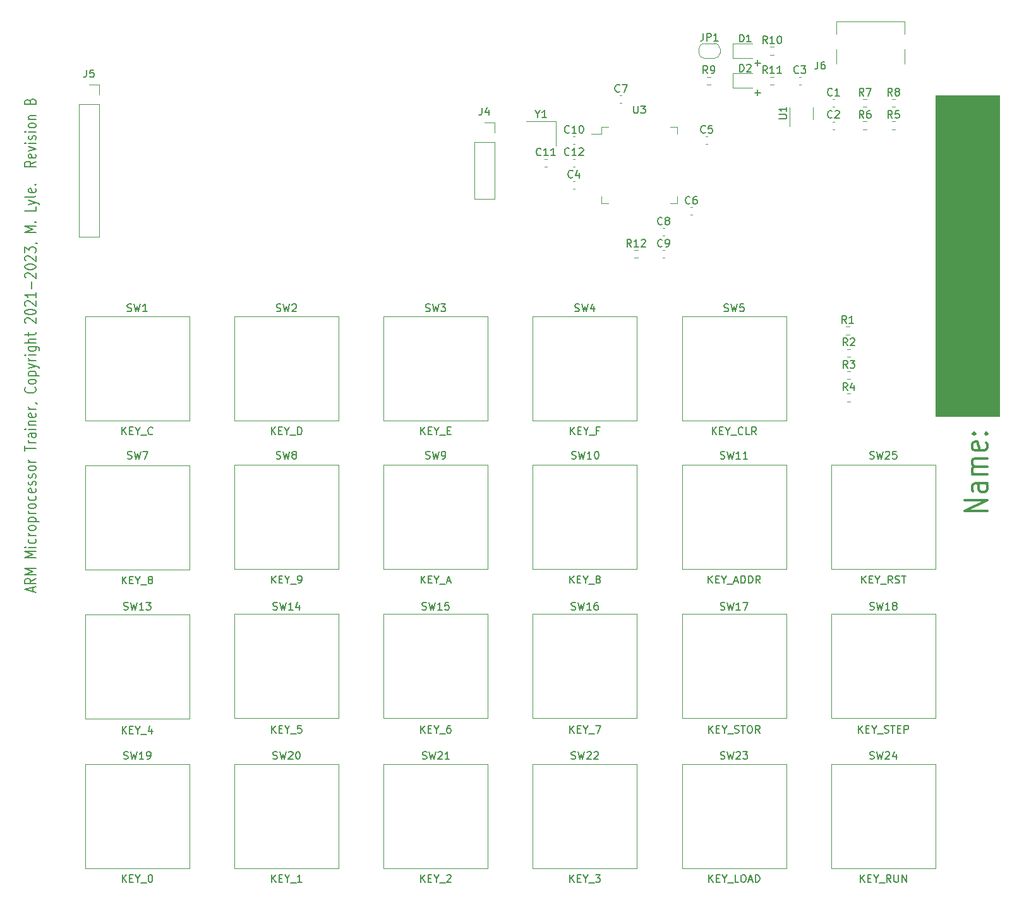
<source format=gbr>
%TF.GenerationSoftware,KiCad,Pcbnew,7.0.9*%
%TF.CreationDate,2023-12-17T15:27:51-08:00*%
%TF.ProjectId,MicroTrainer,4d696372-6f54-4726-9169-6e65722e6b69,rev?*%
%TF.SameCoordinates,Original*%
%TF.FileFunction,Legend,Top*%
%TF.FilePolarity,Positive*%
%FSLAX46Y46*%
G04 Gerber Fmt 4.6, Leading zero omitted, Abs format (unit mm)*
G04 Created by KiCad (PCBNEW 7.0.9) date 2023-12-17 15:27:51*
%MOMM*%
%LPD*%
G01*
G04 APERTURE LIST*
%ADD10C,0.100000*%
%ADD11C,0.330000*%
%ADD12C,0.150000*%
%ADD13C,0.120000*%
G04 APERTURE END LIST*
D10*
X146000000Y-71500000D02*
X137500000Y-71500000D01*
X137500000Y-28500000D01*
X146000000Y-28500000D01*
X146000000Y-71500000D01*
G36*
X146000000Y-71500000D02*
G01*
X137500000Y-71500000D01*
X137500000Y-28500000D01*
X146000000Y-28500000D01*
X146000000Y-71500000D01*
G37*
D11*
X144416959Y-84178570D02*
X141316959Y-84178570D01*
X141316959Y-84178570D02*
X144416959Y-82749999D01*
X144416959Y-82749999D02*
X141316959Y-82749999D01*
X144416959Y-80488094D02*
X142793149Y-80488094D01*
X142793149Y-80488094D02*
X142497911Y-80607141D01*
X142497911Y-80607141D02*
X142350292Y-80845237D01*
X142350292Y-80845237D02*
X142350292Y-81321427D01*
X142350292Y-81321427D02*
X142497911Y-81559522D01*
X144269340Y-80488094D02*
X144416959Y-80726189D01*
X144416959Y-80726189D02*
X144416959Y-81321427D01*
X144416959Y-81321427D02*
X144269340Y-81559522D01*
X144269340Y-81559522D02*
X143974101Y-81678570D01*
X143974101Y-81678570D02*
X143678863Y-81678570D01*
X143678863Y-81678570D02*
X143383625Y-81559522D01*
X143383625Y-81559522D02*
X143236006Y-81321427D01*
X143236006Y-81321427D02*
X143236006Y-80726189D01*
X143236006Y-80726189D02*
X143088387Y-80488094D01*
X144416959Y-79297617D02*
X142350292Y-79297617D01*
X142645530Y-79297617D02*
X142497911Y-79178570D01*
X142497911Y-79178570D02*
X142350292Y-78940475D01*
X142350292Y-78940475D02*
X142350292Y-78583332D01*
X142350292Y-78583332D02*
X142497911Y-78345236D01*
X142497911Y-78345236D02*
X142793149Y-78226189D01*
X142793149Y-78226189D02*
X144416959Y-78226189D01*
X142793149Y-78226189D02*
X142497911Y-78107141D01*
X142497911Y-78107141D02*
X142350292Y-77869046D01*
X142350292Y-77869046D02*
X142350292Y-77511903D01*
X142350292Y-77511903D02*
X142497911Y-77273808D01*
X142497911Y-77273808D02*
X142793149Y-77154760D01*
X142793149Y-77154760D02*
X144416959Y-77154760D01*
X144269340Y-75011903D02*
X144416959Y-75249999D01*
X144416959Y-75249999D02*
X144416959Y-75726189D01*
X144416959Y-75726189D02*
X144269340Y-75964284D01*
X144269340Y-75964284D02*
X143974101Y-76083332D01*
X143974101Y-76083332D02*
X142793149Y-76083332D01*
X142793149Y-76083332D02*
X142497911Y-75964284D01*
X142497911Y-75964284D02*
X142350292Y-75726189D01*
X142350292Y-75726189D02*
X142350292Y-75249999D01*
X142350292Y-75249999D02*
X142497911Y-75011903D01*
X142497911Y-75011903D02*
X142793149Y-74892856D01*
X142793149Y-74892856D02*
X143088387Y-74892856D01*
X143088387Y-74892856D02*
X143383625Y-76083332D01*
X144121720Y-73821427D02*
X144269340Y-73702380D01*
X144269340Y-73702380D02*
X144416959Y-73821427D01*
X144416959Y-73821427D02*
X144269340Y-73940475D01*
X144269340Y-73940475D02*
X144121720Y-73821427D01*
X144121720Y-73821427D02*
X144416959Y-73821427D01*
X142497911Y-73821427D02*
X142645530Y-73702380D01*
X142645530Y-73702380D02*
X142793149Y-73821427D01*
X142793149Y-73821427D02*
X142645530Y-73940475D01*
X142645530Y-73940475D02*
X142497911Y-73821427D01*
X142497911Y-73821427D02*
X142793149Y-73821427D01*
D12*
X113211779Y-28113866D02*
X113973684Y-28113866D01*
X113592731Y-28494819D02*
X113592731Y-27732914D01*
X113211779Y-24113866D02*
X113973684Y-24113866D01*
X113592731Y-24494819D02*
X113592731Y-23732914D01*
X16448711Y-95000000D02*
X16448711Y-94428572D01*
X16862997Y-95114286D02*
X15412997Y-94714286D01*
X15412997Y-94714286D02*
X16862997Y-94314286D01*
X16862997Y-93228572D02*
X16172521Y-93628572D01*
X16862997Y-93914286D02*
X15412997Y-93914286D01*
X15412997Y-93914286D02*
X15412997Y-93457143D01*
X15412997Y-93457143D02*
X15482045Y-93342858D01*
X15482045Y-93342858D02*
X15551092Y-93285715D01*
X15551092Y-93285715D02*
X15689188Y-93228572D01*
X15689188Y-93228572D02*
X15896330Y-93228572D01*
X15896330Y-93228572D02*
X16034426Y-93285715D01*
X16034426Y-93285715D02*
X16103473Y-93342858D01*
X16103473Y-93342858D02*
X16172521Y-93457143D01*
X16172521Y-93457143D02*
X16172521Y-93914286D01*
X16862997Y-92714286D02*
X15412997Y-92714286D01*
X15412997Y-92714286D02*
X16448711Y-92314286D01*
X16448711Y-92314286D02*
X15412997Y-91914286D01*
X15412997Y-91914286D02*
X16862997Y-91914286D01*
X16862997Y-90428571D02*
X15412997Y-90428571D01*
X15412997Y-90428571D02*
X16448711Y-90028571D01*
X16448711Y-90028571D02*
X15412997Y-89628571D01*
X15412997Y-89628571D02*
X16862997Y-89628571D01*
X16862997Y-89057142D02*
X15896330Y-89057142D01*
X15412997Y-89057142D02*
X15482045Y-89114285D01*
X15482045Y-89114285D02*
X15551092Y-89057142D01*
X15551092Y-89057142D02*
X15482045Y-88999999D01*
X15482045Y-88999999D02*
X15412997Y-89057142D01*
X15412997Y-89057142D02*
X15551092Y-89057142D01*
X16793950Y-87971428D02*
X16862997Y-88085713D01*
X16862997Y-88085713D02*
X16862997Y-88314285D01*
X16862997Y-88314285D02*
X16793950Y-88428570D01*
X16793950Y-88428570D02*
X16724902Y-88485713D01*
X16724902Y-88485713D02*
X16586807Y-88542856D01*
X16586807Y-88542856D02*
X16172521Y-88542856D01*
X16172521Y-88542856D02*
X16034426Y-88485713D01*
X16034426Y-88485713D02*
X15965378Y-88428570D01*
X15965378Y-88428570D02*
X15896330Y-88314285D01*
X15896330Y-88314285D02*
X15896330Y-88085713D01*
X15896330Y-88085713D02*
X15965378Y-87971428D01*
X16862997Y-87457142D02*
X15896330Y-87457142D01*
X16172521Y-87457142D02*
X16034426Y-87399999D01*
X16034426Y-87399999D02*
X15965378Y-87342857D01*
X15965378Y-87342857D02*
X15896330Y-87228571D01*
X15896330Y-87228571D02*
X15896330Y-87114285D01*
X16862997Y-86542857D02*
X16793950Y-86657142D01*
X16793950Y-86657142D02*
X16724902Y-86714285D01*
X16724902Y-86714285D02*
X16586807Y-86771428D01*
X16586807Y-86771428D02*
X16172521Y-86771428D01*
X16172521Y-86771428D02*
X16034426Y-86714285D01*
X16034426Y-86714285D02*
X15965378Y-86657142D01*
X15965378Y-86657142D02*
X15896330Y-86542857D01*
X15896330Y-86542857D02*
X15896330Y-86371428D01*
X15896330Y-86371428D02*
X15965378Y-86257142D01*
X15965378Y-86257142D02*
X16034426Y-86200000D01*
X16034426Y-86200000D02*
X16172521Y-86142857D01*
X16172521Y-86142857D02*
X16586807Y-86142857D01*
X16586807Y-86142857D02*
X16724902Y-86200000D01*
X16724902Y-86200000D02*
X16793950Y-86257142D01*
X16793950Y-86257142D02*
X16862997Y-86371428D01*
X16862997Y-86371428D02*
X16862997Y-86542857D01*
X15896330Y-85628571D02*
X17346330Y-85628571D01*
X15965378Y-85628571D02*
X15896330Y-85514286D01*
X15896330Y-85514286D02*
X15896330Y-85285714D01*
X15896330Y-85285714D02*
X15965378Y-85171428D01*
X15965378Y-85171428D02*
X16034426Y-85114286D01*
X16034426Y-85114286D02*
X16172521Y-85057143D01*
X16172521Y-85057143D02*
X16586807Y-85057143D01*
X16586807Y-85057143D02*
X16724902Y-85114286D01*
X16724902Y-85114286D02*
X16793950Y-85171428D01*
X16793950Y-85171428D02*
X16862997Y-85285714D01*
X16862997Y-85285714D02*
X16862997Y-85514286D01*
X16862997Y-85514286D02*
X16793950Y-85628571D01*
X16862997Y-84542857D02*
X15896330Y-84542857D01*
X16172521Y-84542857D02*
X16034426Y-84485714D01*
X16034426Y-84485714D02*
X15965378Y-84428572D01*
X15965378Y-84428572D02*
X15896330Y-84314286D01*
X15896330Y-84314286D02*
X15896330Y-84200000D01*
X16862997Y-83628572D02*
X16793950Y-83742857D01*
X16793950Y-83742857D02*
X16724902Y-83800000D01*
X16724902Y-83800000D02*
X16586807Y-83857143D01*
X16586807Y-83857143D02*
X16172521Y-83857143D01*
X16172521Y-83857143D02*
X16034426Y-83800000D01*
X16034426Y-83800000D02*
X15965378Y-83742857D01*
X15965378Y-83742857D02*
X15896330Y-83628572D01*
X15896330Y-83628572D02*
X15896330Y-83457143D01*
X15896330Y-83457143D02*
X15965378Y-83342857D01*
X15965378Y-83342857D02*
X16034426Y-83285715D01*
X16034426Y-83285715D02*
X16172521Y-83228572D01*
X16172521Y-83228572D02*
X16586807Y-83228572D01*
X16586807Y-83228572D02*
X16724902Y-83285715D01*
X16724902Y-83285715D02*
X16793950Y-83342857D01*
X16793950Y-83342857D02*
X16862997Y-83457143D01*
X16862997Y-83457143D02*
X16862997Y-83628572D01*
X16793950Y-82200001D02*
X16862997Y-82314286D01*
X16862997Y-82314286D02*
X16862997Y-82542858D01*
X16862997Y-82542858D02*
X16793950Y-82657143D01*
X16793950Y-82657143D02*
X16724902Y-82714286D01*
X16724902Y-82714286D02*
X16586807Y-82771429D01*
X16586807Y-82771429D02*
X16172521Y-82771429D01*
X16172521Y-82771429D02*
X16034426Y-82714286D01*
X16034426Y-82714286D02*
X15965378Y-82657143D01*
X15965378Y-82657143D02*
X15896330Y-82542858D01*
X15896330Y-82542858D02*
X15896330Y-82314286D01*
X15896330Y-82314286D02*
X15965378Y-82200001D01*
X16793950Y-81228572D02*
X16862997Y-81342858D01*
X16862997Y-81342858D02*
X16862997Y-81571430D01*
X16862997Y-81571430D02*
X16793950Y-81685715D01*
X16793950Y-81685715D02*
X16655854Y-81742858D01*
X16655854Y-81742858D02*
X16103473Y-81742858D01*
X16103473Y-81742858D02*
X15965378Y-81685715D01*
X15965378Y-81685715D02*
X15896330Y-81571430D01*
X15896330Y-81571430D02*
X15896330Y-81342858D01*
X15896330Y-81342858D02*
X15965378Y-81228572D01*
X15965378Y-81228572D02*
X16103473Y-81171430D01*
X16103473Y-81171430D02*
X16241569Y-81171430D01*
X16241569Y-81171430D02*
X16379664Y-81742858D01*
X16793950Y-80714287D02*
X16862997Y-80600001D01*
X16862997Y-80600001D02*
X16862997Y-80371430D01*
X16862997Y-80371430D02*
X16793950Y-80257144D01*
X16793950Y-80257144D02*
X16655854Y-80200001D01*
X16655854Y-80200001D02*
X16586807Y-80200001D01*
X16586807Y-80200001D02*
X16448711Y-80257144D01*
X16448711Y-80257144D02*
X16379664Y-80371430D01*
X16379664Y-80371430D02*
X16379664Y-80542859D01*
X16379664Y-80542859D02*
X16310616Y-80657144D01*
X16310616Y-80657144D02*
X16172521Y-80714287D01*
X16172521Y-80714287D02*
X16103473Y-80714287D01*
X16103473Y-80714287D02*
X15965378Y-80657144D01*
X15965378Y-80657144D02*
X15896330Y-80542859D01*
X15896330Y-80542859D02*
X15896330Y-80371430D01*
X15896330Y-80371430D02*
X15965378Y-80257144D01*
X16793950Y-79742858D02*
X16862997Y-79628572D01*
X16862997Y-79628572D02*
X16862997Y-79400001D01*
X16862997Y-79400001D02*
X16793950Y-79285715D01*
X16793950Y-79285715D02*
X16655854Y-79228572D01*
X16655854Y-79228572D02*
X16586807Y-79228572D01*
X16586807Y-79228572D02*
X16448711Y-79285715D01*
X16448711Y-79285715D02*
X16379664Y-79400001D01*
X16379664Y-79400001D02*
X16379664Y-79571430D01*
X16379664Y-79571430D02*
X16310616Y-79685715D01*
X16310616Y-79685715D02*
X16172521Y-79742858D01*
X16172521Y-79742858D02*
X16103473Y-79742858D01*
X16103473Y-79742858D02*
X15965378Y-79685715D01*
X15965378Y-79685715D02*
X15896330Y-79571430D01*
X15896330Y-79571430D02*
X15896330Y-79400001D01*
X15896330Y-79400001D02*
X15965378Y-79285715D01*
X16862997Y-78542858D02*
X16793950Y-78657143D01*
X16793950Y-78657143D02*
X16724902Y-78714286D01*
X16724902Y-78714286D02*
X16586807Y-78771429D01*
X16586807Y-78771429D02*
X16172521Y-78771429D01*
X16172521Y-78771429D02*
X16034426Y-78714286D01*
X16034426Y-78714286D02*
X15965378Y-78657143D01*
X15965378Y-78657143D02*
X15896330Y-78542858D01*
X15896330Y-78542858D02*
X15896330Y-78371429D01*
X15896330Y-78371429D02*
X15965378Y-78257143D01*
X15965378Y-78257143D02*
X16034426Y-78200001D01*
X16034426Y-78200001D02*
X16172521Y-78142858D01*
X16172521Y-78142858D02*
X16586807Y-78142858D01*
X16586807Y-78142858D02*
X16724902Y-78200001D01*
X16724902Y-78200001D02*
X16793950Y-78257143D01*
X16793950Y-78257143D02*
X16862997Y-78371429D01*
X16862997Y-78371429D02*
X16862997Y-78542858D01*
X16862997Y-77628572D02*
X15896330Y-77628572D01*
X16172521Y-77628572D02*
X16034426Y-77571429D01*
X16034426Y-77571429D02*
X15965378Y-77514287D01*
X15965378Y-77514287D02*
X15896330Y-77400001D01*
X15896330Y-77400001D02*
X15896330Y-77285715D01*
X15412997Y-76142858D02*
X15412997Y-75457144D01*
X16862997Y-75800001D02*
X15412997Y-75800001D01*
X16862997Y-75057143D02*
X15896330Y-75057143D01*
X16172521Y-75057143D02*
X16034426Y-75000000D01*
X16034426Y-75000000D02*
X15965378Y-74942858D01*
X15965378Y-74942858D02*
X15896330Y-74828572D01*
X15896330Y-74828572D02*
X15896330Y-74714286D01*
X16862997Y-73800001D02*
X16103473Y-73800001D01*
X16103473Y-73800001D02*
X15965378Y-73857143D01*
X15965378Y-73857143D02*
X15896330Y-73971429D01*
X15896330Y-73971429D02*
X15896330Y-74200001D01*
X15896330Y-74200001D02*
X15965378Y-74314286D01*
X16793950Y-73800001D02*
X16862997Y-73914286D01*
X16862997Y-73914286D02*
X16862997Y-74200001D01*
X16862997Y-74200001D02*
X16793950Y-74314286D01*
X16793950Y-74314286D02*
X16655854Y-74371429D01*
X16655854Y-74371429D02*
X16517759Y-74371429D01*
X16517759Y-74371429D02*
X16379664Y-74314286D01*
X16379664Y-74314286D02*
X16310616Y-74200001D01*
X16310616Y-74200001D02*
X16310616Y-73914286D01*
X16310616Y-73914286D02*
X16241569Y-73800001D01*
X16862997Y-73228572D02*
X15896330Y-73228572D01*
X15412997Y-73228572D02*
X15482045Y-73285715D01*
X15482045Y-73285715D02*
X15551092Y-73228572D01*
X15551092Y-73228572D02*
X15482045Y-73171429D01*
X15482045Y-73171429D02*
X15412997Y-73228572D01*
X15412997Y-73228572D02*
X15551092Y-73228572D01*
X15896330Y-72657143D02*
X16862997Y-72657143D01*
X16034426Y-72657143D02*
X15965378Y-72600000D01*
X15965378Y-72600000D02*
X15896330Y-72485715D01*
X15896330Y-72485715D02*
X15896330Y-72314286D01*
X15896330Y-72314286D02*
X15965378Y-72200000D01*
X15965378Y-72200000D02*
X16103473Y-72142858D01*
X16103473Y-72142858D02*
X16862997Y-72142858D01*
X16793950Y-71114286D02*
X16862997Y-71228572D01*
X16862997Y-71228572D02*
X16862997Y-71457144D01*
X16862997Y-71457144D02*
X16793950Y-71571429D01*
X16793950Y-71571429D02*
X16655854Y-71628572D01*
X16655854Y-71628572D02*
X16103473Y-71628572D01*
X16103473Y-71628572D02*
X15965378Y-71571429D01*
X15965378Y-71571429D02*
X15896330Y-71457144D01*
X15896330Y-71457144D02*
X15896330Y-71228572D01*
X15896330Y-71228572D02*
X15965378Y-71114286D01*
X15965378Y-71114286D02*
X16103473Y-71057144D01*
X16103473Y-71057144D02*
X16241569Y-71057144D01*
X16241569Y-71057144D02*
X16379664Y-71628572D01*
X16862997Y-70542858D02*
X15896330Y-70542858D01*
X16172521Y-70542858D02*
X16034426Y-70485715D01*
X16034426Y-70485715D02*
X15965378Y-70428573D01*
X15965378Y-70428573D02*
X15896330Y-70314287D01*
X15896330Y-70314287D02*
X15896330Y-70200001D01*
X16793950Y-69742858D02*
X16862997Y-69742858D01*
X16862997Y-69742858D02*
X17001092Y-69800001D01*
X17001092Y-69800001D02*
X17070140Y-69857144D01*
X16724902Y-67628572D02*
X16793950Y-67685715D01*
X16793950Y-67685715D02*
X16862997Y-67857143D01*
X16862997Y-67857143D02*
X16862997Y-67971429D01*
X16862997Y-67971429D02*
X16793950Y-68142858D01*
X16793950Y-68142858D02*
X16655854Y-68257143D01*
X16655854Y-68257143D02*
X16517759Y-68314286D01*
X16517759Y-68314286D02*
X16241569Y-68371429D01*
X16241569Y-68371429D02*
X16034426Y-68371429D01*
X16034426Y-68371429D02*
X15758235Y-68314286D01*
X15758235Y-68314286D02*
X15620140Y-68257143D01*
X15620140Y-68257143D02*
X15482045Y-68142858D01*
X15482045Y-68142858D02*
X15412997Y-67971429D01*
X15412997Y-67971429D02*
X15412997Y-67857143D01*
X15412997Y-67857143D02*
X15482045Y-67685715D01*
X15482045Y-67685715D02*
X15551092Y-67628572D01*
X16862997Y-66942858D02*
X16793950Y-67057143D01*
X16793950Y-67057143D02*
X16724902Y-67114286D01*
X16724902Y-67114286D02*
X16586807Y-67171429D01*
X16586807Y-67171429D02*
X16172521Y-67171429D01*
X16172521Y-67171429D02*
X16034426Y-67114286D01*
X16034426Y-67114286D02*
X15965378Y-67057143D01*
X15965378Y-67057143D02*
X15896330Y-66942858D01*
X15896330Y-66942858D02*
X15896330Y-66771429D01*
X15896330Y-66771429D02*
X15965378Y-66657143D01*
X15965378Y-66657143D02*
X16034426Y-66600001D01*
X16034426Y-66600001D02*
X16172521Y-66542858D01*
X16172521Y-66542858D02*
X16586807Y-66542858D01*
X16586807Y-66542858D02*
X16724902Y-66600001D01*
X16724902Y-66600001D02*
X16793950Y-66657143D01*
X16793950Y-66657143D02*
X16862997Y-66771429D01*
X16862997Y-66771429D02*
X16862997Y-66942858D01*
X15896330Y-66028572D02*
X17346330Y-66028572D01*
X15965378Y-66028572D02*
X15896330Y-65914287D01*
X15896330Y-65914287D02*
X15896330Y-65685715D01*
X15896330Y-65685715D02*
X15965378Y-65571429D01*
X15965378Y-65571429D02*
X16034426Y-65514287D01*
X16034426Y-65514287D02*
X16172521Y-65457144D01*
X16172521Y-65457144D02*
X16586807Y-65457144D01*
X16586807Y-65457144D02*
X16724902Y-65514287D01*
X16724902Y-65514287D02*
X16793950Y-65571429D01*
X16793950Y-65571429D02*
X16862997Y-65685715D01*
X16862997Y-65685715D02*
X16862997Y-65914287D01*
X16862997Y-65914287D02*
X16793950Y-66028572D01*
X15896330Y-65057144D02*
X16862997Y-64771430D01*
X15896330Y-64485715D02*
X16862997Y-64771430D01*
X16862997Y-64771430D02*
X17208235Y-64885715D01*
X17208235Y-64885715D02*
X17277283Y-64942858D01*
X17277283Y-64942858D02*
X17346330Y-65057144D01*
X16862997Y-64028572D02*
X15896330Y-64028572D01*
X16172521Y-64028572D02*
X16034426Y-63971429D01*
X16034426Y-63971429D02*
X15965378Y-63914287D01*
X15965378Y-63914287D02*
X15896330Y-63800001D01*
X15896330Y-63800001D02*
X15896330Y-63685715D01*
X16862997Y-63285715D02*
X15896330Y-63285715D01*
X15412997Y-63285715D02*
X15482045Y-63342858D01*
X15482045Y-63342858D02*
X15551092Y-63285715D01*
X15551092Y-63285715D02*
X15482045Y-63228572D01*
X15482045Y-63228572D02*
X15412997Y-63285715D01*
X15412997Y-63285715D02*
X15551092Y-63285715D01*
X15896330Y-62200001D02*
X17070140Y-62200001D01*
X17070140Y-62200001D02*
X17208235Y-62257143D01*
X17208235Y-62257143D02*
X17277283Y-62314286D01*
X17277283Y-62314286D02*
X17346330Y-62428572D01*
X17346330Y-62428572D02*
X17346330Y-62600001D01*
X17346330Y-62600001D02*
X17277283Y-62714286D01*
X16793950Y-62200001D02*
X16862997Y-62314286D01*
X16862997Y-62314286D02*
X16862997Y-62542858D01*
X16862997Y-62542858D02*
X16793950Y-62657143D01*
X16793950Y-62657143D02*
X16724902Y-62714286D01*
X16724902Y-62714286D02*
X16586807Y-62771429D01*
X16586807Y-62771429D02*
X16172521Y-62771429D01*
X16172521Y-62771429D02*
X16034426Y-62714286D01*
X16034426Y-62714286D02*
X15965378Y-62657143D01*
X15965378Y-62657143D02*
X15896330Y-62542858D01*
X15896330Y-62542858D02*
X15896330Y-62314286D01*
X15896330Y-62314286D02*
X15965378Y-62200001D01*
X16862997Y-61628572D02*
X15412997Y-61628572D01*
X16862997Y-61114287D02*
X16103473Y-61114287D01*
X16103473Y-61114287D02*
X15965378Y-61171429D01*
X15965378Y-61171429D02*
X15896330Y-61285715D01*
X15896330Y-61285715D02*
X15896330Y-61457144D01*
X15896330Y-61457144D02*
X15965378Y-61571429D01*
X15965378Y-61571429D02*
X16034426Y-61628572D01*
X15896330Y-60714287D02*
X15896330Y-60257144D01*
X15412997Y-60542858D02*
X16655854Y-60542858D01*
X16655854Y-60542858D02*
X16793950Y-60485715D01*
X16793950Y-60485715D02*
X16862997Y-60371430D01*
X16862997Y-60371430D02*
X16862997Y-60257144D01*
X15551092Y-59000001D02*
X15482045Y-58942858D01*
X15482045Y-58942858D02*
X15412997Y-58828573D01*
X15412997Y-58828573D02*
X15412997Y-58542858D01*
X15412997Y-58542858D02*
X15482045Y-58428573D01*
X15482045Y-58428573D02*
X15551092Y-58371430D01*
X15551092Y-58371430D02*
X15689188Y-58314287D01*
X15689188Y-58314287D02*
X15827283Y-58314287D01*
X15827283Y-58314287D02*
X16034426Y-58371430D01*
X16034426Y-58371430D02*
X16862997Y-59057144D01*
X16862997Y-59057144D02*
X16862997Y-58314287D01*
X15412997Y-57571430D02*
X15412997Y-57457144D01*
X15412997Y-57457144D02*
X15482045Y-57342858D01*
X15482045Y-57342858D02*
X15551092Y-57285716D01*
X15551092Y-57285716D02*
X15689188Y-57228573D01*
X15689188Y-57228573D02*
X15965378Y-57171430D01*
X15965378Y-57171430D02*
X16310616Y-57171430D01*
X16310616Y-57171430D02*
X16586807Y-57228573D01*
X16586807Y-57228573D02*
X16724902Y-57285716D01*
X16724902Y-57285716D02*
X16793950Y-57342858D01*
X16793950Y-57342858D02*
X16862997Y-57457144D01*
X16862997Y-57457144D02*
X16862997Y-57571430D01*
X16862997Y-57571430D02*
X16793950Y-57685716D01*
X16793950Y-57685716D02*
X16724902Y-57742858D01*
X16724902Y-57742858D02*
X16586807Y-57800001D01*
X16586807Y-57800001D02*
X16310616Y-57857144D01*
X16310616Y-57857144D02*
X15965378Y-57857144D01*
X15965378Y-57857144D02*
X15689188Y-57800001D01*
X15689188Y-57800001D02*
X15551092Y-57742858D01*
X15551092Y-57742858D02*
X15482045Y-57685716D01*
X15482045Y-57685716D02*
X15412997Y-57571430D01*
X15551092Y-56714287D02*
X15482045Y-56657144D01*
X15482045Y-56657144D02*
X15412997Y-56542859D01*
X15412997Y-56542859D02*
X15412997Y-56257144D01*
X15412997Y-56257144D02*
X15482045Y-56142859D01*
X15482045Y-56142859D02*
X15551092Y-56085716D01*
X15551092Y-56085716D02*
X15689188Y-56028573D01*
X15689188Y-56028573D02*
X15827283Y-56028573D01*
X15827283Y-56028573D02*
X16034426Y-56085716D01*
X16034426Y-56085716D02*
X16862997Y-56771430D01*
X16862997Y-56771430D02*
X16862997Y-56028573D01*
X16862997Y-54885716D02*
X16862997Y-55571430D01*
X16862997Y-55228573D02*
X15412997Y-55228573D01*
X15412997Y-55228573D02*
X15620140Y-55342859D01*
X15620140Y-55342859D02*
X15758235Y-55457144D01*
X15758235Y-55457144D02*
X15827283Y-55571430D01*
X16310616Y-54371430D02*
X16310616Y-53457145D01*
X15551092Y-52942859D02*
X15482045Y-52885716D01*
X15482045Y-52885716D02*
X15412997Y-52771431D01*
X15412997Y-52771431D02*
X15412997Y-52485716D01*
X15412997Y-52485716D02*
X15482045Y-52371431D01*
X15482045Y-52371431D02*
X15551092Y-52314288D01*
X15551092Y-52314288D02*
X15689188Y-52257145D01*
X15689188Y-52257145D02*
X15827283Y-52257145D01*
X15827283Y-52257145D02*
X16034426Y-52314288D01*
X16034426Y-52314288D02*
X16862997Y-53000002D01*
X16862997Y-53000002D02*
X16862997Y-52257145D01*
X15412997Y-51514288D02*
X15412997Y-51400002D01*
X15412997Y-51400002D02*
X15482045Y-51285716D01*
X15482045Y-51285716D02*
X15551092Y-51228574D01*
X15551092Y-51228574D02*
X15689188Y-51171431D01*
X15689188Y-51171431D02*
X15965378Y-51114288D01*
X15965378Y-51114288D02*
X16310616Y-51114288D01*
X16310616Y-51114288D02*
X16586807Y-51171431D01*
X16586807Y-51171431D02*
X16724902Y-51228574D01*
X16724902Y-51228574D02*
X16793950Y-51285716D01*
X16793950Y-51285716D02*
X16862997Y-51400002D01*
X16862997Y-51400002D02*
X16862997Y-51514288D01*
X16862997Y-51514288D02*
X16793950Y-51628574D01*
X16793950Y-51628574D02*
X16724902Y-51685716D01*
X16724902Y-51685716D02*
X16586807Y-51742859D01*
X16586807Y-51742859D02*
X16310616Y-51800002D01*
X16310616Y-51800002D02*
X15965378Y-51800002D01*
X15965378Y-51800002D02*
X15689188Y-51742859D01*
X15689188Y-51742859D02*
X15551092Y-51685716D01*
X15551092Y-51685716D02*
X15482045Y-51628574D01*
X15482045Y-51628574D02*
X15412997Y-51514288D01*
X15551092Y-50657145D02*
X15482045Y-50600002D01*
X15482045Y-50600002D02*
X15412997Y-50485717D01*
X15412997Y-50485717D02*
X15412997Y-50200002D01*
X15412997Y-50200002D02*
X15482045Y-50085717D01*
X15482045Y-50085717D02*
X15551092Y-50028574D01*
X15551092Y-50028574D02*
X15689188Y-49971431D01*
X15689188Y-49971431D02*
X15827283Y-49971431D01*
X15827283Y-49971431D02*
X16034426Y-50028574D01*
X16034426Y-50028574D02*
X16862997Y-50714288D01*
X16862997Y-50714288D02*
X16862997Y-49971431D01*
X15412997Y-49571431D02*
X15412997Y-48828574D01*
X15412997Y-48828574D02*
X15965378Y-49228574D01*
X15965378Y-49228574D02*
X15965378Y-49057145D01*
X15965378Y-49057145D02*
X16034426Y-48942860D01*
X16034426Y-48942860D02*
X16103473Y-48885717D01*
X16103473Y-48885717D02*
X16241569Y-48828574D01*
X16241569Y-48828574D02*
X16586807Y-48828574D01*
X16586807Y-48828574D02*
X16724902Y-48885717D01*
X16724902Y-48885717D02*
X16793950Y-48942860D01*
X16793950Y-48942860D02*
X16862997Y-49057145D01*
X16862997Y-49057145D02*
X16862997Y-49400002D01*
X16862997Y-49400002D02*
X16793950Y-49514288D01*
X16793950Y-49514288D02*
X16724902Y-49571431D01*
X16793950Y-48257145D02*
X16862997Y-48257145D01*
X16862997Y-48257145D02*
X17001092Y-48314288D01*
X17001092Y-48314288D02*
X17070140Y-48371431D01*
X16862997Y-46828573D02*
X15412997Y-46828573D01*
X15412997Y-46828573D02*
X16448711Y-46428573D01*
X16448711Y-46428573D02*
X15412997Y-46028573D01*
X15412997Y-46028573D02*
X16862997Y-46028573D01*
X16724902Y-45457144D02*
X16793950Y-45400001D01*
X16793950Y-45400001D02*
X16862997Y-45457144D01*
X16862997Y-45457144D02*
X16793950Y-45514287D01*
X16793950Y-45514287D02*
X16724902Y-45457144D01*
X16724902Y-45457144D02*
X16862997Y-45457144D01*
X16862997Y-43400001D02*
X16862997Y-43971429D01*
X16862997Y-43971429D02*
X15412997Y-43971429D01*
X15896330Y-43114286D02*
X16862997Y-42828572D01*
X15896330Y-42542857D02*
X16862997Y-42828572D01*
X16862997Y-42828572D02*
X17208235Y-42942857D01*
X17208235Y-42942857D02*
X17277283Y-43000000D01*
X17277283Y-43000000D02*
X17346330Y-43114286D01*
X16862997Y-41914286D02*
X16793950Y-42028571D01*
X16793950Y-42028571D02*
X16655854Y-42085714D01*
X16655854Y-42085714D02*
X15412997Y-42085714D01*
X16793950Y-41000000D02*
X16862997Y-41114286D01*
X16862997Y-41114286D02*
X16862997Y-41342858D01*
X16862997Y-41342858D02*
X16793950Y-41457143D01*
X16793950Y-41457143D02*
X16655854Y-41514286D01*
X16655854Y-41514286D02*
X16103473Y-41514286D01*
X16103473Y-41514286D02*
X15965378Y-41457143D01*
X15965378Y-41457143D02*
X15896330Y-41342858D01*
X15896330Y-41342858D02*
X15896330Y-41114286D01*
X15896330Y-41114286D02*
X15965378Y-41000000D01*
X15965378Y-41000000D02*
X16103473Y-40942858D01*
X16103473Y-40942858D02*
X16241569Y-40942858D01*
X16241569Y-40942858D02*
X16379664Y-41514286D01*
X16724902Y-40428572D02*
X16793950Y-40371429D01*
X16793950Y-40371429D02*
X16862997Y-40428572D01*
X16862997Y-40428572D02*
X16793950Y-40485715D01*
X16793950Y-40485715D02*
X16724902Y-40428572D01*
X16724902Y-40428572D02*
X16862997Y-40428572D01*
X16862997Y-37342857D02*
X16172521Y-37742857D01*
X16862997Y-38028571D02*
X15412997Y-38028571D01*
X15412997Y-38028571D02*
X15412997Y-37571428D01*
X15412997Y-37571428D02*
X15482045Y-37457143D01*
X15482045Y-37457143D02*
X15551092Y-37400000D01*
X15551092Y-37400000D02*
X15689188Y-37342857D01*
X15689188Y-37342857D02*
X15896330Y-37342857D01*
X15896330Y-37342857D02*
X16034426Y-37400000D01*
X16034426Y-37400000D02*
X16103473Y-37457143D01*
X16103473Y-37457143D02*
X16172521Y-37571428D01*
X16172521Y-37571428D02*
X16172521Y-38028571D01*
X16793950Y-36371428D02*
X16862997Y-36485714D01*
X16862997Y-36485714D02*
X16862997Y-36714286D01*
X16862997Y-36714286D02*
X16793950Y-36828571D01*
X16793950Y-36828571D02*
X16655854Y-36885714D01*
X16655854Y-36885714D02*
X16103473Y-36885714D01*
X16103473Y-36885714D02*
X15965378Y-36828571D01*
X15965378Y-36828571D02*
X15896330Y-36714286D01*
X15896330Y-36714286D02*
X15896330Y-36485714D01*
X15896330Y-36485714D02*
X15965378Y-36371428D01*
X15965378Y-36371428D02*
X16103473Y-36314286D01*
X16103473Y-36314286D02*
X16241569Y-36314286D01*
X16241569Y-36314286D02*
X16379664Y-36885714D01*
X15896330Y-35914286D02*
X16862997Y-35628572D01*
X16862997Y-35628572D02*
X15896330Y-35342857D01*
X16862997Y-34885714D02*
X15896330Y-34885714D01*
X15412997Y-34885714D02*
X15482045Y-34942857D01*
X15482045Y-34942857D02*
X15551092Y-34885714D01*
X15551092Y-34885714D02*
X15482045Y-34828571D01*
X15482045Y-34828571D02*
X15412997Y-34885714D01*
X15412997Y-34885714D02*
X15551092Y-34885714D01*
X16793950Y-34371428D02*
X16862997Y-34257142D01*
X16862997Y-34257142D02*
X16862997Y-34028571D01*
X16862997Y-34028571D02*
X16793950Y-33914285D01*
X16793950Y-33914285D02*
X16655854Y-33857142D01*
X16655854Y-33857142D02*
X16586807Y-33857142D01*
X16586807Y-33857142D02*
X16448711Y-33914285D01*
X16448711Y-33914285D02*
X16379664Y-34028571D01*
X16379664Y-34028571D02*
X16379664Y-34200000D01*
X16379664Y-34200000D02*
X16310616Y-34314285D01*
X16310616Y-34314285D02*
X16172521Y-34371428D01*
X16172521Y-34371428D02*
X16103473Y-34371428D01*
X16103473Y-34371428D02*
X15965378Y-34314285D01*
X15965378Y-34314285D02*
X15896330Y-34200000D01*
X15896330Y-34200000D02*
X15896330Y-34028571D01*
X15896330Y-34028571D02*
X15965378Y-33914285D01*
X16862997Y-33342856D02*
X15896330Y-33342856D01*
X15412997Y-33342856D02*
X15482045Y-33399999D01*
X15482045Y-33399999D02*
X15551092Y-33342856D01*
X15551092Y-33342856D02*
X15482045Y-33285713D01*
X15482045Y-33285713D02*
X15412997Y-33342856D01*
X15412997Y-33342856D02*
X15551092Y-33342856D01*
X16862997Y-32599999D02*
X16793950Y-32714284D01*
X16793950Y-32714284D02*
X16724902Y-32771427D01*
X16724902Y-32771427D02*
X16586807Y-32828570D01*
X16586807Y-32828570D02*
X16172521Y-32828570D01*
X16172521Y-32828570D02*
X16034426Y-32771427D01*
X16034426Y-32771427D02*
X15965378Y-32714284D01*
X15965378Y-32714284D02*
X15896330Y-32599999D01*
X15896330Y-32599999D02*
X15896330Y-32428570D01*
X15896330Y-32428570D02*
X15965378Y-32314284D01*
X15965378Y-32314284D02*
X16034426Y-32257142D01*
X16034426Y-32257142D02*
X16172521Y-32199999D01*
X16172521Y-32199999D02*
X16586807Y-32199999D01*
X16586807Y-32199999D02*
X16724902Y-32257142D01*
X16724902Y-32257142D02*
X16793950Y-32314284D01*
X16793950Y-32314284D02*
X16862997Y-32428570D01*
X16862997Y-32428570D02*
X16862997Y-32599999D01*
X15896330Y-31685713D02*
X16862997Y-31685713D01*
X16034426Y-31685713D02*
X15965378Y-31628570D01*
X15965378Y-31628570D02*
X15896330Y-31514285D01*
X15896330Y-31514285D02*
X15896330Y-31342856D01*
X15896330Y-31342856D02*
X15965378Y-31228570D01*
X15965378Y-31228570D02*
X16103473Y-31171428D01*
X16103473Y-31171428D02*
X16862997Y-31171428D01*
X16103473Y-29285713D02*
X16172521Y-29114285D01*
X16172521Y-29114285D02*
X16241569Y-29057142D01*
X16241569Y-29057142D02*
X16379664Y-28999999D01*
X16379664Y-28999999D02*
X16586807Y-28999999D01*
X16586807Y-28999999D02*
X16724902Y-29057142D01*
X16724902Y-29057142D02*
X16793950Y-29114285D01*
X16793950Y-29114285D02*
X16862997Y-29228570D01*
X16862997Y-29228570D02*
X16862997Y-29685713D01*
X16862997Y-29685713D02*
X15412997Y-29685713D01*
X15412997Y-29685713D02*
X15412997Y-29285713D01*
X15412997Y-29285713D02*
X15482045Y-29171428D01*
X15482045Y-29171428D02*
X15551092Y-29114285D01*
X15551092Y-29114285D02*
X15689188Y-29057142D01*
X15689188Y-29057142D02*
X15827283Y-29057142D01*
X15827283Y-29057142D02*
X15965378Y-29114285D01*
X15965378Y-29114285D02*
X16034426Y-29171428D01*
X16034426Y-29171428D02*
X16103473Y-29285713D01*
X16103473Y-29285713D02*
X16103473Y-29685713D01*
X125658333Y-68024819D02*
X125325000Y-67548628D01*
X125086905Y-68024819D02*
X125086905Y-67024819D01*
X125086905Y-67024819D02*
X125467857Y-67024819D01*
X125467857Y-67024819D02*
X125563095Y-67072438D01*
X125563095Y-67072438D02*
X125610714Y-67120057D01*
X125610714Y-67120057D02*
X125658333Y-67215295D01*
X125658333Y-67215295D02*
X125658333Y-67358152D01*
X125658333Y-67358152D02*
X125610714Y-67453390D01*
X125610714Y-67453390D02*
X125563095Y-67501009D01*
X125563095Y-67501009D02*
X125467857Y-67548628D01*
X125467857Y-67548628D02*
X125086905Y-67548628D01*
X126515476Y-67358152D02*
X126515476Y-68024819D01*
X126277381Y-66977200D02*
X126039286Y-67691485D01*
X126039286Y-67691485D02*
X126658333Y-67691485D01*
X76666666Y-30124819D02*
X76666666Y-30839104D01*
X76666666Y-30839104D02*
X76619047Y-30981961D01*
X76619047Y-30981961D02*
X76523809Y-31077200D01*
X76523809Y-31077200D02*
X76380952Y-31124819D01*
X76380952Y-31124819D02*
X76285714Y-31124819D01*
X77571428Y-30458152D02*
X77571428Y-31124819D01*
X77333333Y-30077200D02*
X77095238Y-30791485D01*
X77095238Y-30791485D02*
X77714285Y-30791485D01*
X128650476Y-117407200D02*
X128793333Y-117454819D01*
X128793333Y-117454819D02*
X129031428Y-117454819D01*
X129031428Y-117454819D02*
X129126666Y-117407200D01*
X129126666Y-117407200D02*
X129174285Y-117359580D01*
X129174285Y-117359580D02*
X129221904Y-117264342D01*
X129221904Y-117264342D02*
X129221904Y-117169104D01*
X129221904Y-117169104D02*
X129174285Y-117073866D01*
X129174285Y-117073866D02*
X129126666Y-117026247D01*
X129126666Y-117026247D02*
X129031428Y-116978628D01*
X129031428Y-116978628D02*
X128840952Y-116931009D01*
X128840952Y-116931009D02*
X128745714Y-116883390D01*
X128745714Y-116883390D02*
X128698095Y-116835771D01*
X128698095Y-116835771D02*
X128650476Y-116740533D01*
X128650476Y-116740533D02*
X128650476Y-116645295D01*
X128650476Y-116645295D02*
X128698095Y-116550057D01*
X128698095Y-116550057D02*
X128745714Y-116502438D01*
X128745714Y-116502438D02*
X128840952Y-116454819D01*
X128840952Y-116454819D02*
X129079047Y-116454819D01*
X129079047Y-116454819D02*
X129221904Y-116502438D01*
X129555238Y-116454819D02*
X129793333Y-117454819D01*
X129793333Y-117454819D02*
X129983809Y-116740533D01*
X129983809Y-116740533D02*
X130174285Y-117454819D01*
X130174285Y-117454819D02*
X130412381Y-116454819D01*
X130745714Y-116550057D02*
X130793333Y-116502438D01*
X130793333Y-116502438D02*
X130888571Y-116454819D01*
X130888571Y-116454819D02*
X131126666Y-116454819D01*
X131126666Y-116454819D02*
X131221904Y-116502438D01*
X131221904Y-116502438D02*
X131269523Y-116550057D01*
X131269523Y-116550057D02*
X131317142Y-116645295D01*
X131317142Y-116645295D02*
X131317142Y-116740533D01*
X131317142Y-116740533D02*
X131269523Y-116883390D01*
X131269523Y-116883390D02*
X130698095Y-117454819D01*
X130698095Y-117454819D02*
X131317142Y-117454819D01*
X132174285Y-116788152D02*
X132174285Y-117454819D01*
X131936190Y-116407200D02*
X131698095Y-117121485D01*
X131698095Y-117121485D02*
X132317142Y-117121485D01*
X127388571Y-133954819D02*
X127388571Y-132954819D01*
X127959999Y-133954819D02*
X127531428Y-133383390D01*
X127959999Y-132954819D02*
X127388571Y-133526247D01*
X128388571Y-133431009D02*
X128721904Y-133431009D01*
X128864761Y-133954819D02*
X128388571Y-133954819D01*
X128388571Y-133954819D02*
X128388571Y-132954819D01*
X128388571Y-132954819D02*
X128864761Y-132954819D01*
X129483809Y-133478628D02*
X129483809Y-133954819D01*
X129150476Y-132954819D02*
X129483809Y-133478628D01*
X129483809Y-133478628D02*
X129817142Y-132954819D01*
X129912381Y-134050057D02*
X130674285Y-134050057D01*
X131483809Y-133954819D02*
X131150476Y-133478628D01*
X130912381Y-133954819D02*
X130912381Y-132954819D01*
X130912381Y-132954819D02*
X131293333Y-132954819D01*
X131293333Y-132954819D02*
X131388571Y-133002438D01*
X131388571Y-133002438D02*
X131436190Y-133050057D01*
X131436190Y-133050057D02*
X131483809Y-133145295D01*
X131483809Y-133145295D02*
X131483809Y-133288152D01*
X131483809Y-133288152D02*
X131436190Y-133383390D01*
X131436190Y-133383390D02*
X131388571Y-133431009D01*
X131388571Y-133431009D02*
X131293333Y-133478628D01*
X131293333Y-133478628D02*
X130912381Y-133478628D01*
X131912381Y-132954819D02*
X131912381Y-133764342D01*
X131912381Y-133764342D02*
X131960000Y-133859580D01*
X131960000Y-133859580D02*
X132007619Y-133907200D01*
X132007619Y-133907200D02*
X132102857Y-133954819D01*
X132102857Y-133954819D02*
X132293333Y-133954819D01*
X132293333Y-133954819D02*
X132388571Y-133907200D01*
X132388571Y-133907200D02*
X132436190Y-133859580D01*
X132436190Y-133859580D02*
X132483809Y-133764342D01*
X132483809Y-133764342D02*
X132483809Y-132954819D01*
X132960000Y-133954819D02*
X132960000Y-132954819D01*
X132960000Y-132954819D02*
X133531428Y-133954819D01*
X133531428Y-133954819D02*
X133531428Y-132954819D01*
X49126667Y-77157200D02*
X49269524Y-77204819D01*
X49269524Y-77204819D02*
X49507619Y-77204819D01*
X49507619Y-77204819D02*
X49602857Y-77157200D01*
X49602857Y-77157200D02*
X49650476Y-77109580D01*
X49650476Y-77109580D02*
X49698095Y-77014342D01*
X49698095Y-77014342D02*
X49698095Y-76919104D01*
X49698095Y-76919104D02*
X49650476Y-76823866D01*
X49650476Y-76823866D02*
X49602857Y-76776247D01*
X49602857Y-76776247D02*
X49507619Y-76728628D01*
X49507619Y-76728628D02*
X49317143Y-76681009D01*
X49317143Y-76681009D02*
X49221905Y-76633390D01*
X49221905Y-76633390D02*
X49174286Y-76585771D01*
X49174286Y-76585771D02*
X49126667Y-76490533D01*
X49126667Y-76490533D02*
X49126667Y-76395295D01*
X49126667Y-76395295D02*
X49174286Y-76300057D01*
X49174286Y-76300057D02*
X49221905Y-76252438D01*
X49221905Y-76252438D02*
X49317143Y-76204819D01*
X49317143Y-76204819D02*
X49555238Y-76204819D01*
X49555238Y-76204819D02*
X49698095Y-76252438D01*
X50031429Y-76204819D02*
X50269524Y-77204819D01*
X50269524Y-77204819D02*
X50460000Y-76490533D01*
X50460000Y-76490533D02*
X50650476Y-77204819D01*
X50650476Y-77204819D02*
X50888572Y-76204819D01*
X51412381Y-76633390D02*
X51317143Y-76585771D01*
X51317143Y-76585771D02*
X51269524Y-76538152D01*
X51269524Y-76538152D02*
X51221905Y-76442914D01*
X51221905Y-76442914D02*
X51221905Y-76395295D01*
X51221905Y-76395295D02*
X51269524Y-76300057D01*
X51269524Y-76300057D02*
X51317143Y-76252438D01*
X51317143Y-76252438D02*
X51412381Y-76204819D01*
X51412381Y-76204819D02*
X51602857Y-76204819D01*
X51602857Y-76204819D02*
X51698095Y-76252438D01*
X51698095Y-76252438D02*
X51745714Y-76300057D01*
X51745714Y-76300057D02*
X51793333Y-76395295D01*
X51793333Y-76395295D02*
X51793333Y-76442914D01*
X51793333Y-76442914D02*
X51745714Y-76538152D01*
X51745714Y-76538152D02*
X51698095Y-76585771D01*
X51698095Y-76585771D02*
X51602857Y-76633390D01*
X51602857Y-76633390D02*
X51412381Y-76633390D01*
X51412381Y-76633390D02*
X51317143Y-76681009D01*
X51317143Y-76681009D02*
X51269524Y-76728628D01*
X51269524Y-76728628D02*
X51221905Y-76823866D01*
X51221905Y-76823866D02*
X51221905Y-77014342D01*
X51221905Y-77014342D02*
X51269524Y-77109580D01*
X51269524Y-77109580D02*
X51317143Y-77157200D01*
X51317143Y-77157200D02*
X51412381Y-77204819D01*
X51412381Y-77204819D02*
X51602857Y-77204819D01*
X51602857Y-77204819D02*
X51698095Y-77157200D01*
X51698095Y-77157200D02*
X51745714Y-77109580D01*
X51745714Y-77109580D02*
X51793333Y-77014342D01*
X51793333Y-77014342D02*
X51793333Y-76823866D01*
X51793333Y-76823866D02*
X51745714Y-76728628D01*
X51745714Y-76728628D02*
X51698095Y-76681009D01*
X51698095Y-76681009D02*
X51602857Y-76633390D01*
X48460000Y-93874819D02*
X48460000Y-92874819D01*
X49031428Y-93874819D02*
X48602857Y-93303390D01*
X49031428Y-92874819D02*
X48460000Y-93446247D01*
X49460000Y-93351009D02*
X49793333Y-93351009D01*
X49936190Y-93874819D02*
X49460000Y-93874819D01*
X49460000Y-93874819D02*
X49460000Y-92874819D01*
X49460000Y-92874819D02*
X49936190Y-92874819D01*
X50555238Y-93398628D02*
X50555238Y-93874819D01*
X50221905Y-92874819D02*
X50555238Y-93398628D01*
X50555238Y-93398628D02*
X50888571Y-92874819D01*
X50983810Y-93970057D02*
X51745714Y-93970057D01*
X52031429Y-93874819D02*
X52221905Y-93874819D01*
X52221905Y-93874819D02*
X52317143Y-93827200D01*
X52317143Y-93827200D02*
X52364762Y-93779580D01*
X52364762Y-93779580D02*
X52460000Y-93636723D01*
X52460000Y-93636723D02*
X52507619Y-93446247D01*
X52507619Y-93446247D02*
X52507619Y-93065295D01*
X52507619Y-93065295D02*
X52460000Y-92970057D01*
X52460000Y-92970057D02*
X52412381Y-92922438D01*
X52412381Y-92922438D02*
X52317143Y-92874819D01*
X52317143Y-92874819D02*
X52126667Y-92874819D01*
X52126667Y-92874819D02*
X52031429Y-92922438D01*
X52031429Y-92922438D02*
X51983810Y-92970057D01*
X51983810Y-92970057D02*
X51936191Y-93065295D01*
X51936191Y-93065295D02*
X51936191Y-93303390D01*
X51936191Y-93303390D02*
X51983810Y-93398628D01*
X51983810Y-93398628D02*
X52031429Y-93446247D01*
X52031429Y-93446247D02*
X52126667Y-93493866D01*
X52126667Y-93493866D02*
X52317143Y-93493866D01*
X52317143Y-93493866D02*
X52412381Y-93446247D01*
X52412381Y-93446247D02*
X52460000Y-93398628D01*
X52460000Y-93398628D02*
X52507619Y-93303390D01*
X109126667Y-57407200D02*
X109269524Y-57454819D01*
X109269524Y-57454819D02*
X109507619Y-57454819D01*
X109507619Y-57454819D02*
X109602857Y-57407200D01*
X109602857Y-57407200D02*
X109650476Y-57359580D01*
X109650476Y-57359580D02*
X109698095Y-57264342D01*
X109698095Y-57264342D02*
X109698095Y-57169104D01*
X109698095Y-57169104D02*
X109650476Y-57073866D01*
X109650476Y-57073866D02*
X109602857Y-57026247D01*
X109602857Y-57026247D02*
X109507619Y-56978628D01*
X109507619Y-56978628D02*
X109317143Y-56931009D01*
X109317143Y-56931009D02*
X109221905Y-56883390D01*
X109221905Y-56883390D02*
X109174286Y-56835771D01*
X109174286Y-56835771D02*
X109126667Y-56740533D01*
X109126667Y-56740533D02*
X109126667Y-56645295D01*
X109126667Y-56645295D02*
X109174286Y-56550057D01*
X109174286Y-56550057D02*
X109221905Y-56502438D01*
X109221905Y-56502438D02*
X109317143Y-56454819D01*
X109317143Y-56454819D02*
X109555238Y-56454819D01*
X109555238Y-56454819D02*
X109698095Y-56502438D01*
X110031429Y-56454819D02*
X110269524Y-57454819D01*
X110269524Y-57454819D02*
X110460000Y-56740533D01*
X110460000Y-56740533D02*
X110650476Y-57454819D01*
X110650476Y-57454819D02*
X110888572Y-56454819D01*
X111745714Y-56454819D02*
X111269524Y-56454819D01*
X111269524Y-56454819D02*
X111221905Y-56931009D01*
X111221905Y-56931009D02*
X111269524Y-56883390D01*
X111269524Y-56883390D02*
X111364762Y-56835771D01*
X111364762Y-56835771D02*
X111602857Y-56835771D01*
X111602857Y-56835771D02*
X111698095Y-56883390D01*
X111698095Y-56883390D02*
X111745714Y-56931009D01*
X111745714Y-56931009D02*
X111793333Y-57026247D01*
X111793333Y-57026247D02*
X111793333Y-57264342D01*
X111793333Y-57264342D02*
X111745714Y-57359580D01*
X111745714Y-57359580D02*
X111698095Y-57407200D01*
X111698095Y-57407200D02*
X111602857Y-57454819D01*
X111602857Y-57454819D02*
X111364762Y-57454819D01*
X111364762Y-57454819D02*
X111269524Y-57407200D01*
X111269524Y-57407200D02*
X111221905Y-57359580D01*
X107531428Y-73954819D02*
X107531428Y-72954819D01*
X108102856Y-73954819D02*
X107674285Y-73383390D01*
X108102856Y-72954819D02*
X107531428Y-73526247D01*
X108531428Y-73431009D02*
X108864761Y-73431009D01*
X109007618Y-73954819D02*
X108531428Y-73954819D01*
X108531428Y-73954819D02*
X108531428Y-72954819D01*
X108531428Y-72954819D02*
X109007618Y-72954819D01*
X109626666Y-73478628D02*
X109626666Y-73954819D01*
X109293333Y-72954819D02*
X109626666Y-73478628D01*
X109626666Y-73478628D02*
X109959999Y-72954819D01*
X110055238Y-74050057D02*
X110817142Y-74050057D01*
X111626666Y-73859580D02*
X111579047Y-73907200D01*
X111579047Y-73907200D02*
X111436190Y-73954819D01*
X111436190Y-73954819D02*
X111340952Y-73954819D01*
X111340952Y-73954819D02*
X111198095Y-73907200D01*
X111198095Y-73907200D02*
X111102857Y-73811961D01*
X111102857Y-73811961D02*
X111055238Y-73716723D01*
X111055238Y-73716723D02*
X111007619Y-73526247D01*
X111007619Y-73526247D02*
X111007619Y-73383390D01*
X111007619Y-73383390D02*
X111055238Y-73192914D01*
X111055238Y-73192914D02*
X111102857Y-73097676D01*
X111102857Y-73097676D02*
X111198095Y-73002438D01*
X111198095Y-73002438D02*
X111340952Y-72954819D01*
X111340952Y-72954819D02*
X111436190Y-72954819D01*
X111436190Y-72954819D02*
X111579047Y-73002438D01*
X111579047Y-73002438D02*
X111626666Y-73050057D01*
X112531428Y-73954819D02*
X112055238Y-73954819D01*
X112055238Y-73954819D02*
X112055238Y-72954819D01*
X113436190Y-73954819D02*
X113102857Y-73478628D01*
X112864762Y-73954819D02*
X112864762Y-72954819D01*
X112864762Y-72954819D02*
X113245714Y-72954819D01*
X113245714Y-72954819D02*
X113340952Y-73002438D01*
X113340952Y-73002438D02*
X113388571Y-73050057D01*
X113388571Y-73050057D02*
X113436190Y-73145295D01*
X113436190Y-73145295D02*
X113436190Y-73288152D01*
X113436190Y-73288152D02*
X113388571Y-73383390D01*
X113388571Y-73383390D02*
X113340952Y-73431009D01*
X113340952Y-73431009D02*
X113245714Y-73478628D01*
X113245714Y-73478628D02*
X112864762Y-73478628D01*
X89126667Y-57407200D02*
X89269524Y-57454819D01*
X89269524Y-57454819D02*
X89507619Y-57454819D01*
X89507619Y-57454819D02*
X89602857Y-57407200D01*
X89602857Y-57407200D02*
X89650476Y-57359580D01*
X89650476Y-57359580D02*
X89698095Y-57264342D01*
X89698095Y-57264342D02*
X89698095Y-57169104D01*
X89698095Y-57169104D02*
X89650476Y-57073866D01*
X89650476Y-57073866D02*
X89602857Y-57026247D01*
X89602857Y-57026247D02*
X89507619Y-56978628D01*
X89507619Y-56978628D02*
X89317143Y-56931009D01*
X89317143Y-56931009D02*
X89221905Y-56883390D01*
X89221905Y-56883390D02*
X89174286Y-56835771D01*
X89174286Y-56835771D02*
X89126667Y-56740533D01*
X89126667Y-56740533D02*
X89126667Y-56645295D01*
X89126667Y-56645295D02*
X89174286Y-56550057D01*
X89174286Y-56550057D02*
X89221905Y-56502438D01*
X89221905Y-56502438D02*
X89317143Y-56454819D01*
X89317143Y-56454819D02*
X89555238Y-56454819D01*
X89555238Y-56454819D02*
X89698095Y-56502438D01*
X90031429Y-56454819D02*
X90269524Y-57454819D01*
X90269524Y-57454819D02*
X90460000Y-56740533D01*
X90460000Y-56740533D02*
X90650476Y-57454819D01*
X90650476Y-57454819D02*
X90888572Y-56454819D01*
X91698095Y-56788152D02*
X91698095Y-57454819D01*
X91460000Y-56407200D02*
X91221905Y-57121485D01*
X91221905Y-57121485D02*
X91840952Y-57121485D01*
X88507619Y-73954819D02*
X88507619Y-72954819D01*
X89079047Y-73954819D02*
X88650476Y-73383390D01*
X89079047Y-72954819D02*
X88507619Y-73526247D01*
X89507619Y-73431009D02*
X89840952Y-73431009D01*
X89983809Y-73954819D02*
X89507619Y-73954819D01*
X89507619Y-73954819D02*
X89507619Y-72954819D01*
X89507619Y-72954819D02*
X89983809Y-72954819D01*
X90602857Y-73478628D02*
X90602857Y-73954819D01*
X90269524Y-72954819D02*
X90602857Y-73478628D01*
X90602857Y-73478628D02*
X90936190Y-72954819D01*
X91031429Y-74050057D02*
X91793333Y-74050057D01*
X92364762Y-73431009D02*
X92031429Y-73431009D01*
X92031429Y-73954819D02*
X92031429Y-72954819D01*
X92031429Y-72954819D02*
X92507619Y-72954819D01*
X68690476Y-117407200D02*
X68833333Y-117454819D01*
X68833333Y-117454819D02*
X69071428Y-117454819D01*
X69071428Y-117454819D02*
X69166666Y-117407200D01*
X69166666Y-117407200D02*
X69214285Y-117359580D01*
X69214285Y-117359580D02*
X69261904Y-117264342D01*
X69261904Y-117264342D02*
X69261904Y-117169104D01*
X69261904Y-117169104D02*
X69214285Y-117073866D01*
X69214285Y-117073866D02*
X69166666Y-117026247D01*
X69166666Y-117026247D02*
X69071428Y-116978628D01*
X69071428Y-116978628D02*
X68880952Y-116931009D01*
X68880952Y-116931009D02*
X68785714Y-116883390D01*
X68785714Y-116883390D02*
X68738095Y-116835771D01*
X68738095Y-116835771D02*
X68690476Y-116740533D01*
X68690476Y-116740533D02*
X68690476Y-116645295D01*
X68690476Y-116645295D02*
X68738095Y-116550057D01*
X68738095Y-116550057D02*
X68785714Y-116502438D01*
X68785714Y-116502438D02*
X68880952Y-116454819D01*
X68880952Y-116454819D02*
X69119047Y-116454819D01*
X69119047Y-116454819D02*
X69261904Y-116502438D01*
X69595238Y-116454819D02*
X69833333Y-117454819D01*
X69833333Y-117454819D02*
X70023809Y-116740533D01*
X70023809Y-116740533D02*
X70214285Y-117454819D01*
X70214285Y-117454819D02*
X70452381Y-116454819D01*
X70785714Y-116550057D02*
X70833333Y-116502438D01*
X70833333Y-116502438D02*
X70928571Y-116454819D01*
X70928571Y-116454819D02*
X71166666Y-116454819D01*
X71166666Y-116454819D02*
X71261904Y-116502438D01*
X71261904Y-116502438D02*
X71309523Y-116550057D01*
X71309523Y-116550057D02*
X71357142Y-116645295D01*
X71357142Y-116645295D02*
X71357142Y-116740533D01*
X71357142Y-116740533D02*
X71309523Y-116883390D01*
X71309523Y-116883390D02*
X70738095Y-117454819D01*
X70738095Y-117454819D02*
X71357142Y-117454819D01*
X72309523Y-117454819D02*
X71738095Y-117454819D01*
X72023809Y-117454819D02*
X72023809Y-116454819D01*
X72023809Y-116454819D02*
X71928571Y-116597676D01*
X71928571Y-116597676D02*
X71833333Y-116692914D01*
X71833333Y-116692914D02*
X71738095Y-116740533D01*
X68460000Y-133954819D02*
X68460000Y-132954819D01*
X69031428Y-133954819D02*
X68602857Y-133383390D01*
X69031428Y-132954819D02*
X68460000Y-133526247D01*
X69460000Y-133431009D02*
X69793333Y-133431009D01*
X69936190Y-133954819D02*
X69460000Y-133954819D01*
X69460000Y-133954819D02*
X69460000Y-132954819D01*
X69460000Y-132954819D02*
X69936190Y-132954819D01*
X70555238Y-133478628D02*
X70555238Y-133954819D01*
X70221905Y-132954819D02*
X70555238Y-133478628D01*
X70555238Y-133478628D02*
X70888571Y-132954819D01*
X70983810Y-134050057D02*
X71745714Y-134050057D01*
X71936191Y-133050057D02*
X71983810Y-133002438D01*
X71983810Y-133002438D02*
X72079048Y-132954819D01*
X72079048Y-132954819D02*
X72317143Y-132954819D01*
X72317143Y-132954819D02*
X72412381Y-133002438D01*
X72412381Y-133002438D02*
X72460000Y-133050057D01*
X72460000Y-133050057D02*
X72507619Y-133145295D01*
X72507619Y-133145295D02*
X72507619Y-133240533D01*
X72507619Y-133240533D02*
X72460000Y-133383390D01*
X72460000Y-133383390D02*
X71888572Y-133954819D01*
X71888572Y-133954819D02*
X72507619Y-133954819D01*
X108650476Y-97407200D02*
X108793333Y-97454819D01*
X108793333Y-97454819D02*
X109031428Y-97454819D01*
X109031428Y-97454819D02*
X109126666Y-97407200D01*
X109126666Y-97407200D02*
X109174285Y-97359580D01*
X109174285Y-97359580D02*
X109221904Y-97264342D01*
X109221904Y-97264342D02*
X109221904Y-97169104D01*
X109221904Y-97169104D02*
X109174285Y-97073866D01*
X109174285Y-97073866D02*
X109126666Y-97026247D01*
X109126666Y-97026247D02*
X109031428Y-96978628D01*
X109031428Y-96978628D02*
X108840952Y-96931009D01*
X108840952Y-96931009D02*
X108745714Y-96883390D01*
X108745714Y-96883390D02*
X108698095Y-96835771D01*
X108698095Y-96835771D02*
X108650476Y-96740533D01*
X108650476Y-96740533D02*
X108650476Y-96645295D01*
X108650476Y-96645295D02*
X108698095Y-96550057D01*
X108698095Y-96550057D02*
X108745714Y-96502438D01*
X108745714Y-96502438D02*
X108840952Y-96454819D01*
X108840952Y-96454819D02*
X109079047Y-96454819D01*
X109079047Y-96454819D02*
X109221904Y-96502438D01*
X109555238Y-96454819D02*
X109793333Y-97454819D01*
X109793333Y-97454819D02*
X109983809Y-96740533D01*
X109983809Y-96740533D02*
X110174285Y-97454819D01*
X110174285Y-97454819D02*
X110412381Y-96454819D01*
X111317142Y-97454819D02*
X110745714Y-97454819D01*
X111031428Y-97454819D02*
X111031428Y-96454819D01*
X111031428Y-96454819D02*
X110936190Y-96597676D01*
X110936190Y-96597676D02*
X110840952Y-96692914D01*
X110840952Y-96692914D02*
X110745714Y-96740533D01*
X111650476Y-96454819D02*
X112317142Y-96454819D01*
X112317142Y-96454819D02*
X111888571Y-97454819D01*
X107055238Y-113954819D02*
X107055238Y-112954819D01*
X107626666Y-113954819D02*
X107198095Y-113383390D01*
X107626666Y-112954819D02*
X107055238Y-113526247D01*
X108055238Y-113431009D02*
X108388571Y-113431009D01*
X108531428Y-113954819D02*
X108055238Y-113954819D01*
X108055238Y-113954819D02*
X108055238Y-112954819D01*
X108055238Y-112954819D02*
X108531428Y-112954819D01*
X109150476Y-113478628D02*
X109150476Y-113954819D01*
X108817143Y-112954819D02*
X109150476Y-113478628D01*
X109150476Y-113478628D02*
X109483809Y-112954819D01*
X109579048Y-114050057D02*
X110340952Y-114050057D01*
X110531429Y-113907200D02*
X110674286Y-113954819D01*
X110674286Y-113954819D02*
X110912381Y-113954819D01*
X110912381Y-113954819D02*
X111007619Y-113907200D01*
X111007619Y-113907200D02*
X111055238Y-113859580D01*
X111055238Y-113859580D02*
X111102857Y-113764342D01*
X111102857Y-113764342D02*
X111102857Y-113669104D01*
X111102857Y-113669104D02*
X111055238Y-113573866D01*
X111055238Y-113573866D02*
X111007619Y-113526247D01*
X111007619Y-113526247D02*
X110912381Y-113478628D01*
X110912381Y-113478628D02*
X110721905Y-113431009D01*
X110721905Y-113431009D02*
X110626667Y-113383390D01*
X110626667Y-113383390D02*
X110579048Y-113335771D01*
X110579048Y-113335771D02*
X110531429Y-113240533D01*
X110531429Y-113240533D02*
X110531429Y-113145295D01*
X110531429Y-113145295D02*
X110579048Y-113050057D01*
X110579048Y-113050057D02*
X110626667Y-113002438D01*
X110626667Y-113002438D02*
X110721905Y-112954819D01*
X110721905Y-112954819D02*
X110960000Y-112954819D01*
X110960000Y-112954819D02*
X111102857Y-113002438D01*
X111388572Y-112954819D02*
X111960000Y-112954819D01*
X111674286Y-113954819D02*
X111674286Y-112954819D01*
X112483810Y-112954819D02*
X112674286Y-112954819D01*
X112674286Y-112954819D02*
X112769524Y-113002438D01*
X112769524Y-113002438D02*
X112864762Y-113097676D01*
X112864762Y-113097676D02*
X112912381Y-113288152D01*
X112912381Y-113288152D02*
X112912381Y-113621485D01*
X112912381Y-113621485D02*
X112864762Y-113811961D01*
X112864762Y-113811961D02*
X112769524Y-113907200D01*
X112769524Y-113907200D02*
X112674286Y-113954819D01*
X112674286Y-113954819D02*
X112483810Y-113954819D01*
X112483810Y-113954819D02*
X112388572Y-113907200D01*
X112388572Y-113907200D02*
X112293334Y-113811961D01*
X112293334Y-113811961D02*
X112245715Y-113621485D01*
X112245715Y-113621485D02*
X112245715Y-113288152D01*
X112245715Y-113288152D02*
X112293334Y-113097676D01*
X112293334Y-113097676D02*
X112388572Y-113002438D01*
X112388572Y-113002438D02*
X112483810Y-112954819D01*
X113912381Y-113954819D02*
X113579048Y-113478628D01*
X113340953Y-113954819D02*
X113340953Y-112954819D01*
X113340953Y-112954819D02*
X113721905Y-112954819D01*
X113721905Y-112954819D02*
X113817143Y-113002438D01*
X113817143Y-113002438D02*
X113864762Y-113050057D01*
X113864762Y-113050057D02*
X113912381Y-113145295D01*
X113912381Y-113145295D02*
X113912381Y-113288152D01*
X113912381Y-113288152D02*
X113864762Y-113383390D01*
X113864762Y-113383390D02*
X113817143Y-113431009D01*
X113817143Y-113431009D02*
X113721905Y-113478628D01*
X113721905Y-113478628D02*
X113340953Y-113478628D01*
X108650476Y-77157200D02*
X108793333Y-77204819D01*
X108793333Y-77204819D02*
X109031428Y-77204819D01*
X109031428Y-77204819D02*
X109126666Y-77157200D01*
X109126666Y-77157200D02*
X109174285Y-77109580D01*
X109174285Y-77109580D02*
X109221904Y-77014342D01*
X109221904Y-77014342D02*
X109221904Y-76919104D01*
X109221904Y-76919104D02*
X109174285Y-76823866D01*
X109174285Y-76823866D02*
X109126666Y-76776247D01*
X109126666Y-76776247D02*
X109031428Y-76728628D01*
X109031428Y-76728628D02*
X108840952Y-76681009D01*
X108840952Y-76681009D02*
X108745714Y-76633390D01*
X108745714Y-76633390D02*
X108698095Y-76585771D01*
X108698095Y-76585771D02*
X108650476Y-76490533D01*
X108650476Y-76490533D02*
X108650476Y-76395295D01*
X108650476Y-76395295D02*
X108698095Y-76300057D01*
X108698095Y-76300057D02*
X108745714Y-76252438D01*
X108745714Y-76252438D02*
X108840952Y-76204819D01*
X108840952Y-76204819D02*
X109079047Y-76204819D01*
X109079047Y-76204819D02*
X109221904Y-76252438D01*
X109555238Y-76204819D02*
X109793333Y-77204819D01*
X109793333Y-77204819D02*
X109983809Y-76490533D01*
X109983809Y-76490533D02*
X110174285Y-77204819D01*
X110174285Y-77204819D02*
X110412381Y-76204819D01*
X111317142Y-77204819D02*
X110745714Y-77204819D01*
X111031428Y-77204819D02*
X111031428Y-76204819D01*
X111031428Y-76204819D02*
X110936190Y-76347676D01*
X110936190Y-76347676D02*
X110840952Y-76442914D01*
X110840952Y-76442914D02*
X110745714Y-76490533D01*
X112269523Y-77204819D02*
X111698095Y-77204819D01*
X111983809Y-77204819D02*
X111983809Y-76204819D01*
X111983809Y-76204819D02*
X111888571Y-76347676D01*
X111888571Y-76347676D02*
X111793333Y-76442914D01*
X111793333Y-76442914D02*
X111698095Y-76490533D01*
X107007619Y-93874819D02*
X107007619Y-92874819D01*
X107579047Y-93874819D02*
X107150476Y-93303390D01*
X107579047Y-92874819D02*
X107007619Y-93446247D01*
X108007619Y-93351009D02*
X108340952Y-93351009D01*
X108483809Y-93874819D02*
X108007619Y-93874819D01*
X108007619Y-93874819D02*
X108007619Y-92874819D01*
X108007619Y-92874819D02*
X108483809Y-92874819D01*
X109102857Y-93398628D02*
X109102857Y-93874819D01*
X108769524Y-92874819D02*
X109102857Y-93398628D01*
X109102857Y-93398628D02*
X109436190Y-92874819D01*
X109531429Y-93970057D02*
X110293333Y-93970057D01*
X110483810Y-93589104D02*
X110960000Y-93589104D01*
X110388572Y-93874819D02*
X110721905Y-92874819D01*
X110721905Y-92874819D02*
X111055238Y-93874819D01*
X111388572Y-93874819D02*
X111388572Y-92874819D01*
X111388572Y-92874819D02*
X111626667Y-92874819D01*
X111626667Y-92874819D02*
X111769524Y-92922438D01*
X111769524Y-92922438D02*
X111864762Y-93017676D01*
X111864762Y-93017676D02*
X111912381Y-93112914D01*
X111912381Y-93112914D02*
X111960000Y-93303390D01*
X111960000Y-93303390D02*
X111960000Y-93446247D01*
X111960000Y-93446247D02*
X111912381Y-93636723D01*
X111912381Y-93636723D02*
X111864762Y-93731961D01*
X111864762Y-93731961D02*
X111769524Y-93827200D01*
X111769524Y-93827200D02*
X111626667Y-93874819D01*
X111626667Y-93874819D02*
X111388572Y-93874819D01*
X112388572Y-93874819D02*
X112388572Y-92874819D01*
X112388572Y-92874819D02*
X112626667Y-92874819D01*
X112626667Y-92874819D02*
X112769524Y-92922438D01*
X112769524Y-92922438D02*
X112864762Y-93017676D01*
X112864762Y-93017676D02*
X112912381Y-93112914D01*
X112912381Y-93112914D02*
X112960000Y-93303390D01*
X112960000Y-93303390D02*
X112960000Y-93446247D01*
X112960000Y-93446247D02*
X112912381Y-93636723D01*
X112912381Y-93636723D02*
X112864762Y-93731961D01*
X112864762Y-93731961D02*
X112769524Y-93827200D01*
X112769524Y-93827200D02*
X112626667Y-93874819D01*
X112626667Y-93874819D02*
X112388572Y-93874819D01*
X113960000Y-93874819D02*
X113626667Y-93398628D01*
X113388572Y-93874819D02*
X113388572Y-92874819D01*
X113388572Y-92874819D02*
X113769524Y-92874819D01*
X113769524Y-92874819D02*
X113864762Y-92922438D01*
X113864762Y-92922438D02*
X113912381Y-92970057D01*
X113912381Y-92970057D02*
X113960000Y-93065295D01*
X113960000Y-93065295D02*
X113960000Y-93208152D01*
X113960000Y-93208152D02*
X113912381Y-93303390D01*
X113912381Y-93303390D02*
X113864762Y-93351009D01*
X113864762Y-93351009D02*
X113769524Y-93398628D01*
X113769524Y-93398628D02*
X113388572Y-93398628D01*
X69126667Y-77157200D02*
X69269524Y-77204819D01*
X69269524Y-77204819D02*
X69507619Y-77204819D01*
X69507619Y-77204819D02*
X69602857Y-77157200D01*
X69602857Y-77157200D02*
X69650476Y-77109580D01*
X69650476Y-77109580D02*
X69698095Y-77014342D01*
X69698095Y-77014342D02*
X69698095Y-76919104D01*
X69698095Y-76919104D02*
X69650476Y-76823866D01*
X69650476Y-76823866D02*
X69602857Y-76776247D01*
X69602857Y-76776247D02*
X69507619Y-76728628D01*
X69507619Y-76728628D02*
X69317143Y-76681009D01*
X69317143Y-76681009D02*
X69221905Y-76633390D01*
X69221905Y-76633390D02*
X69174286Y-76585771D01*
X69174286Y-76585771D02*
X69126667Y-76490533D01*
X69126667Y-76490533D02*
X69126667Y-76395295D01*
X69126667Y-76395295D02*
X69174286Y-76300057D01*
X69174286Y-76300057D02*
X69221905Y-76252438D01*
X69221905Y-76252438D02*
X69317143Y-76204819D01*
X69317143Y-76204819D02*
X69555238Y-76204819D01*
X69555238Y-76204819D02*
X69698095Y-76252438D01*
X70031429Y-76204819D02*
X70269524Y-77204819D01*
X70269524Y-77204819D02*
X70460000Y-76490533D01*
X70460000Y-76490533D02*
X70650476Y-77204819D01*
X70650476Y-77204819D02*
X70888572Y-76204819D01*
X71317143Y-77204819D02*
X71507619Y-77204819D01*
X71507619Y-77204819D02*
X71602857Y-77157200D01*
X71602857Y-77157200D02*
X71650476Y-77109580D01*
X71650476Y-77109580D02*
X71745714Y-76966723D01*
X71745714Y-76966723D02*
X71793333Y-76776247D01*
X71793333Y-76776247D02*
X71793333Y-76395295D01*
X71793333Y-76395295D02*
X71745714Y-76300057D01*
X71745714Y-76300057D02*
X71698095Y-76252438D01*
X71698095Y-76252438D02*
X71602857Y-76204819D01*
X71602857Y-76204819D02*
X71412381Y-76204819D01*
X71412381Y-76204819D02*
X71317143Y-76252438D01*
X71317143Y-76252438D02*
X71269524Y-76300057D01*
X71269524Y-76300057D02*
X71221905Y-76395295D01*
X71221905Y-76395295D02*
X71221905Y-76633390D01*
X71221905Y-76633390D02*
X71269524Y-76728628D01*
X71269524Y-76728628D02*
X71317143Y-76776247D01*
X71317143Y-76776247D02*
X71412381Y-76823866D01*
X71412381Y-76823866D02*
X71602857Y-76823866D01*
X71602857Y-76823866D02*
X71698095Y-76776247D01*
X71698095Y-76776247D02*
X71745714Y-76728628D01*
X71745714Y-76728628D02*
X71793333Y-76633390D01*
X68507619Y-93874819D02*
X68507619Y-92874819D01*
X69079047Y-93874819D02*
X68650476Y-93303390D01*
X69079047Y-92874819D02*
X68507619Y-93446247D01*
X69507619Y-93351009D02*
X69840952Y-93351009D01*
X69983809Y-93874819D02*
X69507619Y-93874819D01*
X69507619Y-93874819D02*
X69507619Y-92874819D01*
X69507619Y-92874819D02*
X69983809Y-92874819D01*
X70602857Y-93398628D02*
X70602857Y-93874819D01*
X70269524Y-92874819D02*
X70602857Y-93398628D01*
X70602857Y-93398628D02*
X70936190Y-92874819D01*
X71031429Y-93970057D02*
X71793333Y-93970057D01*
X71983810Y-93589104D02*
X72460000Y-93589104D01*
X71888572Y-93874819D02*
X72221905Y-92874819D01*
X72221905Y-92874819D02*
X72555238Y-93874819D01*
X49126667Y-57407200D02*
X49269524Y-57454819D01*
X49269524Y-57454819D02*
X49507619Y-57454819D01*
X49507619Y-57454819D02*
X49602857Y-57407200D01*
X49602857Y-57407200D02*
X49650476Y-57359580D01*
X49650476Y-57359580D02*
X49698095Y-57264342D01*
X49698095Y-57264342D02*
X49698095Y-57169104D01*
X49698095Y-57169104D02*
X49650476Y-57073866D01*
X49650476Y-57073866D02*
X49602857Y-57026247D01*
X49602857Y-57026247D02*
X49507619Y-56978628D01*
X49507619Y-56978628D02*
X49317143Y-56931009D01*
X49317143Y-56931009D02*
X49221905Y-56883390D01*
X49221905Y-56883390D02*
X49174286Y-56835771D01*
X49174286Y-56835771D02*
X49126667Y-56740533D01*
X49126667Y-56740533D02*
X49126667Y-56645295D01*
X49126667Y-56645295D02*
X49174286Y-56550057D01*
X49174286Y-56550057D02*
X49221905Y-56502438D01*
X49221905Y-56502438D02*
X49317143Y-56454819D01*
X49317143Y-56454819D02*
X49555238Y-56454819D01*
X49555238Y-56454819D02*
X49698095Y-56502438D01*
X50031429Y-56454819D02*
X50269524Y-57454819D01*
X50269524Y-57454819D02*
X50460000Y-56740533D01*
X50460000Y-56740533D02*
X50650476Y-57454819D01*
X50650476Y-57454819D02*
X50888572Y-56454819D01*
X51221905Y-56550057D02*
X51269524Y-56502438D01*
X51269524Y-56502438D02*
X51364762Y-56454819D01*
X51364762Y-56454819D02*
X51602857Y-56454819D01*
X51602857Y-56454819D02*
X51698095Y-56502438D01*
X51698095Y-56502438D02*
X51745714Y-56550057D01*
X51745714Y-56550057D02*
X51793333Y-56645295D01*
X51793333Y-56645295D02*
X51793333Y-56740533D01*
X51793333Y-56740533D02*
X51745714Y-56883390D01*
X51745714Y-56883390D02*
X51174286Y-57454819D01*
X51174286Y-57454819D02*
X51793333Y-57454819D01*
X48436190Y-73954819D02*
X48436190Y-72954819D01*
X49007618Y-73954819D02*
X48579047Y-73383390D01*
X49007618Y-72954819D02*
X48436190Y-73526247D01*
X49436190Y-73431009D02*
X49769523Y-73431009D01*
X49912380Y-73954819D02*
X49436190Y-73954819D01*
X49436190Y-73954819D02*
X49436190Y-72954819D01*
X49436190Y-72954819D02*
X49912380Y-72954819D01*
X50531428Y-73478628D02*
X50531428Y-73954819D01*
X50198095Y-72954819D02*
X50531428Y-73478628D01*
X50531428Y-73478628D02*
X50864761Y-72954819D01*
X50960000Y-74050057D02*
X51721904Y-74050057D01*
X51960000Y-73954819D02*
X51960000Y-72954819D01*
X51960000Y-72954819D02*
X52198095Y-72954819D01*
X52198095Y-72954819D02*
X52340952Y-73002438D01*
X52340952Y-73002438D02*
X52436190Y-73097676D01*
X52436190Y-73097676D02*
X52483809Y-73192914D01*
X52483809Y-73192914D02*
X52531428Y-73383390D01*
X52531428Y-73383390D02*
X52531428Y-73526247D01*
X52531428Y-73526247D02*
X52483809Y-73716723D01*
X52483809Y-73716723D02*
X52436190Y-73811961D01*
X52436190Y-73811961D02*
X52340952Y-73907200D01*
X52340952Y-73907200D02*
X52198095Y-73954819D01*
X52198095Y-73954819D02*
X51960000Y-73954819D01*
X108650476Y-117407200D02*
X108793333Y-117454819D01*
X108793333Y-117454819D02*
X109031428Y-117454819D01*
X109031428Y-117454819D02*
X109126666Y-117407200D01*
X109126666Y-117407200D02*
X109174285Y-117359580D01*
X109174285Y-117359580D02*
X109221904Y-117264342D01*
X109221904Y-117264342D02*
X109221904Y-117169104D01*
X109221904Y-117169104D02*
X109174285Y-117073866D01*
X109174285Y-117073866D02*
X109126666Y-117026247D01*
X109126666Y-117026247D02*
X109031428Y-116978628D01*
X109031428Y-116978628D02*
X108840952Y-116931009D01*
X108840952Y-116931009D02*
X108745714Y-116883390D01*
X108745714Y-116883390D02*
X108698095Y-116835771D01*
X108698095Y-116835771D02*
X108650476Y-116740533D01*
X108650476Y-116740533D02*
X108650476Y-116645295D01*
X108650476Y-116645295D02*
X108698095Y-116550057D01*
X108698095Y-116550057D02*
X108745714Y-116502438D01*
X108745714Y-116502438D02*
X108840952Y-116454819D01*
X108840952Y-116454819D02*
X109079047Y-116454819D01*
X109079047Y-116454819D02*
X109221904Y-116502438D01*
X109555238Y-116454819D02*
X109793333Y-117454819D01*
X109793333Y-117454819D02*
X109983809Y-116740533D01*
X109983809Y-116740533D02*
X110174285Y-117454819D01*
X110174285Y-117454819D02*
X110412381Y-116454819D01*
X110745714Y-116550057D02*
X110793333Y-116502438D01*
X110793333Y-116502438D02*
X110888571Y-116454819D01*
X110888571Y-116454819D02*
X111126666Y-116454819D01*
X111126666Y-116454819D02*
X111221904Y-116502438D01*
X111221904Y-116502438D02*
X111269523Y-116550057D01*
X111269523Y-116550057D02*
X111317142Y-116645295D01*
X111317142Y-116645295D02*
X111317142Y-116740533D01*
X111317142Y-116740533D02*
X111269523Y-116883390D01*
X111269523Y-116883390D02*
X110698095Y-117454819D01*
X110698095Y-117454819D02*
X111317142Y-117454819D01*
X111650476Y-116454819D02*
X112269523Y-116454819D01*
X112269523Y-116454819D02*
X111936190Y-116835771D01*
X111936190Y-116835771D02*
X112079047Y-116835771D01*
X112079047Y-116835771D02*
X112174285Y-116883390D01*
X112174285Y-116883390D02*
X112221904Y-116931009D01*
X112221904Y-116931009D02*
X112269523Y-117026247D01*
X112269523Y-117026247D02*
X112269523Y-117264342D01*
X112269523Y-117264342D02*
X112221904Y-117359580D01*
X112221904Y-117359580D02*
X112174285Y-117407200D01*
X112174285Y-117407200D02*
X112079047Y-117454819D01*
X112079047Y-117454819D02*
X111793333Y-117454819D01*
X111793333Y-117454819D02*
X111698095Y-117407200D01*
X111698095Y-117407200D02*
X111650476Y-117359580D01*
X107079047Y-133954819D02*
X107079047Y-132954819D01*
X107650475Y-133954819D02*
X107221904Y-133383390D01*
X107650475Y-132954819D02*
X107079047Y-133526247D01*
X108079047Y-133431009D02*
X108412380Y-133431009D01*
X108555237Y-133954819D02*
X108079047Y-133954819D01*
X108079047Y-133954819D02*
X108079047Y-132954819D01*
X108079047Y-132954819D02*
X108555237Y-132954819D01*
X109174285Y-133478628D02*
X109174285Y-133954819D01*
X108840952Y-132954819D02*
X109174285Y-133478628D01*
X109174285Y-133478628D02*
X109507618Y-132954819D01*
X109602857Y-134050057D02*
X110364761Y-134050057D01*
X111079047Y-133954819D02*
X110602857Y-133954819D01*
X110602857Y-133954819D02*
X110602857Y-132954819D01*
X111602857Y-132954819D02*
X111793333Y-132954819D01*
X111793333Y-132954819D02*
X111888571Y-133002438D01*
X111888571Y-133002438D02*
X111983809Y-133097676D01*
X111983809Y-133097676D02*
X112031428Y-133288152D01*
X112031428Y-133288152D02*
X112031428Y-133621485D01*
X112031428Y-133621485D02*
X111983809Y-133811961D01*
X111983809Y-133811961D02*
X111888571Y-133907200D01*
X111888571Y-133907200D02*
X111793333Y-133954819D01*
X111793333Y-133954819D02*
X111602857Y-133954819D01*
X111602857Y-133954819D02*
X111507619Y-133907200D01*
X111507619Y-133907200D02*
X111412381Y-133811961D01*
X111412381Y-133811961D02*
X111364762Y-133621485D01*
X111364762Y-133621485D02*
X111364762Y-133288152D01*
X111364762Y-133288152D02*
X111412381Y-133097676D01*
X111412381Y-133097676D02*
X111507619Y-133002438D01*
X111507619Y-133002438D02*
X111602857Y-132954819D01*
X112412381Y-133669104D02*
X112888571Y-133669104D01*
X112317143Y-133954819D02*
X112650476Y-132954819D01*
X112650476Y-132954819D02*
X112983809Y-133954819D01*
X113317143Y-133954819D02*
X113317143Y-132954819D01*
X113317143Y-132954819D02*
X113555238Y-132954819D01*
X113555238Y-132954819D02*
X113698095Y-133002438D01*
X113698095Y-133002438D02*
X113793333Y-133097676D01*
X113793333Y-133097676D02*
X113840952Y-133192914D01*
X113840952Y-133192914D02*
X113888571Y-133383390D01*
X113888571Y-133383390D02*
X113888571Y-133526247D01*
X113888571Y-133526247D02*
X113840952Y-133716723D01*
X113840952Y-133716723D02*
X113793333Y-133811961D01*
X113793333Y-133811961D02*
X113698095Y-133907200D01*
X113698095Y-133907200D02*
X113555238Y-133954819D01*
X113555238Y-133954819D02*
X113317143Y-133954819D01*
X88650476Y-117407200D02*
X88793333Y-117454819D01*
X88793333Y-117454819D02*
X89031428Y-117454819D01*
X89031428Y-117454819D02*
X89126666Y-117407200D01*
X89126666Y-117407200D02*
X89174285Y-117359580D01*
X89174285Y-117359580D02*
X89221904Y-117264342D01*
X89221904Y-117264342D02*
X89221904Y-117169104D01*
X89221904Y-117169104D02*
X89174285Y-117073866D01*
X89174285Y-117073866D02*
X89126666Y-117026247D01*
X89126666Y-117026247D02*
X89031428Y-116978628D01*
X89031428Y-116978628D02*
X88840952Y-116931009D01*
X88840952Y-116931009D02*
X88745714Y-116883390D01*
X88745714Y-116883390D02*
X88698095Y-116835771D01*
X88698095Y-116835771D02*
X88650476Y-116740533D01*
X88650476Y-116740533D02*
X88650476Y-116645295D01*
X88650476Y-116645295D02*
X88698095Y-116550057D01*
X88698095Y-116550057D02*
X88745714Y-116502438D01*
X88745714Y-116502438D02*
X88840952Y-116454819D01*
X88840952Y-116454819D02*
X89079047Y-116454819D01*
X89079047Y-116454819D02*
X89221904Y-116502438D01*
X89555238Y-116454819D02*
X89793333Y-117454819D01*
X89793333Y-117454819D02*
X89983809Y-116740533D01*
X89983809Y-116740533D02*
X90174285Y-117454819D01*
X90174285Y-117454819D02*
X90412381Y-116454819D01*
X90745714Y-116550057D02*
X90793333Y-116502438D01*
X90793333Y-116502438D02*
X90888571Y-116454819D01*
X90888571Y-116454819D02*
X91126666Y-116454819D01*
X91126666Y-116454819D02*
X91221904Y-116502438D01*
X91221904Y-116502438D02*
X91269523Y-116550057D01*
X91269523Y-116550057D02*
X91317142Y-116645295D01*
X91317142Y-116645295D02*
X91317142Y-116740533D01*
X91317142Y-116740533D02*
X91269523Y-116883390D01*
X91269523Y-116883390D02*
X90698095Y-117454819D01*
X90698095Y-117454819D02*
X91317142Y-117454819D01*
X91698095Y-116550057D02*
X91745714Y-116502438D01*
X91745714Y-116502438D02*
X91840952Y-116454819D01*
X91840952Y-116454819D02*
X92079047Y-116454819D01*
X92079047Y-116454819D02*
X92174285Y-116502438D01*
X92174285Y-116502438D02*
X92221904Y-116550057D01*
X92221904Y-116550057D02*
X92269523Y-116645295D01*
X92269523Y-116645295D02*
X92269523Y-116740533D01*
X92269523Y-116740533D02*
X92221904Y-116883390D01*
X92221904Y-116883390D02*
X91650476Y-117454819D01*
X91650476Y-117454819D02*
X92269523Y-117454819D01*
X88460000Y-133954819D02*
X88460000Y-132954819D01*
X89031428Y-133954819D02*
X88602857Y-133383390D01*
X89031428Y-132954819D02*
X88460000Y-133526247D01*
X89460000Y-133431009D02*
X89793333Y-133431009D01*
X89936190Y-133954819D02*
X89460000Y-133954819D01*
X89460000Y-133954819D02*
X89460000Y-132954819D01*
X89460000Y-132954819D02*
X89936190Y-132954819D01*
X90555238Y-133478628D02*
X90555238Y-133954819D01*
X90221905Y-132954819D02*
X90555238Y-133478628D01*
X90555238Y-133478628D02*
X90888571Y-132954819D01*
X90983810Y-134050057D02*
X91745714Y-134050057D01*
X91888572Y-132954819D02*
X92507619Y-132954819D01*
X92507619Y-132954819D02*
X92174286Y-133335771D01*
X92174286Y-133335771D02*
X92317143Y-133335771D01*
X92317143Y-133335771D02*
X92412381Y-133383390D01*
X92412381Y-133383390D02*
X92460000Y-133431009D01*
X92460000Y-133431009D02*
X92507619Y-133526247D01*
X92507619Y-133526247D02*
X92507619Y-133764342D01*
X92507619Y-133764342D02*
X92460000Y-133859580D01*
X92460000Y-133859580D02*
X92412381Y-133907200D01*
X92412381Y-133907200D02*
X92317143Y-133954819D01*
X92317143Y-133954819D02*
X92031429Y-133954819D01*
X92031429Y-133954819D02*
X91936191Y-133907200D01*
X91936191Y-133907200D02*
X91888572Y-133859580D01*
X88690476Y-77157200D02*
X88833333Y-77204819D01*
X88833333Y-77204819D02*
X89071428Y-77204819D01*
X89071428Y-77204819D02*
X89166666Y-77157200D01*
X89166666Y-77157200D02*
X89214285Y-77109580D01*
X89214285Y-77109580D02*
X89261904Y-77014342D01*
X89261904Y-77014342D02*
X89261904Y-76919104D01*
X89261904Y-76919104D02*
X89214285Y-76823866D01*
X89214285Y-76823866D02*
X89166666Y-76776247D01*
X89166666Y-76776247D02*
X89071428Y-76728628D01*
X89071428Y-76728628D02*
X88880952Y-76681009D01*
X88880952Y-76681009D02*
X88785714Y-76633390D01*
X88785714Y-76633390D02*
X88738095Y-76585771D01*
X88738095Y-76585771D02*
X88690476Y-76490533D01*
X88690476Y-76490533D02*
X88690476Y-76395295D01*
X88690476Y-76395295D02*
X88738095Y-76300057D01*
X88738095Y-76300057D02*
X88785714Y-76252438D01*
X88785714Y-76252438D02*
X88880952Y-76204819D01*
X88880952Y-76204819D02*
X89119047Y-76204819D01*
X89119047Y-76204819D02*
X89261904Y-76252438D01*
X89595238Y-76204819D02*
X89833333Y-77204819D01*
X89833333Y-77204819D02*
X90023809Y-76490533D01*
X90023809Y-76490533D02*
X90214285Y-77204819D01*
X90214285Y-77204819D02*
X90452381Y-76204819D01*
X91357142Y-77204819D02*
X90785714Y-77204819D01*
X91071428Y-77204819D02*
X91071428Y-76204819D01*
X91071428Y-76204819D02*
X90976190Y-76347676D01*
X90976190Y-76347676D02*
X90880952Y-76442914D01*
X90880952Y-76442914D02*
X90785714Y-76490533D01*
X91976190Y-76204819D02*
X92071428Y-76204819D01*
X92071428Y-76204819D02*
X92166666Y-76252438D01*
X92166666Y-76252438D02*
X92214285Y-76300057D01*
X92214285Y-76300057D02*
X92261904Y-76395295D01*
X92261904Y-76395295D02*
X92309523Y-76585771D01*
X92309523Y-76585771D02*
X92309523Y-76823866D01*
X92309523Y-76823866D02*
X92261904Y-77014342D01*
X92261904Y-77014342D02*
X92214285Y-77109580D01*
X92214285Y-77109580D02*
X92166666Y-77157200D01*
X92166666Y-77157200D02*
X92071428Y-77204819D01*
X92071428Y-77204819D02*
X91976190Y-77204819D01*
X91976190Y-77204819D02*
X91880952Y-77157200D01*
X91880952Y-77157200D02*
X91833333Y-77109580D01*
X91833333Y-77109580D02*
X91785714Y-77014342D01*
X91785714Y-77014342D02*
X91738095Y-76823866D01*
X91738095Y-76823866D02*
X91738095Y-76585771D01*
X91738095Y-76585771D02*
X91785714Y-76395295D01*
X91785714Y-76395295D02*
X91833333Y-76300057D01*
X91833333Y-76300057D02*
X91880952Y-76252438D01*
X91880952Y-76252438D02*
X91976190Y-76204819D01*
X88436190Y-93874819D02*
X88436190Y-92874819D01*
X89007618Y-93874819D02*
X88579047Y-93303390D01*
X89007618Y-92874819D02*
X88436190Y-93446247D01*
X89436190Y-93351009D02*
X89769523Y-93351009D01*
X89912380Y-93874819D02*
X89436190Y-93874819D01*
X89436190Y-93874819D02*
X89436190Y-92874819D01*
X89436190Y-92874819D02*
X89912380Y-92874819D01*
X90531428Y-93398628D02*
X90531428Y-93874819D01*
X90198095Y-92874819D02*
X90531428Y-93398628D01*
X90531428Y-93398628D02*
X90864761Y-92874819D01*
X90960000Y-93970057D02*
X91721904Y-93970057D01*
X92293333Y-93351009D02*
X92436190Y-93398628D01*
X92436190Y-93398628D02*
X92483809Y-93446247D01*
X92483809Y-93446247D02*
X92531428Y-93541485D01*
X92531428Y-93541485D02*
X92531428Y-93684342D01*
X92531428Y-93684342D02*
X92483809Y-93779580D01*
X92483809Y-93779580D02*
X92436190Y-93827200D01*
X92436190Y-93827200D02*
X92340952Y-93874819D01*
X92340952Y-93874819D02*
X91960000Y-93874819D01*
X91960000Y-93874819D02*
X91960000Y-92874819D01*
X91960000Y-92874819D02*
X92293333Y-92874819D01*
X92293333Y-92874819D02*
X92388571Y-92922438D01*
X92388571Y-92922438D02*
X92436190Y-92970057D01*
X92436190Y-92970057D02*
X92483809Y-93065295D01*
X92483809Y-93065295D02*
X92483809Y-93160533D01*
X92483809Y-93160533D02*
X92436190Y-93255771D01*
X92436190Y-93255771D02*
X92388571Y-93303390D01*
X92388571Y-93303390D02*
X92293333Y-93351009D01*
X92293333Y-93351009D02*
X91960000Y-93351009D01*
X48650476Y-117407200D02*
X48793333Y-117454819D01*
X48793333Y-117454819D02*
X49031428Y-117454819D01*
X49031428Y-117454819D02*
X49126666Y-117407200D01*
X49126666Y-117407200D02*
X49174285Y-117359580D01*
X49174285Y-117359580D02*
X49221904Y-117264342D01*
X49221904Y-117264342D02*
X49221904Y-117169104D01*
X49221904Y-117169104D02*
X49174285Y-117073866D01*
X49174285Y-117073866D02*
X49126666Y-117026247D01*
X49126666Y-117026247D02*
X49031428Y-116978628D01*
X49031428Y-116978628D02*
X48840952Y-116931009D01*
X48840952Y-116931009D02*
X48745714Y-116883390D01*
X48745714Y-116883390D02*
X48698095Y-116835771D01*
X48698095Y-116835771D02*
X48650476Y-116740533D01*
X48650476Y-116740533D02*
X48650476Y-116645295D01*
X48650476Y-116645295D02*
X48698095Y-116550057D01*
X48698095Y-116550057D02*
X48745714Y-116502438D01*
X48745714Y-116502438D02*
X48840952Y-116454819D01*
X48840952Y-116454819D02*
X49079047Y-116454819D01*
X49079047Y-116454819D02*
X49221904Y-116502438D01*
X49555238Y-116454819D02*
X49793333Y-117454819D01*
X49793333Y-117454819D02*
X49983809Y-116740533D01*
X49983809Y-116740533D02*
X50174285Y-117454819D01*
X50174285Y-117454819D02*
X50412381Y-116454819D01*
X50745714Y-116550057D02*
X50793333Y-116502438D01*
X50793333Y-116502438D02*
X50888571Y-116454819D01*
X50888571Y-116454819D02*
X51126666Y-116454819D01*
X51126666Y-116454819D02*
X51221904Y-116502438D01*
X51221904Y-116502438D02*
X51269523Y-116550057D01*
X51269523Y-116550057D02*
X51317142Y-116645295D01*
X51317142Y-116645295D02*
X51317142Y-116740533D01*
X51317142Y-116740533D02*
X51269523Y-116883390D01*
X51269523Y-116883390D02*
X50698095Y-117454819D01*
X50698095Y-117454819D02*
X51317142Y-117454819D01*
X51936190Y-116454819D02*
X52031428Y-116454819D01*
X52031428Y-116454819D02*
X52126666Y-116502438D01*
X52126666Y-116502438D02*
X52174285Y-116550057D01*
X52174285Y-116550057D02*
X52221904Y-116645295D01*
X52221904Y-116645295D02*
X52269523Y-116835771D01*
X52269523Y-116835771D02*
X52269523Y-117073866D01*
X52269523Y-117073866D02*
X52221904Y-117264342D01*
X52221904Y-117264342D02*
X52174285Y-117359580D01*
X52174285Y-117359580D02*
X52126666Y-117407200D01*
X52126666Y-117407200D02*
X52031428Y-117454819D01*
X52031428Y-117454819D02*
X51936190Y-117454819D01*
X51936190Y-117454819D02*
X51840952Y-117407200D01*
X51840952Y-117407200D02*
X51793333Y-117359580D01*
X51793333Y-117359580D02*
X51745714Y-117264342D01*
X51745714Y-117264342D02*
X51698095Y-117073866D01*
X51698095Y-117073866D02*
X51698095Y-116835771D01*
X51698095Y-116835771D02*
X51745714Y-116645295D01*
X51745714Y-116645295D02*
X51793333Y-116550057D01*
X51793333Y-116550057D02*
X51840952Y-116502438D01*
X51840952Y-116502438D02*
X51936190Y-116454819D01*
X48460000Y-133954819D02*
X48460000Y-132954819D01*
X49031428Y-133954819D02*
X48602857Y-133383390D01*
X49031428Y-132954819D02*
X48460000Y-133526247D01*
X49460000Y-133431009D02*
X49793333Y-133431009D01*
X49936190Y-133954819D02*
X49460000Y-133954819D01*
X49460000Y-133954819D02*
X49460000Y-132954819D01*
X49460000Y-132954819D02*
X49936190Y-132954819D01*
X50555238Y-133478628D02*
X50555238Y-133954819D01*
X50221905Y-132954819D02*
X50555238Y-133478628D01*
X50555238Y-133478628D02*
X50888571Y-132954819D01*
X50983810Y-134050057D02*
X51745714Y-134050057D01*
X52507619Y-133954819D02*
X51936191Y-133954819D01*
X52221905Y-133954819D02*
X52221905Y-132954819D01*
X52221905Y-132954819D02*
X52126667Y-133097676D01*
X52126667Y-133097676D02*
X52031429Y-133192914D01*
X52031429Y-133192914D02*
X51936191Y-133240533D01*
X28650476Y-117407200D02*
X28793333Y-117454819D01*
X28793333Y-117454819D02*
X29031428Y-117454819D01*
X29031428Y-117454819D02*
X29126666Y-117407200D01*
X29126666Y-117407200D02*
X29174285Y-117359580D01*
X29174285Y-117359580D02*
X29221904Y-117264342D01*
X29221904Y-117264342D02*
X29221904Y-117169104D01*
X29221904Y-117169104D02*
X29174285Y-117073866D01*
X29174285Y-117073866D02*
X29126666Y-117026247D01*
X29126666Y-117026247D02*
X29031428Y-116978628D01*
X29031428Y-116978628D02*
X28840952Y-116931009D01*
X28840952Y-116931009D02*
X28745714Y-116883390D01*
X28745714Y-116883390D02*
X28698095Y-116835771D01*
X28698095Y-116835771D02*
X28650476Y-116740533D01*
X28650476Y-116740533D02*
X28650476Y-116645295D01*
X28650476Y-116645295D02*
X28698095Y-116550057D01*
X28698095Y-116550057D02*
X28745714Y-116502438D01*
X28745714Y-116502438D02*
X28840952Y-116454819D01*
X28840952Y-116454819D02*
X29079047Y-116454819D01*
X29079047Y-116454819D02*
X29221904Y-116502438D01*
X29555238Y-116454819D02*
X29793333Y-117454819D01*
X29793333Y-117454819D02*
X29983809Y-116740533D01*
X29983809Y-116740533D02*
X30174285Y-117454819D01*
X30174285Y-117454819D02*
X30412381Y-116454819D01*
X31317142Y-117454819D02*
X30745714Y-117454819D01*
X31031428Y-117454819D02*
X31031428Y-116454819D01*
X31031428Y-116454819D02*
X30936190Y-116597676D01*
X30936190Y-116597676D02*
X30840952Y-116692914D01*
X30840952Y-116692914D02*
X30745714Y-116740533D01*
X31793333Y-117454819D02*
X31983809Y-117454819D01*
X31983809Y-117454819D02*
X32079047Y-117407200D01*
X32079047Y-117407200D02*
X32126666Y-117359580D01*
X32126666Y-117359580D02*
X32221904Y-117216723D01*
X32221904Y-117216723D02*
X32269523Y-117026247D01*
X32269523Y-117026247D02*
X32269523Y-116645295D01*
X32269523Y-116645295D02*
X32221904Y-116550057D01*
X32221904Y-116550057D02*
X32174285Y-116502438D01*
X32174285Y-116502438D02*
X32079047Y-116454819D01*
X32079047Y-116454819D02*
X31888571Y-116454819D01*
X31888571Y-116454819D02*
X31793333Y-116502438D01*
X31793333Y-116502438D02*
X31745714Y-116550057D01*
X31745714Y-116550057D02*
X31698095Y-116645295D01*
X31698095Y-116645295D02*
X31698095Y-116883390D01*
X31698095Y-116883390D02*
X31745714Y-116978628D01*
X31745714Y-116978628D02*
X31793333Y-117026247D01*
X31793333Y-117026247D02*
X31888571Y-117073866D01*
X31888571Y-117073866D02*
X32079047Y-117073866D01*
X32079047Y-117073866D02*
X32174285Y-117026247D01*
X32174285Y-117026247D02*
X32221904Y-116978628D01*
X32221904Y-116978628D02*
X32269523Y-116883390D01*
X28460000Y-133954819D02*
X28460000Y-132954819D01*
X29031428Y-133954819D02*
X28602857Y-133383390D01*
X29031428Y-132954819D02*
X28460000Y-133526247D01*
X29460000Y-133431009D02*
X29793333Y-133431009D01*
X29936190Y-133954819D02*
X29460000Y-133954819D01*
X29460000Y-133954819D02*
X29460000Y-132954819D01*
X29460000Y-132954819D02*
X29936190Y-132954819D01*
X30555238Y-133478628D02*
X30555238Y-133954819D01*
X30221905Y-132954819D02*
X30555238Y-133478628D01*
X30555238Y-133478628D02*
X30888571Y-132954819D01*
X30983810Y-134050057D02*
X31745714Y-134050057D01*
X32174286Y-132954819D02*
X32269524Y-132954819D01*
X32269524Y-132954819D02*
X32364762Y-133002438D01*
X32364762Y-133002438D02*
X32412381Y-133050057D01*
X32412381Y-133050057D02*
X32460000Y-133145295D01*
X32460000Y-133145295D02*
X32507619Y-133335771D01*
X32507619Y-133335771D02*
X32507619Y-133573866D01*
X32507619Y-133573866D02*
X32460000Y-133764342D01*
X32460000Y-133764342D02*
X32412381Y-133859580D01*
X32412381Y-133859580D02*
X32364762Y-133907200D01*
X32364762Y-133907200D02*
X32269524Y-133954819D01*
X32269524Y-133954819D02*
X32174286Y-133954819D01*
X32174286Y-133954819D02*
X32079048Y-133907200D01*
X32079048Y-133907200D02*
X32031429Y-133859580D01*
X32031429Y-133859580D02*
X31983810Y-133764342D01*
X31983810Y-133764342D02*
X31936191Y-133573866D01*
X31936191Y-133573866D02*
X31936191Y-133335771D01*
X31936191Y-133335771D02*
X31983810Y-133145295D01*
X31983810Y-133145295D02*
X32031429Y-133050057D01*
X32031429Y-133050057D02*
X32079048Y-133002438D01*
X32079048Y-133002438D02*
X32174286Y-132954819D01*
X128650476Y-97407200D02*
X128793333Y-97454819D01*
X128793333Y-97454819D02*
X129031428Y-97454819D01*
X129031428Y-97454819D02*
X129126666Y-97407200D01*
X129126666Y-97407200D02*
X129174285Y-97359580D01*
X129174285Y-97359580D02*
X129221904Y-97264342D01*
X129221904Y-97264342D02*
X129221904Y-97169104D01*
X129221904Y-97169104D02*
X129174285Y-97073866D01*
X129174285Y-97073866D02*
X129126666Y-97026247D01*
X129126666Y-97026247D02*
X129031428Y-96978628D01*
X129031428Y-96978628D02*
X128840952Y-96931009D01*
X128840952Y-96931009D02*
X128745714Y-96883390D01*
X128745714Y-96883390D02*
X128698095Y-96835771D01*
X128698095Y-96835771D02*
X128650476Y-96740533D01*
X128650476Y-96740533D02*
X128650476Y-96645295D01*
X128650476Y-96645295D02*
X128698095Y-96550057D01*
X128698095Y-96550057D02*
X128745714Y-96502438D01*
X128745714Y-96502438D02*
X128840952Y-96454819D01*
X128840952Y-96454819D02*
X129079047Y-96454819D01*
X129079047Y-96454819D02*
X129221904Y-96502438D01*
X129555238Y-96454819D02*
X129793333Y-97454819D01*
X129793333Y-97454819D02*
X129983809Y-96740533D01*
X129983809Y-96740533D02*
X130174285Y-97454819D01*
X130174285Y-97454819D02*
X130412381Y-96454819D01*
X131317142Y-97454819D02*
X130745714Y-97454819D01*
X131031428Y-97454819D02*
X131031428Y-96454819D01*
X131031428Y-96454819D02*
X130936190Y-96597676D01*
X130936190Y-96597676D02*
X130840952Y-96692914D01*
X130840952Y-96692914D02*
X130745714Y-96740533D01*
X131888571Y-96883390D02*
X131793333Y-96835771D01*
X131793333Y-96835771D02*
X131745714Y-96788152D01*
X131745714Y-96788152D02*
X131698095Y-96692914D01*
X131698095Y-96692914D02*
X131698095Y-96645295D01*
X131698095Y-96645295D02*
X131745714Y-96550057D01*
X131745714Y-96550057D02*
X131793333Y-96502438D01*
X131793333Y-96502438D02*
X131888571Y-96454819D01*
X131888571Y-96454819D02*
X132079047Y-96454819D01*
X132079047Y-96454819D02*
X132174285Y-96502438D01*
X132174285Y-96502438D02*
X132221904Y-96550057D01*
X132221904Y-96550057D02*
X132269523Y-96645295D01*
X132269523Y-96645295D02*
X132269523Y-96692914D01*
X132269523Y-96692914D02*
X132221904Y-96788152D01*
X132221904Y-96788152D02*
X132174285Y-96835771D01*
X132174285Y-96835771D02*
X132079047Y-96883390D01*
X132079047Y-96883390D02*
X131888571Y-96883390D01*
X131888571Y-96883390D02*
X131793333Y-96931009D01*
X131793333Y-96931009D02*
X131745714Y-96978628D01*
X131745714Y-96978628D02*
X131698095Y-97073866D01*
X131698095Y-97073866D02*
X131698095Y-97264342D01*
X131698095Y-97264342D02*
X131745714Y-97359580D01*
X131745714Y-97359580D02*
X131793333Y-97407200D01*
X131793333Y-97407200D02*
X131888571Y-97454819D01*
X131888571Y-97454819D02*
X132079047Y-97454819D01*
X132079047Y-97454819D02*
X132174285Y-97407200D01*
X132174285Y-97407200D02*
X132221904Y-97359580D01*
X132221904Y-97359580D02*
X132269523Y-97264342D01*
X132269523Y-97264342D02*
X132269523Y-97073866D01*
X132269523Y-97073866D02*
X132221904Y-96978628D01*
X132221904Y-96978628D02*
X132174285Y-96931009D01*
X132174285Y-96931009D02*
X132079047Y-96883390D01*
X127126666Y-113954819D02*
X127126666Y-112954819D01*
X127698094Y-113954819D02*
X127269523Y-113383390D01*
X127698094Y-112954819D02*
X127126666Y-113526247D01*
X128126666Y-113431009D02*
X128459999Y-113431009D01*
X128602856Y-113954819D02*
X128126666Y-113954819D01*
X128126666Y-113954819D02*
X128126666Y-112954819D01*
X128126666Y-112954819D02*
X128602856Y-112954819D01*
X129221904Y-113478628D02*
X129221904Y-113954819D01*
X128888571Y-112954819D02*
X129221904Y-113478628D01*
X129221904Y-113478628D02*
X129555237Y-112954819D01*
X129650476Y-114050057D02*
X130412380Y-114050057D01*
X130602857Y-113907200D02*
X130745714Y-113954819D01*
X130745714Y-113954819D02*
X130983809Y-113954819D01*
X130983809Y-113954819D02*
X131079047Y-113907200D01*
X131079047Y-113907200D02*
X131126666Y-113859580D01*
X131126666Y-113859580D02*
X131174285Y-113764342D01*
X131174285Y-113764342D02*
X131174285Y-113669104D01*
X131174285Y-113669104D02*
X131126666Y-113573866D01*
X131126666Y-113573866D02*
X131079047Y-113526247D01*
X131079047Y-113526247D02*
X130983809Y-113478628D01*
X130983809Y-113478628D02*
X130793333Y-113431009D01*
X130793333Y-113431009D02*
X130698095Y-113383390D01*
X130698095Y-113383390D02*
X130650476Y-113335771D01*
X130650476Y-113335771D02*
X130602857Y-113240533D01*
X130602857Y-113240533D02*
X130602857Y-113145295D01*
X130602857Y-113145295D02*
X130650476Y-113050057D01*
X130650476Y-113050057D02*
X130698095Y-113002438D01*
X130698095Y-113002438D02*
X130793333Y-112954819D01*
X130793333Y-112954819D02*
X131031428Y-112954819D01*
X131031428Y-112954819D02*
X131174285Y-113002438D01*
X131460000Y-112954819D02*
X132031428Y-112954819D01*
X131745714Y-113954819D02*
X131745714Y-112954819D01*
X132364762Y-113431009D02*
X132698095Y-113431009D01*
X132840952Y-113954819D02*
X132364762Y-113954819D01*
X132364762Y-113954819D02*
X132364762Y-112954819D01*
X132364762Y-112954819D02*
X132840952Y-112954819D01*
X133269524Y-113954819D02*
X133269524Y-112954819D01*
X133269524Y-112954819D02*
X133650476Y-112954819D01*
X133650476Y-112954819D02*
X133745714Y-113002438D01*
X133745714Y-113002438D02*
X133793333Y-113050057D01*
X133793333Y-113050057D02*
X133840952Y-113145295D01*
X133840952Y-113145295D02*
X133840952Y-113288152D01*
X133840952Y-113288152D02*
X133793333Y-113383390D01*
X133793333Y-113383390D02*
X133745714Y-113431009D01*
X133745714Y-113431009D02*
X133650476Y-113478628D01*
X133650476Y-113478628D02*
X133269524Y-113478628D01*
X88650476Y-97407200D02*
X88793333Y-97454819D01*
X88793333Y-97454819D02*
X89031428Y-97454819D01*
X89031428Y-97454819D02*
X89126666Y-97407200D01*
X89126666Y-97407200D02*
X89174285Y-97359580D01*
X89174285Y-97359580D02*
X89221904Y-97264342D01*
X89221904Y-97264342D02*
X89221904Y-97169104D01*
X89221904Y-97169104D02*
X89174285Y-97073866D01*
X89174285Y-97073866D02*
X89126666Y-97026247D01*
X89126666Y-97026247D02*
X89031428Y-96978628D01*
X89031428Y-96978628D02*
X88840952Y-96931009D01*
X88840952Y-96931009D02*
X88745714Y-96883390D01*
X88745714Y-96883390D02*
X88698095Y-96835771D01*
X88698095Y-96835771D02*
X88650476Y-96740533D01*
X88650476Y-96740533D02*
X88650476Y-96645295D01*
X88650476Y-96645295D02*
X88698095Y-96550057D01*
X88698095Y-96550057D02*
X88745714Y-96502438D01*
X88745714Y-96502438D02*
X88840952Y-96454819D01*
X88840952Y-96454819D02*
X89079047Y-96454819D01*
X89079047Y-96454819D02*
X89221904Y-96502438D01*
X89555238Y-96454819D02*
X89793333Y-97454819D01*
X89793333Y-97454819D02*
X89983809Y-96740533D01*
X89983809Y-96740533D02*
X90174285Y-97454819D01*
X90174285Y-97454819D02*
X90412381Y-96454819D01*
X91317142Y-97454819D02*
X90745714Y-97454819D01*
X91031428Y-97454819D02*
X91031428Y-96454819D01*
X91031428Y-96454819D02*
X90936190Y-96597676D01*
X90936190Y-96597676D02*
X90840952Y-96692914D01*
X90840952Y-96692914D02*
X90745714Y-96740533D01*
X92174285Y-96454819D02*
X91983809Y-96454819D01*
X91983809Y-96454819D02*
X91888571Y-96502438D01*
X91888571Y-96502438D02*
X91840952Y-96550057D01*
X91840952Y-96550057D02*
X91745714Y-96692914D01*
X91745714Y-96692914D02*
X91698095Y-96883390D01*
X91698095Y-96883390D02*
X91698095Y-97264342D01*
X91698095Y-97264342D02*
X91745714Y-97359580D01*
X91745714Y-97359580D02*
X91793333Y-97407200D01*
X91793333Y-97407200D02*
X91888571Y-97454819D01*
X91888571Y-97454819D02*
X92079047Y-97454819D01*
X92079047Y-97454819D02*
X92174285Y-97407200D01*
X92174285Y-97407200D02*
X92221904Y-97359580D01*
X92221904Y-97359580D02*
X92269523Y-97264342D01*
X92269523Y-97264342D02*
X92269523Y-97026247D01*
X92269523Y-97026247D02*
X92221904Y-96931009D01*
X92221904Y-96931009D02*
X92174285Y-96883390D01*
X92174285Y-96883390D02*
X92079047Y-96835771D01*
X92079047Y-96835771D02*
X91888571Y-96835771D01*
X91888571Y-96835771D02*
X91793333Y-96883390D01*
X91793333Y-96883390D02*
X91745714Y-96931009D01*
X91745714Y-96931009D02*
X91698095Y-97026247D01*
X88460000Y-113954819D02*
X88460000Y-112954819D01*
X89031428Y-113954819D02*
X88602857Y-113383390D01*
X89031428Y-112954819D02*
X88460000Y-113526247D01*
X89460000Y-113431009D02*
X89793333Y-113431009D01*
X89936190Y-113954819D02*
X89460000Y-113954819D01*
X89460000Y-113954819D02*
X89460000Y-112954819D01*
X89460000Y-112954819D02*
X89936190Y-112954819D01*
X90555238Y-113478628D02*
X90555238Y-113954819D01*
X90221905Y-112954819D02*
X90555238Y-113478628D01*
X90555238Y-113478628D02*
X90888571Y-112954819D01*
X90983810Y-114050057D02*
X91745714Y-114050057D01*
X91888572Y-112954819D02*
X92555238Y-112954819D01*
X92555238Y-112954819D02*
X92126667Y-113954819D01*
X29166667Y-77157200D02*
X29309524Y-77204819D01*
X29309524Y-77204819D02*
X29547619Y-77204819D01*
X29547619Y-77204819D02*
X29642857Y-77157200D01*
X29642857Y-77157200D02*
X29690476Y-77109580D01*
X29690476Y-77109580D02*
X29738095Y-77014342D01*
X29738095Y-77014342D02*
X29738095Y-76919104D01*
X29738095Y-76919104D02*
X29690476Y-76823866D01*
X29690476Y-76823866D02*
X29642857Y-76776247D01*
X29642857Y-76776247D02*
X29547619Y-76728628D01*
X29547619Y-76728628D02*
X29357143Y-76681009D01*
X29357143Y-76681009D02*
X29261905Y-76633390D01*
X29261905Y-76633390D02*
X29214286Y-76585771D01*
X29214286Y-76585771D02*
X29166667Y-76490533D01*
X29166667Y-76490533D02*
X29166667Y-76395295D01*
X29166667Y-76395295D02*
X29214286Y-76300057D01*
X29214286Y-76300057D02*
X29261905Y-76252438D01*
X29261905Y-76252438D02*
X29357143Y-76204819D01*
X29357143Y-76204819D02*
X29595238Y-76204819D01*
X29595238Y-76204819D02*
X29738095Y-76252438D01*
X30071429Y-76204819D02*
X30309524Y-77204819D01*
X30309524Y-77204819D02*
X30500000Y-76490533D01*
X30500000Y-76490533D02*
X30690476Y-77204819D01*
X30690476Y-77204819D02*
X30928572Y-76204819D01*
X31214286Y-76204819D02*
X31880952Y-76204819D01*
X31880952Y-76204819D02*
X31452381Y-77204819D01*
X28460000Y-93954819D02*
X28460000Y-92954819D01*
X29031428Y-93954819D02*
X28602857Y-93383390D01*
X29031428Y-92954819D02*
X28460000Y-93526247D01*
X29460000Y-93431009D02*
X29793333Y-93431009D01*
X29936190Y-93954819D02*
X29460000Y-93954819D01*
X29460000Y-93954819D02*
X29460000Y-92954819D01*
X29460000Y-92954819D02*
X29936190Y-92954819D01*
X30555238Y-93478628D02*
X30555238Y-93954819D01*
X30221905Y-92954819D02*
X30555238Y-93478628D01*
X30555238Y-93478628D02*
X30888571Y-92954819D01*
X30983810Y-94050057D02*
X31745714Y-94050057D01*
X32126667Y-93383390D02*
X32031429Y-93335771D01*
X32031429Y-93335771D02*
X31983810Y-93288152D01*
X31983810Y-93288152D02*
X31936191Y-93192914D01*
X31936191Y-93192914D02*
X31936191Y-93145295D01*
X31936191Y-93145295D02*
X31983810Y-93050057D01*
X31983810Y-93050057D02*
X32031429Y-93002438D01*
X32031429Y-93002438D02*
X32126667Y-92954819D01*
X32126667Y-92954819D02*
X32317143Y-92954819D01*
X32317143Y-92954819D02*
X32412381Y-93002438D01*
X32412381Y-93002438D02*
X32460000Y-93050057D01*
X32460000Y-93050057D02*
X32507619Y-93145295D01*
X32507619Y-93145295D02*
X32507619Y-93192914D01*
X32507619Y-93192914D02*
X32460000Y-93288152D01*
X32460000Y-93288152D02*
X32412381Y-93335771D01*
X32412381Y-93335771D02*
X32317143Y-93383390D01*
X32317143Y-93383390D02*
X32126667Y-93383390D01*
X32126667Y-93383390D02*
X32031429Y-93431009D01*
X32031429Y-93431009D02*
X31983810Y-93478628D01*
X31983810Y-93478628D02*
X31936191Y-93573866D01*
X31936191Y-93573866D02*
X31936191Y-93764342D01*
X31936191Y-93764342D02*
X31983810Y-93859580D01*
X31983810Y-93859580D02*
X32031429Y-93907200D01*
X32031429Y-93907200D02*
X32126667Y-93954819D01*
X32126667Y-93954819D02*
X32317143Y-93954819D01*
X32317143Y-93954819D02*
X32412381Y-93907200D01*
X32412381Y-93907200D02*
X32460000Y-93859580D01*
X32460000Y-93859580D02*
X32507619Y-93764342D01*
X32507619Y-93764342D02*
X32507619Y-93573866D01*
X32507619Y-93573866D02*
X32460000Y-93478628D01*
X32460000Y-93478628D02*
X32412381Y-93431009D01*
X32412381Y-93431009D02*
X32317143Y-93383390D01*
X68650476Y-97407200D02*
X68793333Y-97454819D01*
X68793333Y-97454819D02*
X69031428Y-97454819D01*
X69031428Y-97454819D02*
X69126666Y-97407200D01*
X69126666Y-97407200D02*
X69174285Y-97359580D01*
X69174285Y-97359580D02*
X69221904Y-97264342D01*
X69221904Y-97264342D02*
X69221904Y-97169104D01*
X69221904Y-97169104D02*
X69174285Y-97073866D01*
X69174285Y-97073866D02*
X69126666Y-97026247D01*
X69126666Y-97026247D02*
X69031428Y-96978628D01*
X69031428Y-96978628D02*
X68840952Y-96931009D01*
X68840952Y-96931009D02*
X68745714Y-96883390D01*
X68745714Y-96883390D02*
X68698095Y-96835771D01*
X68698095Y-96835771D02*
X68650476Y-96740533D01*
X68650476Y-96740533D02*
X68650476Y-96645295D01*
X68650476Y-96645295D02*
X68698095Y-96550057D01*
X68698095Y-96550057D02*
X68745714Y-96502438D01*
X68745714Y-96502438D02*
X68840952Y-96454819D01*
X68840952Y-96454819D02*
X69079047Y-96454819D01*
X69079047Y-96454819D02*
X69221904Y-96502438D01*
X69555238Y-96454819D02*
X69793333Y-97454819D01*
X69793333Y-97454819D02*
X69983809Y-96740533D01*
X69983809Y-96740533D02*
X70174285Y-97454819D01*
X70174285Y-97454819D02*
X70412381Y-96454819D01*
X71317142Y-97454819D02*
X70745714Y-97454819D01*
X71031428Y-97454819D02*
X71031428Y-96454819D01*
X71031428Y-96454819D02*
X70936190Y-96597676D01*
X70936190Y-96597676D02*
X70840952Y-96692914D01*
X70840952Y-96692914D02*
X70745714Y-96740533D01*
X72221904Y-96454819D02*
X71745714Y-96454819D01*
X71745714Y-96454819D02*
X71698095Y-96931009D01*
X71698095Y-96931009D02*
X71745714Y-96883390D01*
X71745714Y-96883390D02*
X71840952Y-96835771D01*
X71840952Y-96835771D02*
X72079047Y-96835771D01*
X72079047Y-96835771D02*
X72174285Y-96883390D01*
X72174285Y-96883390D02*
X72221904Y-96931009D01*
X72221904Y-96931009D02*
X72269523Y-97026247D01*
X72269523Y-97026247D02*
X72269523Y-97264342D01*
X72269523Y-97264342D02*
X72221904Y-97359580D01*
X72221904Y-97359580D02*
X72174285Y-97407200D01*
X72174285Y-97407200D02*
X72079047Y-97454819D01*
X72079047Y-97454819D02*
X71840952Y-97454819D01*
X71840952Y-97454819D02*
X71745714Y-97407200D01*
X71745714Y-97407200D02*
X71698095Y-97359580D01*
X68460000Y-113954819D02*
X68460000Y-112954819D01*
X69031428Y-113954819D02*
X68602857Y-113383390D01*
X69031428Y-112954819D02*
X68460000Y-113526247D01*
X69460000Y-113431009D02*
X69793333Y-113431009D01*
X69936190Y-113954819D02*
X69460000Y-113954819D01*
X69460000Y-113954819D02*
X69460000Y-112954819D01*
X69460000Y-112954819D02*
X69936190Y-112954819D01*
X70555238Y-113478628D02*
X70555238Y-113954819D01*
X70221905Y-112954819D02*
X70555238Y-113478628D01*
X70555238Y-113478628D02*
X70888571Y-112954819D01*
X70983810Y-114050057D02*
X71745714Y-114050057D01*
X72412381Y-112954819D02*
X72221905Y-112954819D01*
X72221905Y-112954819D02*
X72126667Y-113002438D01*
X72126667Y-113002438D02*
X72079048Y-113050057D01*
X72079048Y-113050057D02*
X71983810Y-113192914D01*
X71983810Y-113192914D02*
X71936191Y-113383390D01*
X71936191Y-113383390D02*
X71936191Y-113764342D01*
X71936191Y-113764342D02*
X71983810Y-113859580D01*
X71983810Y-113859580D02*
X72031429Y-113907200D01*
X72031429Y-113907200D02*
X72126667Y-113954819D01*
X72126667Y-113954819D02*
X72317143Y-113954819D01*
X72317143Y-113954819D02*
X72412381Y-113907200D01*
X72412381Y-113907200D02*
X72460000Y-113859580D01*
X72460000Y-113859580D02*
X72507619Y-113764342D01*
X72507619Y-113764342D02*
X72507619Y-113526247D01*
X72507619Y-113526247D02*
X72460000Y-113431009D01*
X72460000Y-113431009D02*
X72412381Y-113383390D01*
X72412381Y-113383390D02*
X72317143Y-113335771D01*
X72317143Y-113335771D02*
X72126667Y-113335771D01*
X72126667Y-113335771D02*
X72031429Y-113383390D01*
X72031429Y-113383390D02*
X71983810Y-113431009D01*
X71983810Y-113431009D02*
X71936191Y-113526247D01*
X48650476Y-97407200D02*
X48793333Y-97454819D01*
X48793333Y-97454819D02*
X49031428Y-97454819D01*
X49031428Y-97454819D02*
X49126666Y-97407200D01*
X49126666Y-97407200D02*
X49174285Y-97359580D01*
X49174285Y-97359580D02*
X49221904Y-97264342D01*
X49221904Y-97264342D02*
X49221904Y-97169104D01*
X49221904Y-97169104D02*
X49174285Y-97073866D01*
X49174285Y-97073866D02*
X49126666Y-97026247D01*
X49126666Y-97026247D02*
X49031428Y-96978628D01*
X49031428Y-96978628D02*
X48840952Y-96931009D01*
X48840952Y-96931009D02*
X48745714Y-96883390D01*
X48745714Y-96883390D02*
X48698095Y-96835771D01*
X48698095Y-96835771D02*
X48650476Y-96740533D01*
X48650476Y-96740533D02*
X48650476Y-96645295D01*
X48650476Y-96645295D02*
X48698095Y-96550057D01*
X48698095Y-96550057D02*
X48745714Y-96502438D01*
X48745714Y-96502438D02*
X48840952Y-96454819D01*
X48840952Y-96454819D02*
X49079047Y-96454819D01*
X49079047Y-96454819D02*
X49221904Y-96502438D01*
X49555238Y-96454819D02*
X49793333Y-97454819D01*
X49793333Y-97454819D02*
X49983809Y-96740533D01*
X49983809Y-96740533D02*
X50174285Y-97454819D01*
X50174285Y-97454819D02*
X50412381Y-96454819D01*
X51317142Y-97454819D02*
X50745714Y-97454819D01*
X51031428Y-97454819D02*
X51031428Y-96454819D01*
X51031428Y-96454819D02*
X50936190Y-96597676D01*
X50936190Y-96597676D02*
X50840952Y-96692914D01*
X50840952Y-96692914D02*
X50745714Y-96740533D01*
X52174285Y-96788152D02*
X52174285Y-97454819D01*
X51936190Y-96407200D02*
X51698095Y-97121485D01*
X51698095Y-97121485D02*
X52317142Y-97121485D01*
X48460000Y-113954819D02*
X48460000Y-112954819D01*
X49031428Y-113954819D02*
X48602857Y-113383390D01*
X49031428Y-112954819D02*
X48460000Y-113526247D01*
X49460000Y-113431009D02*
X49793333Y-113431009D01*
X49936190Y-113954819D02*
X49460000Y-113954819D01*
X49460000Y-113954819D02*
X49460000Y-112954819D01*
X49460000Y-112954819D02*
X49936190Y-112954819D01*
X50555238Y-113478628D02*
X50555238Y-113954819D01*
X50221905Y-112954819D02*
X50555238Y-113478628D01*
X50555238Y-113478628D02*
X50888571Y-112954819D01*
X50983810Y-114050057D02*
X51745714Y-114050057D01*
X52460000Y-112954819D02*
X51983810Y-112954819D01*
X51983810Y-112954819D02*
X51936191Y-113431009D01*
X51936191Y-113431009D02*
X51983810Y-113383390D01*
X51983810Y-113383390D02*
X52079048Y-113335771D01*
X52079048Y-113335771D02*
X52317143Y-113335771D01*
X52317143Y-113335771D02*
X52412381Y-113383390D01*
X52412381Y-113383390D02*
X52460000Y-113431009D01*
X52460000Y-113431009D02*
X52507619Y-113526247D01*
X52507619Y-113526247D02*
X52507619Y-113764342D01*
X52507619Y-113764342D02*
X52460000Y-113859580D01*
X52460000Y-113859580D02*
X52412381Y-113907200D01*
X52412381Y-113907200D02*
X52317143Y-113954819D01*
X52317143Y-113954819D02*
X52079048Y-113954819D01*
X52079048Y-113954819D02*
X51983810Y-113907200D01*
X51983810Y-113907200D02*
X51936191Y-113859580D01*
X28650476Y-97407200D02*
X28793333Y-97454819D01*
X28793333Y-97454819D02*
X29031428Y-97454819D01*
X29031428Y-97454819D02*
X29126666Y-97407200D01*
X29126666Y-97407200D02*
X29174285Y-97359580D01*
X29174285Y-97359580D02*
X29221904Y-97264342D01*
X29221904Y-97264342D02*
X29221904Y-97169104D01*
X29221904Y-97169104D02*
X29174285Y-97073866D01*
X29174285Y-97073866D02*
X29126666Y-97026247D01*
X29126666Y-97026247D02*
X29031428Y-96978628D01*
X29031428Y-96978628D02*
X28840952Y-96931009D01*
X28840952Y-96931009D02*
X28745714Y-96883390D01*
X28745714Y-96883390D02*
X28698095Y-96835771D01*
X28698095Y-96835771D02*
X28650476Y-96740533D01*
X28650476Y-96740533D02*
X28650476Y-96645295D01*
X28650476Y-96645295D02*
X28698095Y-96550057D01*
X28698095Y-96550057D02*
X28745714Y-96502438D01*
X28745714Y-96502438D02*
X28840952Y-96454819D01*
X28840952Y-96454819D02*
X29079047Y-96454819D01*
X29079047Y-96454819D02*
X29221904Y-96502438D01*
X29555238Y-96454819D02*
X29793333Y-97454819D01*
X29793333Y-97454819D02*
X29983809Y-96740533D01*
X29983809Y-96740533D02*
X30174285Y-97454819D01*
X30174285Y-97454819D02*
X30412381Y-96454819D01*
X31317142Y-97454819D02*
X30745714Y-97454819D01*
X31031428Y-97454819D02*
X31031428Y-96454819D01*
X31031428Y-96454819D02*
X30936190Y-96597676D01*
X30936190Y-96597676D02*
X30840952Y-96692914D01*
X30840952Y-96692914D02*
X30745714Y-96740533D01*
X31650476Y-96454819D02*
X32269523Y-96454819D01*
X32269523Y-96454819D02*
X31936190Y-96835771D01*
X31936190Y-96835771D02*
X32079047Y-96835771D01*
X32079047Y-96835771D02*
X32174285Y-96883390D01*
X32174285Y-96883390D02*
X32221904Y-96931009D01*
X32221904Y-96931009D02*
X32269523Y-97026247D01*
X32269523Y-97026247D02*
X32269523Y-97264342D01*
X32269523Y-97264342D02*
X32221904Y-97359580D01*
X32221904Y-97359580D02*
X32174285Y-97407200D01*
X32174285Y-97407200D02*
X32079047Y-97454819D01*
X32079047Y-97454819D02*
X31793333Y-97454819D01*
X31793333Y-97454819D02*
X31698095Y-97407200D01*
X31698095Y-97407200D02*
X31650476Y-97359580D01*
X28460000Y-114034819D02*
X28460000Y-113034819D01*
X29031428Y-114034819D02*
X28602857Y-113463390D01*
X29031428Y-113034819D02*
X28460000Y-113606247D01*
X29460000Y-113511009D02*
X29793333Y-113511009D01*
X29936190Y-114034819D02*
X29460000Y-114034819D01*
X29460000Y-114034819D02*
X29460000Y-113034819D01*
X29460000Y-113034819D02*
X29936190Y-113034819D01*
X30555238Y-113558628D02*
X30555238Y-114034819D01*
X30221905Y-113034819D02*
X30555238Y-113558628D01*
X30555238Y-113558628D02*
X30888571Y-113034819D01*
X30983810Y-114130057D02*
X31745714Y-114130057D01*
X32412381Y-113368152D02*
X32412381Y-114034819D01*
X32174286Y-112987200D02*
X31936191Y-113701485D01*
X31936191Y-113701485D02*
X32555238Y-113701485D01*
X69126667Y-57407200D02*
X69269524Y-57454819D01*
X69269524Y-57454819D02*
X69507619Y-57454819D01*
X69507619Y-57454819D02*
X69602857Y-57407200D01*
X69602857Y-57407200D02*
X69650476Y-57359580D01*
X69650476Y-57359580D02*
X69698095Y-57264342D01*
X69698095Y-57264342D02*
X69698095Y-57169104D01*
X69698095Y-57169104D02*
X69650476Y-57073866D01*
X69650476Y-57073866D02*
X69602857Y-57026247D01*
X69602857Y-57026247D02*
X69507619Y-56978628D01*
X69507619Y-56978628D02*
X69317143Y-56931009D01*
X69317143Y-56931009D02*
X69221905Y-56883390D01*
X69221905Y-56883390D02*
X69174286Y-56835771D01*
X69174286Y-56835771D02*
X69126667Y-56740533D01*
X69126667Y-56740533D02*
X69126667Y-56645295D01*
X69126667Y-56645295D02*
X69174286Y-56550057D01*
X69174286Y-56550057D02*
X69221905Y-56502438D01*
X69221905Y-56502438D02*
X69317143Y-56454819D01*
X69317143Y-56454819D02*
X69555238Y-56454819D01*
X69555238Y-56454819D02*
X69698095Y-56502438D01*
X70031429Y-56454819D02*
X70269524Y-57454819D01*
X70269524Y-57454819D02*
X70460000Y-56740533D01*
X70460000Y-56740533D02*
X70650476Y-57454819D01*
X70650476Y-57454819D02*
X70888572Y-56454819D01*
X71174286Y-56454819D02*
X71793333Y-56454819D01*
X71793333Y-56454819D02*
X71460000Y-56835771D01*
X71460000Y-56835771D02*
X71602857Y-56835771D01*
X71602857Y-56835771D02*
X71698095Y-56883390D01*
X71698095Y-56883390D02*
X71745714Y-56931009D01*
X71745714Y-56931009D02*
X71793333Y-57026247D01*
X71793333Y-57026247D02*
X71793333Y-57264342D01*
X71793333Y-57264342D02*
X71745714Y-57359580D01*
X71745714Y-57359580D02*
X71698095Y-57407200D01*
X71698095Y-57407200D02*
X71602857Y-57454819D01*
X71602857Y-57454819D02*
X71317143Y-57454819D01*
X71317143Y-57454819D02*
X71221905Y-57407200D01*
X71221905Y-57407200D02*
X71174286Y-57359580D01*
X68483809Y-73954819D02*
X68483809Y-72954819D01*
X69055237Y-73954819D02*
X68626666Y-73383390D01*
X69055237Y-72954819D02*
X68483809Y-73526247D01*
X69483809Y-73431009D02*
X69817142Y-73431009D01*
X69959999Y-73954819D02*
X69483809Y-73954819D01*
X69483809Y-73954819D02*
X69483809Y-72954819D01*
X69483809Y-72954819D02*
X69959999Y-72954819D01*
X70579047Y-73478628D02*
X70579047Y-73954819D01*
X70245714Y-72954819D02*
X70579047Y-73478628D01*
X70579047Y-73478628D02*
X70912380Y-72954819D01*
X71007619Y-74050057D02*
X71769523Y-74050057D01*
X72007619Y-73431009D02*
X72340952Y-73431009D01*
X72483809Y-73954819D02*
X72007619Y-73954819D01*
X72007619Y-73954819D02*
X72007619Y-72954819D01*
X72007619Y-72954819D02*
X72483809Y-72954819D01*
X29126667Y-57407200D02*
X29269524Y-57454819D01*
X29269524Y-57454819D02*
X29507619Y-57454819D01*
X29507619Y-57454819D02*
X29602857Y-57407200D01*
X29602857Y-57407200D02*
X29650476Y-57359580D01*
X29650476Y-57359580D02*
X29698095Y-57264342D01*
X29698095Y-57264342D02*
X29698095Y-57169104D01*
X29698095Y-57169104D02*
X29650476Y-57073866D01*
X29650476Y-57073866D02*
X29602857Y-57026247D01*
X29602857Y-57026247D02*
X29507619Y-56978628D01*
X29507619Y-56978628D02*
X29317143Y-56931009D01*
X29317143Y-56931009D02*
X29221905Y-56883390D01*
X29221905Y-56883390D02*
X29174286Y-56835771D01*
X29174286Y-56835771D02*
X29126667Y-56740533D01*
X29126667Y-56740533D02*
X29126667Y-56645295D01*
X29126667Y-56645295D02*
X29174286Y-56550057D01*
X29174286Y-56550057D02*
X29221905Y-56502438D01*
X29221905Y-56502438D02*
X29317143Y-56454819D01*
X29317143Y-56454819D02*
X29555238Y-56454819D01*
X29555238Y-56454819D02*
X29698095Y-56502438D01*
X30031429Y-56454819D02*
X30269524Y-57454819D01*
X30269524Y-57454819D02*
X30460000Y-56740533D01*
X30460000Y-56740533D02*
X30650476Y-57454819D01*
X30650476Y-57454819D02*
X30888572Y-56454819D01*
X31793333Y-57454819D02*
X31221905Y-57454819D01*
X31507619Y-57454819D02*
X31507619Y-56454819D01*
X31507619Y-56454819D02*
X31412381Y-56597676D01*
X31412381Y-56597676D02*
X31317143Y-56692914D01*
X31317143Y-56692914D02*
X31221905Y-56740533D01*
X28436190Y-73954819D02*
X28436190Y-72954819D01*
X29007618Y-73954819D02*
X28579047Y-73383390D01*
X29007618Y-72954819D02*
X28436190Y-73526247D01*
X29436190Y-73431009D02*
X29769523Y-73431009D01*
X29912380Y-73954819D02*
X29436190Y-73954819D01*
X29436190Y-73954819D02*
X29436190Y-72954819D01*
X29436190Y-72954819D02*
X29912380Y-72954819D01*
X30531428Y-73478628D02*
X30531428Y-73954819D01*
X30198095Y-72954819D02*
X30531428Y-73478628D01*
X30531428Y-73478628D02*
X30864761Y-72954819D01*
X30960000Y-74050057D02*
X31721904Y-74050057D01*
X32531428Y-73859580D02*
X32483809Y-73907200D01*
X32483809Y-73907200D02*
X32340952Y-73954819D01*
X32340952Y-73954819D02*
X32245714Y-73954819D01*
X32245714Y-73954819D02*
X32102857Y-73907200D01*
X32102857Y-73907200D02*
X32007619Y-73811961D01*
X32007619Y-73811961D02*
X31960000Y-73716723D01*
X31960000Y-73716723D02*
X31912381Y-73526247D01*
X31912381Y-73526247D02*
X31912381Y-73383390D01*
X31912381Y-73383390D02*
X31960000Y-73192914D01*
X31960000Y-73192914D02*
X32007619Y-73097676D01*
X32007619Y-73097676D02*
X32102857Y-73002438D01*
X32102857Y-73002438D02*
X32245714Y-72954819D01*
X32245714Y-72954819D02*
X32340952Y-72954819D01*
X32340952Y-72954819D02*
X32483809Y-73002438D01*
X32483809Y-73002438D02*
X32531428Y-73050057D01*
X88833333Y-39429580D02*
X88785714Y-39477200D01*
X88785714Y-39477200D02*
X88642857Y-39524819D01*
X88642857Y-39524819D02*
X88547619Y-39524819D01*
X88547619Y-39524819D02*
X88404762Y-39477200D01*
X88404762Y-39477200D02*
X88309524Y-39381961D01*
X88309524Y-39381961D02*
X88261905Y-39286723D01*
X88261905Y-39286723D02*
X88214286Y-39096247D01*
X88214286Y-39096247D02*
X88214286Y-38953390D01*
X88214286Y-38953390D02*
X88261905Y-38762914D01*
X88261905Y-38762914D02*
X88309524Y-38667676D01*
X88309524Y-38667676D02*
X88404762Y-38572438D01*
X88404762Y-38572438D02*
X88547619Y-38524819D01*
X88547619Y-38524819D02*
X88642857Y-38524819D01*
X88642857Y-38524819D02*
X88785714Y-38572438D01*
X88785714Y-38572438D02*
X88833333Y-38620057D01*
X89690476Y-38858152D02*
X89690476Y-39524819D01*
X89452381Y-38477200D02*
X89214286Y-39191485D01*
X89214286Y-39191485D02*
X89833333Y-39191485D01*
X123608333Y-28429580D02*
X123560714Y-28477200D01*
X123560714Y-28477200D02*
X123417857Y-28524819D01*
X123417857Y-28524819D02*
X123322619Y-28524819D01*
X123322619Y-28524819D02*
X123179762Y-28477200D01*
X123179762Y-28477200D02*
X123084524Y-28381961D01*
X123084524Y-28381961D02*
X123036905Y-28286723D01*
X123036905Y-28286723D02*
X122989286Y-28096247D01*
X122989286Y-28096247D02*
X122989286Y-27953390D01*
X122989286Y-27953390D02*
X123036905Y-27762914D01*
X123036905Y-27762914D02*
X123084524Y-27667676D01*
X123084524Y-27667676D02*
X123179762Y-27572438D01*
X123179762Y-27572438D02*
X123322619Y-27524819D01*
X123322619Y-27524819D02*
X123417857Y-27524819D01*
X123417857Y-27524819D02*
X123560714Y-27572438D01*
X123560714Y-27572438D02*
X123608333Y-27620057D01*
X124560714Y-28524819D02*
X123989286Y-28524819D01*
X124275000Y-28524819D02*
X124275000Y-27524819D01*
X124275000Y-27524819D02*
X124179762Y-27667676D01*
X124179762Y-27667676D02*
X124084524Y-27762914D01*
X124084524Y-27762914D02*
X123989286Y-27810533D01*
X125508333Y-59024819D02*
X125175000Y-58548628D01*
X124936905Y-59024819D02*
X124936905Y-58024819D01*
X124936905Y-58024819D02*
X125317857Y-58024819D01*
X125317857Y-58024819D02*
X125413095Y-58072438D01*
X125413095Y-58072438D02*
X125460714Y-58120057D01*
X125460714Y-58120057D02*
X125508333Y-58215295D01*
X125508333Y-58215295D02*
X125508333Y-58358152D01*
X125508333Y-58358152D02*
X125460714Y-58453390D01*
X125460714Y-58453390D02*
X125413095Y-58501009D01*
X125413095Y-58501009D02*
X125317857Y-58548628D01*
X125317857Y-58548628D02*
X124936905Y-58548628D01*
X126460714Y-59024819D02*
X125889286Y-59024819D01*
X126175000Y-59024819D02*
X126175000Y-58024819D01*
X126175000Y-58024819D02*
X126079762Y-58167676D01*
X126079762Y-58167676D02*
X125984524Y-58262914D01*
X125984524Y-58262914D02*
X125889286Y-58310533D01*
X125658333Y-65024819D02*
X125325000Y-64548628D01*
X125086905Y-65024819D02*
X125086905Y-64024819D01*
X125086905Y-64024819D02*
X125467857Y-64024819D01*
X125467857Y-64024819D02*
X125563095Y-64072438D01*
X125563095Y-64072438D02*
X125610714Y-64120057D01*
X125610714Y-64120057D02*
X125658333Y-64215295D01*
X125658333Y-64215295D02*
X125658333Y-64358152D01*
X125658333Y-64358152D02*
X125610714Y-64453390D01*
X125610714Y-64453390D02*
X125563095Y-64501009D01*
X125563095Y-64501009D02*
X125467857Y-64548628D01*
X125467857Y-64548628D02*
X125086905Y-64548628D01*
X125991667Y-64024819D02*
X126610714Y-64024819D01*
X126610714Y-64024819D02*
X126277381Y-64405771D01*
X126277381Y-64405771D02*
X126420238Y-64405771D01*
X126420238Y-64405771D02*
X126515476Y-64453390D01*
X126515476Y-64453390D02*
X126563095Y-64501009D01*
X126563095Y-64501009D02*
X126610714Y-64596247D01*
X126610714Y-64596247D02*
X126610714Y-64834342D01*
X126610714Y-64834342D02*
X126563095Y-64929580D01*
X126563095Y-64929580D02*
X126515476Y-64977200D01*
X126515476Y-64977200D02*
X126420238Y-65024819D01*
X126420238Y-65024819D02*
X126134524Y-65024819D01*
X126134524Y-65024819D02*
X126039286Y-64977200D01*
X126039286Y-64977200D02*
X125991667Y-64929580D01*
X125658333Y-62024819D02*
X125325000Y-61548628D01*
X125086905Y-62024819D02*
X125086905Y-61024819D01*
X125086905Y-61024819D02*
X125467857Y-61024819D01*
X125467857Y-61024819D02*
X125563095Y-61072438D01*
X125563095Y-61072438D02*
X125610714Y-61120057D01*
X125610714Y-61120057D02*
X125658333Y-61215295D01*
X125658333Y-61215295D02*
X125658333Y-61358152D01*
X125658333Y-61358152D02*
X125610714Y-61453390D01*
X125610714Y-61453390D02*
X125563095Y-61501009D01*
X125563095Y-61501009D02*
X125467857Y-61548628D01*
X125467857Y-61548628D02*
X125086905Y-61548628D01*
X126039286Y-61120057D02*
X126086905Y-61072438D01*
X126086905Y-61072438D02*
X126182143Y-61024819D01*
X126182143Y-61024819D02*
X126420238Y-61024819D01*
X126420238Y-61024819D02*
X126515476Y-61072438D01*
X126515476Y-61072438D02*
X126563095Y-61120057D01*
X126563095Y-61120057D02*
X126610714Y-61215295D01*
X126610714Y-61215295D02*
X126610714Y-61310533D01*
X126610714Y-61310533D02*
X126563095Y-61453390D01*
X126563095Y-61453390D02*
X125991667Y-62024819D01*
X125991667Y-62024819D02*
X126610714Y-62024819D01*
X123608333Y-31429580D02*
X123560714Y-31477200D01*
X123560714Y-31477200D02*
X123417857Y-31524819D01*
X123417857Y-31524819D02*
X123322619Y-31524819D01*
X123322619Y-31524819D02*
X123179762Y-31477200D01*
X123179762Y-31477200D02*
X123084524Y-31381961D01*
X123084524Y-31381961D02*
X123036905Y-31286723D01*
X123036905Y-31286723D02*
X122989286Y-31096247D01*
X122989286Y-31096247D02*
X122989286Y-30953390D01*
X122989286Y-30953390D02*
X123036905Y-30762914D01*
X123036905Y-30762914D02*
X123084524Y-30667676D01*
X123084524Y-30667676D02*
X123179762Y-30572438D01*
X123179762Y-30572438D02*
X123322619Y-30524819D01*
X123322619Y-30524819D02*
X123417857Y-30524819D01*
X123417857Y-30524819D02*
X123560714Y-30572438D01*
X123560714Y-30572438D02*
X123608333Y-30620057D01*
X123989286Y-30620057D02*
X124036905Y-30572438D01*
X124036905Y-30572438D02*
X124132143Y-30524819D01*
X124132143Y-30524819D02*
X124370238Y-30524819D01*
X124370238Y-30524819D02*
X124465476Y-30572438D01*
X124465476Y-30572438D02*
X124513095Y-30620057D01*
X124513095Y-30620057D02*
X124560714Y-30715295D01*
X124560714Y-30715295D02*
X124560714Y-30810533D01*
X124560714Y-30810533D02*
X124513095Y-30953390D01*
X124513095Y-30953390D02*
X123941667Y-31524819D01*
X123941667Y-31524819D02*
X124560714Y-31524819D01*
X119108333Y-25429580D02*
X119060714Y-25477200D01*
X119060714Y-25477200D02*
X118917857Y-25524819D01*
X118917857Y-25524819D02*
X118822619Y-25524819D01*
X118822619Y-25524819D02*
X118679762Y-25477200D01*
X118679762Y-25477200D02*
X118584524Y-25381961D01*
X118584524Y-25381961D02*
X118536905Y-25286723D01*
X118536905Y-25286723D02*
X118489286Y-25096247D01*
X118489286Y-25096247D02*
X118489286Y-24953390D01*
X118489286Y-24953390D02*
X118536905Y-24762914D01*
X118536905Y-24762914D02*
X118584524Y-24667676D01*
X118584524Y-24667676D02*
X118679762Y-24572438D01*
X118679762Y-24572438D02*
X118822619Y-24524819D01*
X118822619Y-24524819D02*
X118917857Y-24524819D01*
X118917857Y-24524819D02*
X119060714Y-24572438D01*
X119060714Y-24572438D02*
X119108333Y-24620057D01*
X119441667Y-24524819D02*
X120060714Y-24524819D01*
X120060714Y-24524819D02*
X119727381Y-24905771D01*
X119727381Y-24905771D02*
X119870238Y-24905771D01*
X119870238Y-24905771D02*
X119965476Y-24953390D01*
X119965476Y-24953390D02*
X120013095Y-25001009D01*
X120013095Y-25001009D02*
X120060714Y-25096247D01*
X120060714Y-25096247D02*
X120060714Y-25334342D01*
X120060714Y-25334342D02*
X120013095Y-25429580D01*
X120013095Y-25429580D02*
X119965476Y-25477200D01*
X119965476Y-25477200D02*
X119870238Y-25524819D01*
X119870238Y-25524819D02*
X119584524Y-25524819D01*
X119584524Y-25524819D02*
X119489286Y-25477200D01*
X119489286Y-25477200D02*
X119441667Y-25429580D01*
X23666666Y-25044819D02*
X23666666Y-25759104D01*
X23666666Y-25759104D02*
X23619047Y-25901961D01*
X23619047Y-25901961D02*
X23523809Y-25997200D01*
X23523809Y-25997200D02*
X23380952Y-26044819D01*
X23380952Y-26044819D02*
X23285714Y-26044819D01*
X24619047Y-25044819D02*
X24142857Y-25044819D01*
X24142857Y-25044819D02*
X24095238Y-25521009D01*
X24095238Y-25521009D02*
X24142857Y-25473390D01*
X24142857Y-25473390D02*
X24238095Y-25425771D01*
X24238095Y-25425771D02*
X24476190Y-25425771D01*
X24476190Y-25425771D02*
X24571428Y-25473390D01*
X24571428Y-25473390D02*
X24619047Y-25521009D01*
X24619047Y-25521009D02*
X24666666Y-25616247D01*
X24666666Y-25616247D02*
X24666666Y-25854342D01*
X24666666Y-25854342D02*
X24619047Y-25949580D01*
X24619047Y-25949580D02*
X24571428Y-25997200D01*
X24571428Y-25997200D02*
X24476190Y-26044819D01*
X24476190Y-26044819D02*
X24238095Y-26044819D01*
X24238095Y-26044819D02*
X24142857Y-25997200D01*
X24142857Y-25997200D02*
X24095238Y-25949580D01*
X100833333Y-45729580D02*
X100785714Y-45777200D01*
X100785714Y-45777200D02*
X100642857Y-45824819D01*
X100642857Y-45824819D02*
X100547619Y-45824819D01*
X100547619Y-45824819D02*
X100404762Y-45777200D01*
X100404762Y-45777200D02*
X100309524Y-45681961D01*
X100309524Y-45681961D02*
X100261905Y-45586723D01*
X100261905Y-45586723D02*
X100214286Y-45396247D01*
X100214286Y-45396247D02*
X100214286Y-45253390D01*
X100214286Y-45253390D02*
X100261905Y-45062914D01*
X100261905Y-45062914D02*
X100309524Y-44967676D01*
X100309524Y-44967676D02*
X100404762Y-44872438D01*
X100404762Y-44872438D02*
X100547619Y-44824819D01*
X100547619Y-44824819D02*
X100642857Y-44824819D01*
X100642857Y-44824819D02*
X100785714Y-44872438D01*
X100785714Y-44872438D02*
X100833333Y-44920057D01*
X101404762Y-45253390D02*
X101309524Y-45205771D01*
X101309524Y-45205771D02*
X101261905Y-45158152D01*
X101261905Y-45158152D02*
X101214286Y-45062914D01*
X101214286Y-45062914D02*
X101214286Y-45015295D01*
X101214286Y-45015295D02*
X101261905Y-44920057D01*
X101261905Y-44920057D02*
X101309524Y-44872438D01*
X101309524Y-44872438D02*
X101404762Y-44824819D01*
X101404762Y-44824819D02*
X101595238Y-44824819D01*
X101595238Y-44824819D02*
X101690476Y-44872438D01*
X101690476Y-44872438D02*
X101738095Y-44920057D01*
X101738095Y-44920057D02*
X101785714Y-45015295D01*
X101785714Y-45015295D02*
X101785714Y-45062914D01*
X101785714Y-45062914D02*
X101738095Y-45158152D01*
X101738095Y-45158152D02*
X101690476Y-45205771D01*
X101690476Y-45205771D02*
X101595238Y-45253390D01*
X101595238Y-45253390D02*
X101404762Y-45253390D01*
X101404762Y-45253390D02*
X101309524Y-45301009D01*
X101309524Y-45301009D02*
X101261905Y-45348628D01*
X101261905Y-45348628D02*
X101214286Y-45443866D01*
X101214286Y-45443866D02*
X101214286Y-45634342D01*
X101214286Y-45634342D02*
X101261905Y-45729580D01*
X101261905Y-45729580D02*
X101309524Y-45777200D01*
X101309524Y-45777200D02*
X101404762Y-45824819D01*
X101404762Y-45824819D02*
X101595238Y-45824819D01*
X101595238Y-45824819D02*
X101690476Y-45777200D01*
X101690476Y-45777200D02*
X101738095Y-45729580D01*
X101738095Y-45729580D02*
X101785714Y-45634342D01*
X101785714Y-45634342D02*
X101785714Y-45443866D01*
X101785714Y-45443866D02*
X101738095Y-45348628D01*
X101738095Y-45348628D02*
X101690476Y-45301009D01*
X101690476Y-45301009D02*
X101595238Y-45253390D01*
X131658333Y-31524819D02*
X131325000Y-31048628D01*
X131086905Y-31524819D02*
X131086905Y-30524819D01*
X131086905Y-30524819D02*
X131467857Y-30524819D01*
X131467857Y-30524819D02*
X131563095Y-30572438D01*
X131563095Y-30572438D02*
X131610714Y-30620057D01*
X131610714Y-30620057D02*
X131658333Y-30715295D01*
X131658333Y-30715295D02*
X131658333Y-30858152D01*
X131658333Y-30858152D02*
X131610714Y-30953390D01*
X131610714Y-30953390D02*
X131563095Y-31001009D01*
X131563095Y-31001009D02*
X131467857Y-31048628D01*
X131467857Y-31048628D02*
X131086905Y-31048628D01*
X132563095Y-30524819D02*
X132086905Y-30524819D01*
X132086905Y-30524819D02*
X132039286Y-31001009D01*
X132039286Y-31001009D02*
X132086905Y-30953390D01*
X132086905Y-30953390D02*
X132182143Y-30905771D01*
X132182143Y-30905771D02*
X132420238Y-30905771D01*
X132420238Y-30905771D02*
X132515476Y-30953390D01*
X132515476Y-30953390D02*
X132563095Y-31001009D01*
X132563095Y-31001009D02*
X132610714Y-31096247D01*
X132610714Y-31096247D02*
X132610714Y-31334342D01*
X132610714Y-31334342D02*
X132563095Y-31429580D01*
X132563095Y-31429580D02*
X132515476Y-31477200D01*
X132515476Y-31477200D02*
X132420238Y-31524819D01*
X132420238Y-31524819D02*
X132182143Y-31524819D01*
X132182143Y-31524819D02*
X132086905Y-31477200D01*
X132086905Y-31477200D02*
X132039286Y-31429580D01*
X84123809Y-30978628D02*
X84123809Y-31454819D01*
X83790476Y-30454819D02*
X84123809Y-30978628D01*
X84123809Y-30978628D02*
X84457142Y-30454819D01*
X85314285Y-31454819D02*
X84742857Y-31454819D01*
X85028571Y-31454819D02*
X85028571Y-30454819D01*
X85028571Y-30454819D02*
X84933333Y-30597676D01*
X84933333Y-30597676D02*
X84838095Y-30692914D01*
X84838095Y-30692914D02*
X84742857Y-30740533D01*
X131658333Y-28524819D02*
X131325000Y-28048628D01*
X131086905Y-28524819D02*
X131086905Y-27524819D01*
X131086905Y-27524819D02*
X131467857Y-27524819D01*
X131467857Y-27524819D02*
X131563095Y-27572438D01*
X131563095Y-27572438D02*
X131610714Y-27620057D01*
X131610714Y-27620057D02*
X131658333Y-27715295D01*
X131658333Y-27715295D02*
X131658333Y-27858152D01*
X131658333Y-27858152D02*
X131610714Y-27953390D01*
X131610714Y-27953390D02*
X131563095Y-28001009D01*
X131563095Y-28001009D02*
X131467857Y-28048628D01*
X131467857Y-28048628D02*
X131086905Y-28048628D01*
X132229762Y-27953390D02*
X132134524Y-27905771D01*
X132134524Y-27905771D02*
X132086905Y-27858152D01*
X132086905Y-27858152D02*
X132039286Y-27762914D01*
X132039286Y-27762914D02*
X132039286Y-27715295D01*
X132039286Y-27715295D02*
X132086905Y-27620057D01*
X132086905Y-27620057D02*
X132134524Y-27572438D01*
X132134524Y-27572438D02*
X132229762Y-27524819D01*
X132229762Y-27524819D02*
X132420238Y-27524819D01*
X132420238Y-27524819D02*
X132515476Y-27572438D01*
X132515476Y-27572438D02*
X132563095Y-27620057D01*
X132563095Y-27620057D02*
X132610714Y-27715295D01*
X132610714Y-27715295D02*
X132610714Y-27762914D01*
X132610714Y-27762914D02*
X132563095Y-27858152D01*
X132563095Y-27858152D02*
X132515476Y-27905771D01*
X132515476Y-27905771D02*
X132420238Y-27953390D01*
X132420238Y-27953390D02*
X132229762Y-27953390D01*
X132229762Y-27953390D02*
X132134524Y-28001009D01*
X132134524Y-28001009D02*
X132086905Y-28048628D01*
X132086905Y-28048628D02*
X132039286Y-28143866D01*
X132039286Y-28143866D02*
X132039286Y-28334342D01*
X132039286Y-28334342D02*
X132086905Y-28429580D01*
X132086905Y-28429580D02*
X132134524Y-28477200D01*
X132134524Y-28477200D02*
X132229762Y-28524819D01*
X132229762Y-28524819D02*
X132420238Y-28524819D01*
X132420238Y-28524819D02*
X132515476Y-28477200D01*
X132515476Y-28477200D02*
X132563095Y-28429580D01*
X132563095Y-28429580D02*
X132610714Y-28334342D01*
X132610714Y-28334342D02*
X132610714Y-28143866D01*
X132610714Y-28143866D02*
X132563095Y-28048628D01*
X132563095Y-28048628D02*
X132515476Y-28001009D01*
X132515476Y-28001009D02*
X132420238Y-27953390D01*
X96988095Y-29879819D02*
X96988095Y-30689342D01*
X96988095Y-30689342D02*
X97035714Y-30784580D01*
X97035714Y-30784580D02*
X97083333Y-30832200D01*
X97083333Y-30832200D02*
X97178571Y-30879819D01*
X97178571Y-30879819D02*
X97369047Y-30879819D01*
X97369047Y-30879819D02*
X97464285Y-30832200D01*
X97464285Y-30832200D02*
X97511904Y-30784580D01*
X97511904Y-30784580D02*
X97559523Y-30689342D01*
X97559523Y-30689342D02*
X97559523Y-29879819D01*
X97940476Y-29879819D02*
X98559523Y-29879819D01*
X98559523Y-29879819D02*
X98226190Y-30260771D01*
X98226190Y-30260771D02*
X98369047Y-30260771D01*
X98369047Y-30260771D02*
X98464285Y-30308390D01*
X98464285Y-30308390D02*
X98511904Y-30356009D01*
X98511904Y-30356009D02*
X98559523Y-30451247D01*
X98559523Y-30451247D02*
X98559523Y-30689342D01*
X98559523Y-30689342D02*
X98511904Y-30784580D01*
X98511904Y-30784580D02*
X98464285Y-30832200D01*
X98464285Y-30832200D02*
X98369047Y-30879819D01*
X98369047Y-30879819D02*
X98083333Y-30879819D01*
X98083333Y-30879819D02*
X97988095Y-30832200D01*
X97988095Y-30832200D02*
X97940476Y-30784580D01*
X106908333Y-25524819D02*
X106575000Y-25048628D01*
X106336905Y-25524819D02*
X106336905Y-24524819D01*
X106336905Y-24524819D02*
X106717857Y-24524819D01*
X106717857Y-24524819D02*
X106813095Y-24572438D01*
X106813095Y-24572438D02*
X106860714Y-24620057D01*
X106860714Y-24620057D02*
X106908333Y-24715295D01*
X106908333Y-24715295D02*
X106908333Y-24858152D01*
X106908333Y-24858152D02*
X106860714Y-24953390D01*
X106860714Y-24953390D02*
X106813095Y-25001009D01*
X106813095Y-25001009D02*
X106717857Y-25048628D01*
X106717857Y-25048628D02*
X106336905Y-25048628D01*
X107384524Y-25524819D02*
X107575000Y-25524819D01*
X107575000Y-25524819D02*
X107670238Y-25477200D01*
X107670238Y-25477200D02*
X107717857Y-25429580D01*
X107717857Y-25429580D02*
X107813095Y-25286723D01*
X107813095Y-25286723D02*
X107860714Y-25096247D01*
X107860714Y-25096247D02*
X107860714Y-24715295D01*
X107860714Y-24715295D02*
X107813095Y-24620057D01*
X107813095Y-24620057D02*
X107765476Y-24572438D01*
X107765476Y-24572438D02*
X107670238Y-24524819D01*
X107670238Y-24524819D02*
X107479762Y-24524819D01*
X107479762Y-24524819D02*
X107384524Y-24572438D01*
X107384524Y-24572438D02*
X107336905Y-24620057D01*
X107336905Y-24620057D02*
X107289286Y-24715295D01*
X107289286Y-24715295D02*
X107289286Y-24953390D01*
X107289286Y-24953390D02*
X107336905Y-25048628D01*
X107336905Y-25048628D02*
X107384524Y-25096247D01*
X107384524Y-25096247D02*
X107479762Y-25143866D01*
X107479762Y-25143866D02*
X107670238Y-25143866D01*
X107670238Y-25143866D02*
X107765476Y-25096247D01*
X107765476Y-25096247D02*
X107813095Y-25048628D01*
X107813095Y-25048628D02*
X107860714Y-24953390D01*
X96682142Y-48774819D02*
X96348809Y-48298628D01*
X96110714Y-48774819D02*
X96110714Y-47774819D01*
X96110714Y-47774819D02*
X96491666Y-47774819D01*
X96491666Y-47774819D02*
X96586904Y-47822438D01*
X96586904Y-47822438D02*
X96634523Y-47870057D01*
X96634523Y-47870057D02*
X96682142Y-47965295D01*
X96682142Y-47965295D02*
X96682142Y-48108152D01*
X96682142Y-48108152D02*
X96634523Y-48203390D01*
X96634523Y-48203390D02*
X96586904Y-48251009D01*
X96586904Y-48251009D02*
X96491666Y-48298628D01*
X96491666Y-48298628D02*
X96110714Y-48298628D01*
X97634523Y-48774819D02*
X97063095Y-48774819D01*
X97348809Y-48774819D02*
X97348809Y-47774819D01*
X97348809Y-47774819D02*
X97253571Y-47917676D01*
X97253571Y-47917676D02*
X97158333Y-48012914D01*
X97158333Y-48012914D02*
X97063095Y-48060533D01*
X98015476Y-47870057D02*
X98063095Y-47822438D01*
X98063095Y-47822438D02*
X98158333Y-47774819D01*
X98158333Y-47774819D02*
X98396428Y-47774819D01*
X98396428Y-47774819D02*
X98491666Y-47822438D01*
X98491666Y-47822438D02*
X98539285Y-47870057D01*
X98539285Y-47870057D02*
X98586904Y-47965295D01*
X98586904Y-47965295D02*
X98586904Y-48060533D01*
X98586904Y-48060533D02*
X98539285Y-48203390D01*
X98539285Y-48203390D02*
X97967857Y-48774819D01*
X97967857Y-48774819D02*
X98586904Y-48774819D01*
X95108333Y-27929580D02*
X95060714Y-27977200D01*
X95060714Y-27977200D02*
X94917857Y-28024819D01*
X94917857Y-28024819D02*
X94822619Y-28024819D01*
X94822619Y-28024819D02*
X94679762Y-27977200D01*
X94679762Y-27977200D02*
X94584524Y-27881961D01*
X94584524Y-27881961D02*
X94536905Y-27786723D01*
X94536905Y-27786723D02*
X94489286Y-27596247D01*
X94489286Y-27596247D02*
X94489286Y-27453390D01*
X94489286Y-27453390D02*
X94536905Y-27262914D01*
X94536905Y-27262914D02*
X94584524Y-27167676D01*
X94584524Y-27167676D02*
X94679762Y-27072438D01*
X94679762Y-27072438D02*
X94822619Y-27024819D01*
X94822619Y-27024819D02*
X94917857Y-27024819D01*
X94917857Y-27024819D02*
X95060714Y-27072438D01*
X95060714Y-27072438D02*
X95108333Y-27120057D01*
X95441667Y-27024819D02*
X96108333Y-27024819D01*
X96108333Y-27024819D02*
X95679762Y-28024819D01*
X121666666Y-23954819D02*
X121666666Y-24669104D01*
X121666666Y-24669104D02*
X121619047Y-24811961D01*
X121619047Y-24811961D02*
X121523809Y-24907200D01*
X121523809Y-24907200D02*
X121380952Y-24954819D01*
X121380952Y-24954819D02*
X121285714Y-24954819D01*
X122571428Y-23954819D02*
X122380952Y-23954819D01*
X122380952Y-23954819D02*
X122285714Y-24002438D01*
X122285714Y-24002438D02*
X122238095Y-24050057D01*
X122238095Y-24050057D02*
X122142857Y-24192914D01*
X122142857Y-24192914D02*
X122095238Y-24383390D01*
X122095238Y-24383390D02*
X122095238Y-24764342D01*
X122095238Y-24764342D02*
X122142857Y-24859580D01*
X122142857Y-24859580D02*
X122190476Y-24907200D01*
X122190476Y-24907200D02*
X122285714Y-24954819D01*
X122285714Y-24954819D02*
X122476190Y-24954819D01*
X122476190Y-24954819D02*
X122571428Y-24907200D01*
X122571428Y-24907200D02*
X122619047Y-24859580D01*
X122619047Y-24859580D02*
X122666666Y-24764342D01*
X122666666Y-24764342D02*
X122666666Y-24526247D01*
X122666666Y-24526247D02*
X122619047Y-24431009D01*
X122619047Y-24431009D02*
X122571428Y-24383390D01*
X122571428Y-24383390D02*
X122476190Y-24335771D01*
X122476190Y-24335771D02*
X122285714Y-24335771D01*
X122285714Y-24335771D02*
X122190476Y-24383390D01*
X122190476Y-24383390D02*
X122142857Y-24431009D01*
X122142857Y-24431009D02*
X122095238Y-24526247D01*
X114907142Y-25524819D02*
X114573809Y-25048628D01*
X114335714Y-25524819D02*
X114335714Y-24524819D01*
X114335714Y-24524819D02*
X114716666Y-24524819D01*
X114716666Y-24524819D02*
X114811904Y-24572438D01*
X114811904Y-24572438D02*
X114859523Y-24620057D01*
X114859523Y-24620057D02*
X114907142Y-24715295D01*
X114907142Y-24715295D02*
X114907142Y-24858152D01*
X114907142Y-24858152D02*
X114859523Y-24953390D01*
X114859523Y-24953390D02*
X114811904Y-25001009D01*
X114811904Y-25001009D02*
X114716666Y-25048628D01*
X114716666Y-25048628D02*
X114335714Y-25048628D01*
X115859523Y-25524819D02*
X115288095Y-25524819D01*
X115573809Y-25524819D02*
X115573809Y-24524819D01*
X115573809Y-24524819D02*
X115478571Y-24667676D01*
X115478571Y-24667676D02*
X115383333Y-24762914D01*
X115383333Y-24762914D02*
X115288095Y-24810533D01*
X116811904Y-25524819D02*
X116240476Y-25524819D01*
X116526190Y-25524819D02*
X116526190Y-24524819D01*
X116526190Y-24524819D02*
X116430952Y-24667676D01*
X116430952Y-24667676D02*
X116335714Y-24762914D01*
X116335714Y-24762914D02*
X116240476Y-24810533D01*
X84582142Y-36459580D02*
X84534523Y-36507200D01*
X84534523Y-36507200D02*
X84391666Y-36554819D01*
X84391666Y-36554819D02*
X84296428Y-36554819D01*
X84296428Y-36554819D02*
X84153571Y-36507200D01*
X84153571Y-36507200D02*
X84058333Y-36411961D01*
X84058333Y-36411961D02*
X84010714Y-36316723D01*
X84010714Y-36316723D02*
X83963095Y-36126247D01*
X83963095Y-36126247D02*
X83963095Y-35983390D01*
X83963095Y-35983390D02*
X84010714Y-35792914D01*
X84010714Y-35792914D02*
X84058333Y-35697676D01*
X84058333Y-35697676D02*
X84153571Y-35602438D01*
X84153571Y-35602438D02*
X84296428Y-35554819D01*
X84296428Y-35554819D02*
X84391666Y-35554819D01*
X84391666Y-35554819D02*
X84534523Y-35602438D01*
X84534523Y-35602438D02*
X84582142Y-35650057D01*
X85534523Y-36554819D02*
X84963095Y-36554819D01*
X85248809Y-36554819D02*
X85248809Y-35554819D01*
X85248809Y-35554819D02*
X85153571Y-35697676D01*
X85153571Y-35697676D02*
X85058333Y-35792914D01*
X85058333Y-35792914D02*
X84963095Y-35840533D01*
X86486904Y-36554819D02*
X85915476Y-36554819D01*
X86201190Y-36554819D02*
X86201190Y-35554819D01*
X86201190Y-35554819D02*
X86105952Y-35697676D01*
X86105952Y-35697676D02*
X86010714Y-35792914D01*
X86010714Y-35792914D02*
X85915476Y-35840533D01*
X127833333Y-31524819D02*
X127500000Y-31048628D01*
X127261905Y-31524819D02*
X127261905Y-30524819D01*
X127261905Y-30524819D02*
X127642857Y-30524819D01*
X127642857Y-30524819D02*
X127738095Y-30572438D01*
X127738095Y-30572438D02*
X127785714Y-30620057D01*
X127785714Y-30620057D02*
X127833333Y-30715295D01*
X127833333Y-30715295D02*
X127833333Y-30858152D01*
X127833333Y-30858152D02*
X127785714Y-30953390D01*
X127785714Y-30953390D02*
X127738095Y-31001009D01*
X127738095Y-31001009D02*
X127642857Y-31048628D01*
X127642857Y-31048628D02*
X127261905Y-31048628D01*
X128690476Y-30524819D02*
X128500000Y-30524819D01*
X128500000Y-30524819D02*
X128404762Y-30572438D01*
X128404762Y-30572438D02*
X128357143Y-30620057D01*
X128357143Y-30620057D02*
X128261905Y-30762914D01*
X128261905Y-30762914D02*
X128214286Y-30953390D01*
X128214286Y-30953390D02*
X128214286Y-31334342D01*
X128214286Y-31334342D02*
X128261905Y-31429580D01*
X128261905Y-31429580D02*
X128309524Y-31477200D01*
X128309524Y-31477200D02*
X128404762Y-31524819D01*
X128404762Y-31524819D02*
X128595238Y-31524819D01*
X128595238Y-31524819D02*
X128690476Y-31477200D01*
X128690476Y-31477200D02*
X128738095Y-31429580D01*
X128738095Y-31429580D02*
X128785714Y-31334342D01*
X128785714Y-31334342D02*
X128785714Y-31096247D01*
X128785714Y-31096247D02*
X128738095Y-31001009D01*
X128738095Y-31001009D02*
X128690476Y-30953390D01*
X128690476Y-30953390D02*
X128595238Y-30905771D01*
X128595238Y-30905771D02*
X128404762Y-30905771D01*
X128404762Y-30905771D02*
X128309524Y-30953390D01*
X128309524Y-30953390D02*
X128261905Y-31001009D01*
X128261905Y-31001009D02*
X128214286Y-31096247D01*
X106316666Y-20154819D02*
X106316666Y-20869104D01*
X106316666Y-20869104D02*
X106269047Y-21011961D01*
X106269047Y-21011961D02*
X106173809Y-21107200D01*
X106173809Y-21107200D02*
X106030952Y-21154819D01*
X106030952Y-21154819D02*
X105935714Y-21154819D01*
X106792857Y-21154819D02*
X106792857Y-20154819D01*
X106792857Y-20154819D02*
X107173809Y-20154819D01*
X107173809Y-20154819D02*
X107269047Y-20202438D01*
X107269047Y-20202438D02*
X107316666Y-20250057D01*
X107316666Y-20250057D02*
X107364285Y-20345295D01*
X107364285Y-20345295D02*
X107364285Y-20488152D01*
X107364285Y-20488152D02*
X107316666Y-20583390D01*
X107316666Y-20583390D02*
X107269047Y-20631009D01*
X107269047Y-20631009D02*
X107173809Y-20678628D01*
X107173809Y-20678628D02*
X106792857Y-20678628D01*
X108316666Y-21154819D02*
X107745238Y-21154819D01*
X108030952Y-21154819D02*
X108030952Y-20154819D01*
X108030952Y-20154819D02*
X107935714Y-20297676D01*
X107935714Y-20297676D02*
X107840476Y-20392914D01*
X107840476Y-20392914D02*
X107745238Y-20440533D01*
X104558333Y-42929580D02*
X104510714Y-42977200D01*
X104510714Y-42977200D02*
X104367857Y-43024819D01*
X104367857Y-43024819D02*
X104272619Y-43024819D01*
X104272619Y-43024819D02*
X104129762Y-42977200D01*
X104129762Y-42977200D02*
X104034524Y-42881961D01*
X104034524Y-42881961D02*
X103986905Y-42786723D01*
X103986905Y-42786723D02*
X103939286Y-42596247D01*
X103939286Y-42596247D02*
X103939286Y-42453390D01*
X103939286Y-42453390D02*
X103986905Y-42262914D01*
X103986905Y-42262914D02*
X104034524Y-42167676D01*
X104034524Y-42167676D02*
X104129762Y-42072438D01*
X104129762Y-42072438D02*
X104272619Y-42024819D01*
X104272619Y-42024819D02*
X104367857Y-42024819D01*
X104367857Y-42024819D02*
X104510714Y-42072438D01*
X104510714Y-42072438D02*
X104558333Y-42120057D01*
X105415476Y-42024819D02*
X105225000Y-42024819D01*
X105225000Y-42024819D02*
X105129762Y-42072438D01*
X105129762Y-42072438D02*
X105082143Y-42120057D01*
X105082143Y-42120057D02*
X104986905Y-42262914D01*
X104986905Y-42262914D02*
X104939286Y-42453390D01*
X104939286Y-42453390D02*
X104939286Y-42834342D01*
X104939286Y-42834342D02*
X104986905Y-42929580D01*
X104986905Y-42929580D02*
X105034524Y-42977200D01*
X105034524Y-42977200D02*
X105129762Y-43024819D01*
X105129762Y-43024819D02*
X105320238Y-43024819D01*
X105320238Y-43024819D02*
X105415476Y-42977200D01*
X105415476Y-42977200D02*
X105463095Y-42929580D01*
X105463095Y-42929580D02*
X105510714Y-42834342D01*
X105510714Y-42834342D02*
X105510714Y-42596247D01*
X105510714Y-42596247D02*
X105463095Y-42501009D01*
X105463095Y-42501009D02*
X105415476Y-42453390D01*
X105415476Y-42453390D02*
X105320238Y-42405771D01*
X105320238Y-42405771D02*
X105129762Y-42405771D01*
X105129762Y-42405771D02*
X105034524Y-42453390D01*
X105034524Y-42453390D02*
X104986905Y-42501009D01*
X104986905Y-42501009D02*
X104939286Y-42596247D01*
X128650476Y-77157200D02*
X128793333Y-77204819D01*
X128793333Y-77204819D02*
X129031428Y-77204819D01*
X129031428Y-77204819D02*
X129126666Y-77157200D01*
X129126666Y-77157200D02*
X129174285Y-77109580D01*
X129174285Y-77109580D02*
X129221904Y-77014342D01*
X129221904Y-77014342D02*
X129221904Y-76919104D01*
X129221904Y-76919104D02*
X129174285Y-76823866D01*
X129174285Y-76823866D02*
X129126666Y-76776247D01*
X129126666Y-76776247D02*
X129031428Y-76728628D01*
X129031428Y-76728628D02*
X128840952Y-76681009D01*
X128840952Y-76681009D02*
X128745714Y-76633390D01*
X128745714Y-76633390D02*
X128698095Y-76585771D01*
X128698095Y-76585771D02*
X128650476Y-76490533D01*
X128650476Y-76490533D02*
X128650476Y-76395295D01*
X128650476Y-76395295D02*
X128698095Y-76300057D01*
X128698095Y-76300057D02*
X128745714Y-76252438D01*
X128745714Y-76252438D02*
X128840952Y-76204819D01*
X128840952Y-76204819D02*
X129079047Y-76204819D01*
X129079047Y-76204819D02*
X129221904Y-76252438D01*
X129555238Y-76204819D02*
X129793333Y-77204819D01*
X129793333Y-77204819D02*
X129983809Y-76490533D01*
X129983809Y-76490533D02*
X130174285Y-77204819D01*
X130174285Y-77204819D02*
X130412381Y-76204819D01*
X130745714Y-76300057D02*
X130793333Y-76252438D01*
X130793333Y-76252438D02*
X130888571Y-76204819D01*
X130888571Y-76204819D02*
X131126666Y-76204819D01*
X131126666Y-76204819D02*
X131221904Y-76252438D01*
X131221904Y-76252438D02*
X131269523Y-76300057D01*
X131269523Y-76300057D02*
X131317142Y-76395295D01*
X131317142Y-76395295D02*
X131317142Y-76490533D01*
X131317142Y-76490533D02*
X131269523Y-76633390D01*
X131269523Y-76633390D02*
X130698095Y-77204819D01*
X130698095Y-77204819D02*
X131317142Y-77204819D01*
X132221904Y-76204819D02*
X131745714Y-76204819D01*
X131745714Y-76204819D02*
X131698095Y-76681009D01*
X131698095Y-76681009D02*
X131745714Y-76633390D01*
X131745714Y-76633390D02*
X131840952Y-76585771D01*
X131840952Y-76585771D02*
X132079047Y-76585771D01*
X132079047Y-76585771D02*
X132174285Y-76633390D01*
X132174285Y-76633390D02*
X132221904Y-76681009D01*
X132221904Y-76681009D02*
X132269523Y-76776247D01*
X132269523Y-76776247D02*
X132269523Y-77014342D01*
X132269523Y-77014342D02*
X132221904Y-77109580D01*
X132221904Y-77109580D02*
X132174285Y-77157200D01*
X132174285Y-77157200D02*
X132079047Y-77204819D01*
X132079047Y-77204819D02*
X131840952Y-77204819D01*
X131840952Y-77204819D02*
X131745714Y-77157200D01*
X131745714Y-77157200D02*
X131698095Y-77109580D01*
X127579047Y-93874819D02*
X127579047Y-92874819D01*
X128150475Y-93874819D02*
X127721904Y-93303390D01*
X128150475Y-92874819D02*
X127579047Y-93446247D01*
X128579047Y-93351009D02*
X128912380Y-93351009D01*
X129055237Y-93874819D02*
X128579047Y-93874819D01*
X128579047Y-93874819D02*
X128579047Y-92874819D01*
X128579047Y-92874819D02*
X129055237Y-92874819D01*
X129674285Y-93398628D02*
X129674285Y-93874819D01*
X129340952Y-92874819D02*
X129674285Y-93398628D01*
X129674285Y-93398628D02*
X130007618Y-92874819D01*
X130102857Y-93970057D02*
X130864761Y-93970057D01*
X131674285Y-93874819D02*
X131340952Y-93398628D01*
X131102857Y-93874819D02*
X131102857Y-92874819D01*
X131102857Y-92874819D02*
X131483809Y-92874819D01*
X131483809Y-92874819D02*
X131579047Y-92922438D01*
X131579047Y-92922438D02*
X131626666Y-92970057D01*
X131626666Y-92970057D02*
X131674285Y-93065295D01*
X131674285Y-93065295D02*
X131674285Y-93208152D01*
X131674285Y-93208152D02*
X131626666Y-93303390D01*
X131626666Y-93303390D02*
X131579047Y-93351009D01*
X131579047Y-93351009D02*
X131483809Y-93398628D01*
X131483809Y-93398628D02*
X131102857Y-93398628D01*
X132055238Y-93827200D02*
X132198095Y-93874819D01*
X132198095Y-93874819D02*
X132436190Y-93874819D01*
X132436190Y-93874819D02*
X132531428Y-93827200D01*
X132531428Y-93827200D02*
X132579047Y-93779580D01*
X132579047Y-93779580D02*
X132626666Y-93684342D01*
X132626666Y-93684342D02*
X132626666Y-93589104D01*
X132626666Y-93589104D02*
X132579047Y-93493866D01*
X132579047Y-93493866D02*
X132531428Y-93446247D01*
X132531428Y-93446247D02*
X132436190Y-93398628D01*
X132436190Y-93398628D02*
X132245714Y-93351009D01*
X132245714Y-93351009D02*
X132150476Y-93303390D01*
X132150476Y-93303390D02*
X132102857Y-93255771D01*
X132102857Y-93255771D02*
X132055238Y-93160533D01*
X132055238Y-93160533D02*
X132055238Y-93065295D01*
X132055238Y-93065295D02*
X132102857Y-92970057D01*
X132102857Y-92970057D02*
X132150476Y-92922438D01*
X132150476Y-92922438D02*
X132245714Y-92874819D01*
X132245714Y-92874819D02*
X132483809Y-92874819D01*
X132483809Y-92874819D02*
X132626666Y-92922438D01*
X132912381Y-92874819D02*
X133483809Y-92874819D01*
X133198095Y-93874819D02*
X133198095Y-92874819D01*
X111199405Y-25304819D02*
X111199405Y-24304819D01*
X111199405Y-24304819D02*
X111437500Y-24304819D01*
X111437500Y-24304819D02*
X111580357Y-24352438D01*
X111580357Y-24352438D02*
X111675595Y-24447676D01*
X111675595Y-24447676D02*
X111723214Y-24542914D01*
X111723214Y-24542914D02*
X111770833Y-24733390D01*
X111770833Y-24733390D02*
X111770833Y-24876247D01*
X111770833Y-24876247D02*
X111723214Y-25066723D01*
X111723214Y-25066723D02*
X111675595Y-25161961D01*
X111675595Y-25161961D02*
X111580357Y-25257200D01*
X111580357Y-25257200D02*
X111437500Y-25304819D01*
X111437500Y-25304819D02*
X111199405Y-25304819D01*
X112151786Y-24400057D02*
X112199405Y-24352438D01*
X112199405Y-24352438D02*
X112294643Y-24304819D01*
X112294643Y-24304819D02*
X112532738Y-24304819D01*
X112532738Y-24304819D02*
X112627976Y-24352438D01*
X112627976Y-24352438D02*
X112675595Y-24400057D01*
X112675595Y-24400057D02*
X112723214Y-24495295D01*
X112723214Y-24495295D02*
X112723214Y-24590533D01*
X112723214Y-24590533D02*
X112675595Y-24733390D01*
X112675595Y-24733390D02*
X112104167Y-25304819D01*
X112104167Y-25304819D02*
X112723214Y-25304819D01*
X100833333Y-48679580D02*
X100785714Y-48727200D01*
X100785714Y-48727200D02*
X100642857Y-48774819D01*
X100642857Y-48774819D02*
X100547619Y-48774819D01*
X100547619Y-48774819D02*
X100404762Y-48727200D01*
X100404762Y-48727200D02*
X100309524Y-48631961D01*
X100309524Y-48631961D02*
X100261905Y-48536723D01*
X100261905Y-48536723D02*
X100214286Y-48346247D01*
X100214286Y-48346247D02*
X100214286Y-48203390D01*
X100214286Y-48203390D02*
X100261905Y-48012914D01*
X100261905Y-48012914D02*
X100309524Y-47917676D01*
X100309524Y-47917676D02*
X100404762Y-47822438D01*
X100404762Y-47822438D02*
X100547619Y-47774819D01*
X100547619Y-47774819D02*
X100642857Y-47774819D01*
X100642857Y-47774819D02*
X100785714Y-47822438D01*
X100785714Y-47822438D02*
X100833333Y-47870057D01*
X101309524Y-48774819D02*
X101500000Y-48774819D01*
X101500000Y-48774819D02*
X101595238Y-48727200D01*
X101595238Y-48727200D02*
X101642857Y-48679580D01*
X101642857Y-48679580D02*
X101738095Y-48536723D01*
X101738095Y-48536723D02*
X101785714Y-48346247D01*
X101785714Y-48346247D02*
X101785714Y-47965295D01*
X101785714Y-47965295D02*
X101738095Y-47870057D01*
X101738095Y-47870057D02*
X101690476Y-47822438D01*
X101690476Y-47822438D02*
X101595238Y-47774819D01*
X101595238Y-47774819D02*
X101404762Y-47774819D01*
X101404762Y-47774819D02*
X101309524Y-47822438D01*
X101309524Y-47822438D02*
X101261905Y-47870057D01*
X101261905Y-47870057D02*
X101214286Y-47965295D01*
X101214286Y-47965295D02*
X101214286Y-48203390D01*
X101214286Y-48203390D02*
X101261905Y-48298628D01*
X101261905Y-48298628D02*
X101309524Y-48346247D01*
X101309524Y-48346247D02*
X101404762Y-48393866D01*
X101404762Y-48393866D02*
X101595238Y-48393866D01*
X101595238Y-48393866D02*
X101690476Y-48346247D01*
X101690476Y-48346247D02*
X101738095Y-48298628D01*
X101738095Y-48298628D02*
X101785714Y-48203390D01*
X127833333Y-28524819D02*
X127500000Y-28048628D01*
X127261905Y-28524819D02*
X127261905Y-27524819D01*
X127261905Y-27524819D02*
X127642857Y-27524819D01*
X127642857Y-27524819D02*
X127738095Y-27572438D01*
X127738095Y-27572438D02*
X127785714Y-27620057D01*
X127785714Y-27620057D02*
X127833333Y-27715295D01*
X127833333Y-27715295D02*
X127833333Y-27858152D01*
X127833333Y-27858152D02*
X127785714Y-27953390D01*
X127785714Y-27953390D02*
X127738095Y-28001009D01*
X127738095Y-28001009D02*
X127642857Y-28048628D01*
X127642857Y-28048628D02*
X127261905Y-28048628D01*
X128166667Y-27524819D02*
X128833333Y-27524819D01*
X128833333Y-27524819D02*
X128404762Y-28524819D01*
X106608333Y-33429580D02*
X106560714Y-33477200D01*
X106560714Y-33477200D02*
X106417857Y-33524819D01*
X106417857Y-33524819D02*
X106322619Y-33524819D01*
X106322619Y-33524819D02*
X106179762Y-33477200D01*
X106179762Y-33477200D02*
X106084524Y-33381961D01*
X106084524Y-33381961D02*
X106036905Y-33286723D01*
X106036905Y-33286723D02*
X105989286Y-33096247D01*
X105989286Y-33096247D02*
X105989286Y-32953390D01*
X105989286Y-32953390D02*
X106036905Y-32762914D01*
X106036905Y-32762914D02*
X106084524Y-32667676D01*
X106084524Y-32667676D02*
X106179762Y-32572438D01*
X106179762Y-32572438D02*
X106322619Y-32524819D01*
X106322619Y-32524819D02*
X106417857Y-32524819D01*
X106417857Y-32524819D02*
X106560714Y-32572438D01*
X106560714Y-32572438D02*
X106608333Y-32620057D01*
X107513095Y-32524819D02*
X107036905Y-32524819D01*
X107036905Y-32524819D02*
X106989286Y-33001009D01*
X106989286Y-33001009D02*
X107036905Y-32953390D01*
X107036905Y-32953390D02*
X107132143Y-32905771D01*
X107132143Y-32905771D02*
X107370238Y-32905771D01*
X107370238Y-32905771D02*
X107465476Y-32953390D01*
X107465476Y-32953390D02*
X107513095Y-33001009D01*
X107513095Y-33001009D02*
X107560714Y-33096247D01*
X107560714Y-33096247D02*
X107560714Y-33334342D01*
X107560714Y-33334342D02*
X107513095Y-33429580D01*
X107513095Y-33429580D02*
X107465476Y-33477200D01*
X107465476Y-33477200D02*
X107370238Y-33524819D01*
X107370238Y-33524819D02*
X107132143Y-33524819D01*
X107132143Y-33524819D02*
X107036905Y-33477200D01*
X107036905Y-33477200D02*
X106989286Y-33429580D01*
X111199405Y-21304819D02*
X111199405Y-20304819D01*
X111199405Y-20304819D02*
X111437500Y-20304819D01*
X111437500Y-20304819D02*
X111580357Y-20352438D01*
X111580357Y-20352438D02*
X111675595Y-20447676D01*
X111675595Y-20447676D02*
X111723214Y-20542914D01*
X111723214Y-20542914D02*
X111770833Y-20733390D01*
X111770833Y-20733390D02*
X111770833Y-20876247D01*
X111770833Y-20876247D02*
X111723214Y-21066723D01*
X111723214Y-21066723D02*
X111675595Y-21161961D01*
X111675595Y-21161961D02*
X111580357Y-21257200D01*
X111580357Y-21257200D02*
X111437500Y-21304819D01*
X111437500Y-21304819D02*
X111199405Y-21304819D01*
X112723214Y-21304819D02*
X112151786Y-21304819D01*
X112437500Y-21304819D02*
X112437500Y-20304819D01*
X112437500Y-20304819D02*
X112342262Y-20447676D01*
X112342262Y-20447676D02*
X112247024Y-20542914D01*
X112247024Y-20542914D02*
X112151786Y-20590533D01*
X88357142Y-36429580D02*
X88309523Y-36477200D01*
X88309523Y-36477200D02*
X88166666Y-36524819D01*
X88166666Y-36524819D02*
X88071428Y-36524819D01*
X88071428Y-36524819D02*
X87928571Y-36477200D01*
X87928571Y-36477200D02*
X87833333Y-36381961D01*
X87833333Y-36381961D02*
X87785714Y-36286723D01*
X87785714Y-36286723D02*
X87738095Y-36096247D01*
X87738095Y-36096247D02*
X87738095Y-35953390D01*
X87738095Y-35953390D02*
X87785714Y-35762914D01*
X87785714Y-35762914D02*
X87833333Y-35667676D01*
X87833333Y-35667676D02*
X87928571Y-35572438D01*
X87928571Y-35572438D02*
X88071428Y-35524819D01*
X88071428Y-35524819D02*
X88166666Y-35524819D01*
X88166666Y-35524819D02*
X88309523Y-35572438D01*
X88309523Y-35572438D02*
X88357142Y-35620057D01*
X89309523Y-36524819D02*
X88738095Y-36524819D01*
X89023809Y-36524819D02*
X89023809Y-35524819D01*
X89023809Y-35524819D02*
X88928571Y-35667676D01*
X88928571Y-35667676D02*
X88833333Y-35762914D01*
X88833333Y-35762914D02*
X88738095Y-35810533D01*
X89690476Y-35620057D02*
X89738095Y-35572438D01*
X89738095Y-35572438D02*
X89833333Y-35524819D01*
X89833333Y-35524819D02*
X90071428Y-35524819D01*
X90071428Y-35524819D02*
X90166666Y-35572438D01*
X90166666Y-35572438D02*
X90214285Y-35620057D01*
X90214285Y-35620057D02*
X90261904Y-35715295D01*
X90261904Y-35715295D02*
X90261904Y-35810533D01*
X90261904Y-35810533D02*
X90214285Y-35953390D01*
X90214285Y-35953390D02*
X89642857Y-36524819D01*
X89642857Y-36524819D02*
X90261904Y-36524819D01*
X116504819Y-31624404D02*
X117314342Y-31624404D01*
X117314342Y-31624404D02*
X117409580Y-31576785D01*
X117409580Y-31576785D02*
X117457200Y-31529166D01*
X117457200Y-31529166D02*
X117504819Y-31433928D01*
X117504819Y-31433928D02*
X117504819Y-31243452D01*
X117504819Y-31243452D02*
X117457200Y-31148214D01*
X117457200Y-31148214D02*
X117409580Y-31100595D01*
X117409580Y-31100595D02*
X117314342Y-31052976D01*
X117314342Y-31052976D02*
X116504819Y-31052976D01*
X117504819Y-30052976D02*
X117504819Y-30624404D01*
X117504819Y-30338690D02*
X116504819Y-30338690D01*
X116504819Y-30338690D02*
X116647676Y-30433928D01*
X116647676Y-30433928D02*
X116742914Y-30529166D01*
X116742914Y-30529166D02*
X116790533Y-30624404D01*
X114907142Y-21524819D02*
X114573809Y-21048628D01*
X114335714Y-21524819D02*
X114335714Y-20524819D01*
X114335714Y-20524819D02*
X114716666Y-20524819D01*
X114716666Y-20524819D02*
X114811904Y-20572438D01*
X114811904Y-20572438D02*
X114859523Y-20620057D01*
X114859523Y-20620057D02*
X114907142Y-20715295D01*
X114907142Y-20715295D02*
X114907142Y-20858152D01*
X114907142Y-20858152D02*
X114859523Y-20953390D01*
X114859523Y-20953390D02*
X114811904Y-21001009D01*
X114811904Y-21001009D02*
X114716666Y-21048628D01*
X114716666Y-21048628D02*
X114335714Y-21048628D01*
X115859523Y-21524819D02*
X115288095Y-21524819D01*
X115573809Y-21524819D02*
X115573809Y-20524819D01*
X115573809Y-20524819D02*
X115478571Y-20667676D01*
X115478571Y-20667676D02*
X115383333Y-20762914D01*
X115383333Y-20762914D02*
X115288095Y-20810533D01*
X116478571Y-20524819D02*
X116573809Y-20524819D01*
X116573809Y-20524819D02*
X116669047Y-20572438D01*
X116669047Y-20572438D02*
X116716666Y-20620057D01*
X116716666Y-20620057D02*
X116764285Y-20715295D01*
X116764285Y-20715295D02*
X116811904Y-20905771D01*
X116811904Y-20905771D02*
X116811904Y-21143866D01*
X116811904Y-21143866D02*
X116764285Y-21334342D01*
X116764285Y-21334342D02*
X116716666Y-21429580D01*
X116716666Y-21429580D02*
X116669047Y-21477200D01*
X116669047Y-21477200D02*
X116573809Y-21524819D01*
X116573809Y-21524819D02*
X116478571Y-21524819D01*
X116478571Y-21524819D02*
X116383333Y-21477200D01*
X116383333Y-21477200D02*
X116335714Y-21429580D01*
X116335714Y-21429580D02*
X116288095Y-21334342D01*
X116288095Y-21334342D02*
X116240476Y-21143866D01*
X116240476Y-21143866D02*
X116240476Y-20905771D01*
X116240476Y-20905771D02*
X116288095Y-20715295D01*
X116288095Y-20715295D02*
X116335714Y-20620057D01*
X116335714Y-20620057D02*
X116383333Y-20572438D01*
X116383333Y-20572438D02*
X116478571Y-20524819D01*
X88357142Y-33429580D02*
X88309523Y-33477200D01*
X88309523Y-33477200D02*
X88166666Y-33524819D01*
X88166666Y-33524819D02*
X88071428Y-33524819D01*
X88071428Y-33524819D02*
X87928571Y-33477200D01*
X87928571Y-33477200D02*
X87833333Y-33381961D01*
X87833333Y-33381961D02*
X87785714Y-33286723D01*
X87785714Y-33286723D02*
X87738095Y-33096247D01*
X87738095Y-33096247D02*
X87738095Y-32953390D01*
X87738095Y-32953390D02*
X87785714Y-32762914D01*
X87785714Y-32762914D02*
X87833333Y-32667676D01*
X87833333Y-32667676D02*
X87928571Y-32572438D01*
X87928571Y-32572438D02*
X88071428Y-32524819D01*
X88071428Y-32524819D02*
X88166666Y-32524819D01*
X88166666Y-32524819D02*
X88309523Y-32572438D01*
X88309523Y-32572438D02*
X88357142Y-32620057D01*
X89309523Y-33524819D02*
X88738095Y-33524819D01*
X89023809Y-33524819D02*
X89023809Y-32524819D01*
X89023809Y-32524819D02*
X88928571Y-32667676D01*
X88928571Y-32667676D02*
X88833333Y-32762914D01*
X88833333Y-32762914D02*
X88738095Y-32810533D01*
X89928571Y-32524819D02*
X90023809Y-32524819D01*
X90023809Y-32524819D02*
X90119047Y-32572438D01*
X90119047Y-32572438D02*
X90166666Y-32620057D01*
X90166666Y-32620057D02*
X90214285Y-32715295D01*
X90214285Y-32715295D02*
X90261904Y-32905771D01*
X90261904Y-32905771D02*
X90261904Y-33143866D01*
X90261904Y-33143866D02*
X90214285Y-33334342D01*
X90214285Y-33334342D02*
X90166666Y-33429580D01*
X90166666Y-33429580D02*
X90119047Y-33477200D01*
X90119047Y-33477200D02*
X90023809Y-33524819D01*
X90023809Y-33524819D02*
X89928571Y-33524819D01*
X89928571Y-33524819D02*
X89833333Y-33477200D01*
X89833333Y-33477200D02*
X89785714Y-33429580D01*
X89785714Y-33429580D02*
X89738095Y-33334342D01*
X89738095Y-33334342D02*
X89690476Y-33143866D01*
X89690476Y-33143866D02*
X89690476Y-32905771D01*
X89690476Y-32905771D02*
X89738095Y-32715295D01*
X89738095Y-32715295D02*
X89785714Y-32620057D01*
X89785714Y-32620057D02*
X89833333Y-32572438D01*
X89833333Y-32572438D02*
X89928571Y-32524819D01*
D13*
%TO.C,R4*%
X125587742Y-68477500D02*
X126062258Y-68477500D01*
X125587742Y-69522500D02*
X126062258Y-69522500D01*
%TO.C,J4*%
X75670000Y-34710000D02*
X75670000Y-42390000D01*
X75670000Y-34710000D02*
X78330000Y-34710000D01*
X75670000Y-42390000D02*
X78330000Y-42390000D01*
X77000000Y-32110000D02*
X78330000Y-32110000D01*
X78330000Y-32110000D02*
X78330000Y-33440000D01*
X78330000Y-34710000D02*
X78330000Y-42390000D01*
%TO.C,SW24*%
X123475000Y-118095000D02*
X137445000Y-118095000D01*
X123475000Y-132065000D02*
X123475000Y-118095000D01*
X137445000Y-118095000D02*
X137445000Y-132065000D01*
X137445000Y-132065000D02*
X123475000Y-132065000D01*
%TO.C,SW8*%
X43475000Y-78015000D02*
X57445000Y-78015000D01*
X43475000Y-91985000D02*
X43475000Y-78015000D01*
X57445000Y-78015000D02*
X57445000Y-91985000D01*
X57445000Y-91985000D02*
X43475000Y-91985000D01*
%TO.C,SW5*%
X103475000Y-58095000D02*
X117445000Y-58095000D01*
X103475000Y-72065000D02*
X103475000Y-58095000D01*
X117445000Y-58095000D02*
X117445000Y-72065000D01*
X117445000Y-72065000D02*
X103475000Y-72065000D01*
%TO.C,SW4*%
X83475000Y-58095000D02*
X97445000Y-58095000D01*
X83475000Y-72065000D02*
X83475000Y-58095000D01*
X97445000Y-58095000D02*
X97445000Y-72065000D01*
X97445000Y-72065000D02*
X83475000Y-72065000D01*
%TO.C,SW21*%
X63475000Y-118095000D02*
X77445000Y-118095000D01*
X63475000Y-132065000D02*
X63475000Y-118095000D01*
X77445000Y-118095000D02*
X77445000Y-132065000D01*
X77445000Y-132065000D02*
X63475000Y-132065000D01*
%TO.C,SW17*%
X103475000Y-98015000D02*
X117445000Y-98015000D01*
X103475000Y-111985000D02*
X103475000Y-98015000D01*
X117445000Y-98015000D02*
X117445000Y-111985000D01*
X117445000Y-111985000D02*
X103475000Y-111985000D01*
%TO.C,SW11*%
X103475000Y-78015000D02*
X117445000Y-78015000D01*
X103475000Y-91985000D02*
X103475000Y-78015000D01*
X117445000Y-78015000D02*
X117445000Y-91985000D01*
X117445000Y-91985000D02*
X103475000Y-91985000D01*
%TO.C,SW9*%
X63475000Y-78015000D02*
X77445000Y-78015000D01*
X63475000Y-91985000D02*
X63475000Y-78015000D01*
X77445000Y-78015000D02*
X77445000Y-91985000D01*
X77445000Y-91985000D02*
X63475000Y-91985000D01*
%TO.C,SW2*%
X43475000Y-58095000D02*
X57445000Y-58095000D01*
X43475000Y-72065000D02*
X43475000Y-58095000D01*
X57445000Y-58095000D02*
X57445000Y-72065000D01*
X57445000Y-72065000D02*
X43475000Y-72065000D01*
%TO.C,SW23*%
X103475000Y-118095000D02*
X117445000Y-118095000D01*
X103475000Y-132065000D02*
X103475000Y-118095000D01*
X117445000Y-118095000D02*
X117445000Y-132065000D01*
X117445000Y-132065000D02*
X103475000Y-132065000D01*
%TO.C,SW22*%
X83475000Y-118095000D02*
X97445000Y-118095000D01*
X83475000Y-132065000D02*
X83475000Y-118095000D01*
X97445000Y-118095000D02*
X97445000Y-132065000D01*
X97445000Y-132065000D02*
X83475000Y-132065000D01*
%TO.C,SW10*%
X83475000Y-78015000D02*
X97445000Y-78015000D01*
X83475000Y-91985000D02*
X83475000Y-78015000D01*
X97445000Y-78015000D02*
X97445000Y-91985000D01*
X97445000Y-91985000D02*
X83475000Y-91985000D01*
%TO.C,SW20*%
X43475000Y-118095000D02*
X57445000Y-118095000D01*
X43475000Y-132065000D02*
X43475000Y-118095000D01*
X57445000Y-118095000D02*
X57445000Y-132065000D01*
X57445000Y-132065000D02*
X43475000Y-132065000D01*
%TO.C,SW19*%
X23475000Y-118095000D02*
X37445000Y-118095000D01*
X23475000Y-132065000D02*
X23475000Y-118095000D01*
X37445000Y-118095000D02*
X37445000Y-132065000D01*
X37445000Y-132065000D02*
X23475000Y-132065000D01*
%TO.C,SW18*%
X123475000Y-98015000D02*
X137445000Y-98015000D01*
X123475000Y-111985000D02*
X123475000Y-98015000D01*
X137445000Y-98015000D02*
X137445000Y-111985000D01*
X137445000Y-111985000D02*
X123475000Y-111985000D01*
%TO.C,SW16*%
X83475000Y-98015000D02*
X97445000Y-98015000D01*
X83475000Y-111985000D02*
X83475000Y-98015000D01*
X97445000Y-98015000D02*
X97445000Y-111985000D01*
X97445000Y-111985000D02*
X83475000Y-111985000D01*
%TO.C,SW7*%
X23475000Y-78095000D02*
X37445000Y-78095000D01*
X23475000Y-92065000D02*
X23475000Y-78095000D01*
X37445000Y-78095000D02*
X37445000Y-92065000D01*
X37445000Y-92065000D02*
X23475000Y-92065000D01*
%TO.C,SW15*%
X63475000Y-98015000D02*
X77445000Y-98015000D01*
X63475000Y-111985000D02*
X63475000Y-98015000D01*
X77445000Y-98015000D02*
X77445000Y-111985000D01*
X77445000Y-111985000D02*
X63475000Y-111985000D01*
%TO.C,SW14*%
X43475000Y-98015000D02*
X57445000Y-98015000D01*
X43475000Y-111985000D02*
X43475000Y-98015000D01*
X57445000Y-98015000D02*
X57445000Y-111985000D01*
X57445000Y-111985000D02*
X43475000Y-111985000D01*
%TO.C,SW13*%
X23475000Y-98095000D02*
X37445000Y-98095000D01*
X23475000Y-112065000D02*
X23475000Y-98095000D01*
X37445000Y-98095000D02*
X37445000Y-112065000D01*
X37445000Y-112065000D02*
X23475000Y-112065000D01*
%TO.C,SW3*%
X63475000Y-58095000D02*
X77445000Y-58095000D01*
X63475000Y-72065000D02*
X63475000Y-58095000D01*
X77445000Y-58095000D02*
X77445000Y-72065000D01*
X77445000Y-72065000D02*
X63475000Y-72065000D01*
%TO.C,SW1*%
X23475000Y-58095000D02*
X37445000Y-58095000D01*
X23475000Y-72065000D02*
X23475000Y-58095000D01*
X37445000Y-58095000D02*
X37445000Y-72065000D01*
X37445000Y-72065000D02*
X23475000Y-72065000D01*
%TO.C,C4*%
X88859420Y-39990000D02*
X89140580Y-39990000D01*
X88859420Y-41010000D02*
X89140580Y-41010000D01*
%TO.C,C1*%
X123634420Y-28990000D02*
X123915580Y-28990000D01*
X123634420Y-30010000D02*
X123915580Y-30010000D01*
%TO.C,R1*%
X125437742Y-59477500D02*
X125912258Y-59477500D01*
X125437742Y-60522500D02*
X125912258Y-60522500D01*
%TO.C,R3*%
X125587742Y-65477500D02*
X126062258Y-65477500D01*
X125587742Y-66522500D02*
X126062258Y-66522500D01*
%TO.C,R2*%
X125587742Y-62477500D02*
X126062258Y-62477500D01*
X125587742Y-63522500D02*
X126062258Y-63522500D01*
%TO.C,C2*%
X123634420Y-31990000D02*
X123915580Y-31990000D01*
X123634420Y-33010000D02*
X123915580Y-33010000D01*
%TO.C,C3*%
X119134420Y-25990000D02*
X119415580Y-25990000D01*
X119134420Y-27010000D02*
X119415580Y-27010000D01*
%TO.C,J5*%
X22670000Y-29630000D02*
X22670000Y-47470000D01*
X22670000Y-29630000D02*
X25330000Y-29630000D01*
X22670000Y-47470000D02*
X25330000Y-47470000D01*
X24000000Y-27030000D02*
X25330000Y-27030000D01*
X25330000Y-27030000D02*
X25330000Y-28360000D01*
X25330000Y-29630000D02*
X25330000Y-47470000D01*
%TO.C,C8*%
X100859420Y-46290000D02*
X101140580Y-46290000D01*
X100859420Y-47310000D02*
X101140580Y-47310000D01*
%TO.C,R5*%
X131587742Y-31977500D02*
X132062258Y-31977500D01*
X131587742Y-33022500D02*
X132062258Y-33022500D01*
%TO.C,Y1*%
X86600000Y-35250000D02*
X86600000Y-31950000D01*
X86600000Y-31950000D02*
X82600000Y-31950000D01*
%TO.C,R8*%
X131587742Y-28977500D02*
X132062258Y-28977500D01*
X131587742Y-30022500D02*
X132062258Y-30022500D01*
%TO.C,U3*%
X92640000Y-32715000D02*
X92640000Y-33665000D01*
X92640000Y-33665000D02*
X91300000Y-33665000D01*
X92640000Y-42935000D02*
X92640000Y-41985000D01*
X93590000Y-32715000D02*
X92640000Y-32715000D01*
X93590000Y-42935000D02*
X92640000Y-42935000D01*
X101910000Y-32715000D02*
X102860000Y-32715000D01*
X101910000Y-42935000D02*
X102860000Y-42935000D01*
X102860000Y-32715000D02*
X102860000Y-33665000D01*
X102860000Y-42935000D02*
X102860000Y-41985000D01*
%TO.C,R9*%
X106837742Y-25977500D02*
X107312258Y-25977500D01*
X106837742Y-27022500D02*
X107312258Y-27022500D01*
%TO.C,R12*%
X97087742Y-49227500D02*
X97562258Y-49227500D01*
X97087742Y-50272500D02*
X97562258Y-50272500D01*
%TO.C,C7*%
X95134420Y-28490000D02*
X95415580Y-28490000D01*
X95134420Y-29510000D02*
X95415580Y-29510000D01*
%TO.C,J6*%
X133330000Y-24225000D02*
X133330000Y-22305000D01*
X133330000Y-18590000D02*
X133330000Y-20295000D01*
X124170000Y-22305000D02*
X124170000Y-24225000D01*
X124170000Y-20295000D02*
X124170000Y-18590000D01*
X124170000Y-18590000D02*
X133330000Y-18590000D01*
%TO.C,R11*%
X115312742Y-25977500D02*
X115787258Y-25977500D01*
X115312742Y-27022500D02*
X115787258Y-27022500D01*
%TO.C,C11*%
X85365580Y-38010000D02*
X85084420Y-38010000D01*
X85365580Y-36990000D02*
X85084420Y-36990000D01*
%TO.C,R6*%
X127762742Y-31977500D02*
X128237258Y-31977500D01*
X127762742Y-33022500D02*
X128237258Y-33022500D01*
%TO.C,JP1*%
X105750000Y-22800000D02*
X105750000Y-22200000D01*
X106450000Y-21500000D02*
X107850000Y-21500000D01*
X107850000Y-23500000D02*
X106450000Y-23500000D01*
X108550000Y-22200000D02*
X108550000Y-22800000D01*
X106450000Y-21500000D02*
G75*
G03*
X105750000Y-22200000I-1J-699999D01*
G01*
X105750000Y-22800000D02*
G75*
G03*
X106450000Y-23500000I699999J-1D01*
G01*
X108550000Y-22200000D02*
G75*
G03*
X107850000Y-21500000I-700000J0D01*
G01*
X107850000Y-23500000D02*
G75*
G03*
X108550000Y-22800000I0J700000D01*
G01*
%TO.C,C6*%
X104584420Y-43490000D02*
X104865580Y-43490000D01*
X104584420Y-44510000D02*
X104865580Y-44510000D01*
%TO.C,SW25*%
X123475000Y-78015000D02*
X137445000Y-78015000D01*
X123475000Y-91985000D02*
X123475000Y-78015000D01*
X137445000Y-78015000D02*
X137445000Y-91985000D01*
X137445000Y-91985000D02*
X123475000Y-91985000D01*
%TO.C,D2*%
X110252500Y-25540000D02*
X110252500Y-27460000D01*
X110252500Y-27460000D02*
X112937500Y-27460000D01*
X112937500Y-25540000D02*
X110252500Y-25540000D01*
%TO.C,C9*%
X100859420Y-49240000D02*
X101140580Y-49240000D01*
X100859420Y-50260000D02*
X101140580Y-50260000D01*
%TO.C,R7*%
X127762742Y-28977500D02*
X128237258Y-28977500D01*
X127762742Y-30022500D02*
X128237258Y-30022500D01*
%TO.C,C5*%
X106634420Y-33990000D02*
X106915580Y-33990000D01*
X106634420Y-35010000D02*
X106915580Y-35010000D01*
%TO.C,D1*%
X110252500Y-21540000D02*
X110252500Y-23460000D01*
X110252500Y-23460000D02*
X112937500Y-23460000D01*
X112937500Y-21540000D02*
X110252500Y-21540000D01*
%TO.C,C12*%
X88859420Y-36990000D02*
X89140580Y-36990000D01*
X88859420Y-38010000D02*
X89140580Y-38010000D01*
%TO.C,U1*%
X117890000Y-30862500D02*
X117890000Y-32662500D01*
X117890000Y-30862500D02*
X117890000Y-30062500D01*
X121010000Y-30862500D02*
X121010000Y-31662500D01*
X121010000Y-30862500D02*
X121010000Y-30062500D01*
%TO.C,R10*%
X115312742Y-21977500D02*
X115787258Y-21977500D01*
X115312742Y-23022500D02*
X115787258Y-23022500D01*
%TO.C,C10*%
X88859420Y-33990000D02*
X89140580Y-33990000D01*
X88859420Y-35010000D02*
X89140580Y-35010000D01*
%TD*%
M02*

</source>
